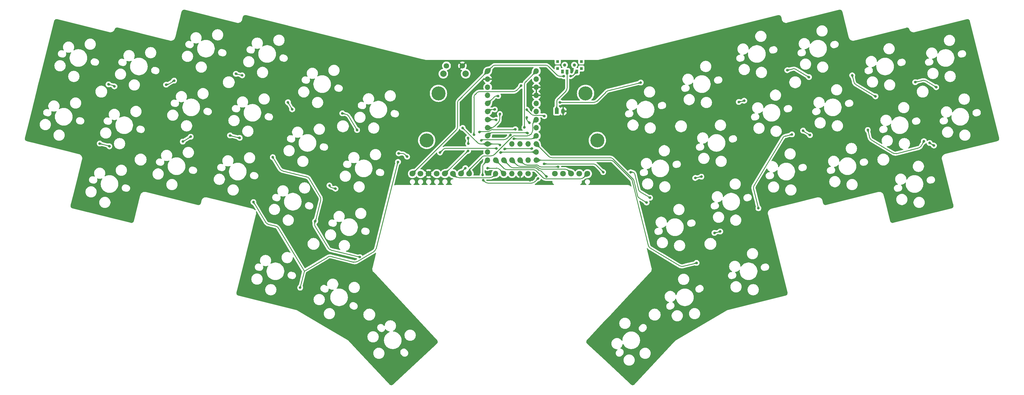
<source format=gtl>
G04 #@! TF.GenerationSoftware,KiCad,Pcbnew,8.0.4*
G04 #@! TF.CreationDate,2024-10-20T10:13:07+02:00*
G04 #@! TF.ProjectId,fairyboard,66616972-7962-46f6-9172-642e6b696361,1*
G04 #@! TF.SameCoordinates,Original*
G04 #@! TF.FileFunction,Copper,L1,Top*
G04 #@! TF.FilePolarity,Positive*
%FSLAX46Y46*%
G04 Gerber Fmt 4.6, Leading zero omitted, Abs format (unit mm)*
G04 Created by KiCad (PCBNEW 8.0.4) date 2024-10-20 10:13:07*
%MOMM*%
%LPD*%
G01*
G04 APERTURE LIST*
G04 #@! TA.AperFunction,SMDPad,CuDef*
%ADD10R,0.900000X1.250000*%
G04 #@! TD*
G04 #@! TA.AperFunction,SMDPad,CuDef*
%ADD11R,0.900000X0.900000*%
G04 #@! TD*
G04 #@! TA.AperFunction,WasherPad*
%ADD12C,1.000000*%
G04 #@! TD*
G04 #@! TA.AperFunction,ComponentPad*
%ADD13C,1.700000*%
G04 #@! TD*
G04 #@! TA.AperFunction,ComponentPad*
%ADD14C,2.000000*%
G04 #@! TD*
G04 #@! TA.AperFunction,ComponentPad*
%ADD15O,1.700000X1.700000*%
G04 #@! TD*
G04 #@! TA.AperFunction,ComponentPad*
%ADD16C,1.800000*%
G04 #@! TD*
G04 #@! TA.AperFunction,ComponentPad*
%ADD17C,0.700000*%
G04 #@! TD*
G04 #@! TA.AperFunction,ComponentPad*
%ADD18C,4.400000*%
G04 #@! TD*
G04 #@! TA.AperFunction,ComponentPad*
%ADD19O,1.752600X1.752600*%
G04 #@! TD*
G04 #@! TA.AperFunction,ComponentPad*
%ADD20O,1.200000X1.700000*%
G04 #@! TD*
G04 #@! TA.AperFunction,ComponentPad*
%ADD21R,1.200000X1.700000*%
G04 #@! TD*
G04 #@! TA.AperFunction,ViaPad*
%ADD22C,0.800000*%
G04 #@! TD*
G04 #@! TA.AperFunction,Conductor*
%ADD23C,0.250000*%
G04 #@! TD*
G04 APERTURE END LIST*
D10*
X227481985Y-119199838D03*
X228981985Y-119199838D03*
X231981985Y-119199838D03*
D11*
X233431986Y-116024839D03*
X233431981Y-118224843D03*
D12*
X231231985Y-117124838D03*
X228231985Y-117124838D03*
D11*
X226031989Y-116024833D03*
X226031984Y-118224837D03*
D13*
X191231963Y-117374830D03*
X196231963Y-117374830D03*
D14*
X197231963Y-119874830D03*
X190231963Y-119874830D03*
D13*
X216811994Y-151211382D03*
D15*
X214271990Y-151211386D03*
X211731989Y-151211387D03*
X209191988Y-151211386D03*
X206651989Y-151211386D03*
D16*
X198351981Y-151211382D03*
X195811986Y-151211377D03*
X193271982Y-151211381D03*
X190731981Y-151211382D03*
X188191980Y-151211381D03*
X185651981Y-151211381D03*
X183111981Y-151211382D03*
X180571981Y-151211382D03*
D17*
X236354285Y-125613068D03*
X236167623Y-126862052D03*
X235603110Y-124597913D03*
X235152468Y-127613227D03*
D18*
X234753297Y-126012239D03*
D17*
X234354126Y-124411251D03*
X233903484Y-127426565D03*
X233338971Y-125162426D03*
X233152309Y-126411410D03*
X186634454Y-141159902D03*
X185883279Y-142175057D03*
X186447792Y-139910918D03*
X184634295Y-142361719D03*
D18*
X185033466Y-140760731D03*
D17*
X185432637Y-139159743D03*
X183619140Y-141610544D03*
X184183653Y-139346405D03*
X183432478Y-140361560D03*
D19*
X206651980Y-146972382D03*
X209191980Y-146972382D03*
X211731980Y-146972382D03*
X214271980Y-146972382D03*
X216811980Y-146972382D03*
D15*
X211731980Y-141892382D03*
X214271980Y-141892382D03*
X216811981Y-141892383D03*
X219351980Y-119032382D03*
X219351980Y-121572382D03*
X219351980Y-124112382D03*
X219351976Y-126652385D03*
X219351980Y-129192382D03*
X219351980Y-131732382D03*
X219351980Y-134272382D03*
X219351973Y-136812382D03*
X219351980Y-139352382D03*
X219351980Y-141892382D03*
X219351980Y-144432382D03*
X219351978Y-146972381D03*
X204111982Y-146972382D03*
X204111980Y-144432382D03*
X204111980Y-141892382D03*
X204111980Y-139352382D03*
X204111984Y-136812379D03*
X204111980Y-134272382D03*
X204111980Y-131732382D03*
X204111980Y-129192382D03*
X204111987Y-126652382D03*
X204111980Y-124112382D03*
X204111980Y-121572382D03*
X204111980Y-119032382D03*
D17*
X190311658Y-126411416D03*
X189560483Y-127426571D03*
X190124996Y-125162432D03*
X188311499Y-127613233D03*
D18*
X188710670Y-126012245D03*
D17*
X189109841Y-124411257D03*
X187296344Y-126862058D03*
X187860857Y-124597919D03*
X187109682Y-125613074D03*
D20*
X227731986Y-131593382D03*
D21*
X225731986Y-131593382D03*
D17*
X240031499Y-140361559D03*
X239844837Y-141610543D03*
X239280324Y-139346404D03*
X238829682Y-142361718D03*
D18*
X238430511Y-140760730D03*
D17*
X238031340Y-139159742D03*
X237580698Y-142175056D03*
X237016185Y-139910917D03*
X236829523Y-141159901D03*
D16*
X235331990Y-151211389D03*
X232791990Y-151211389D03*
X230251990Y-151211389D03*
X227711990Y-151211389D03*
X225171989Y-151211388D03*
D22*
X207407725Y-126854044D03*
X206337705Y-131074036D03*
X216338086Y-131134049D03*
X221837733Y-133174043D03*
X206777717Y-134314036D03*
X226647736Y-128854037D03*
X207934353Y-132487398D03*
X252003172Y-122626229D03*
X216607737Y-138454038D03*
X207977714Y-142254040D03*
X196273253Y-136839287D03*
X217917726Y-143334037D03*
X209387725Y-143474048D03*
X126509890Y-139981375D03*
X111183839Y-139612731D03*
X82696962Y-141765052D03*
X202083262Y-140739280D03*
X150142117Y-166104505D03*
X211255679Y-139044255D03*
X136872423Y-146038224D03*
X212293258Y-140229281D03*
X108701232Y-141137416D03*
X164129003Y-177383275D03*
X85758304Y-142631388D03*
X123482564Y-139226597D03*
X87318050Y-123850869D03*
X142938463Y-131050519D03*
X127295439Y-120379147D03*
X141600665Y-128810344D03*
X105984860Y-122022474D03*
X103480281Y-123304651D03*
X125325736Y-119888052D03*
X85471946Y-123194769D03*
X156494962Y-155918830D03*
X178903250Y-145869290D03*
X154590419Y-154918364D03*
X176253267Y-144849280D03*
X130810652Y-160099437D03*
X206883256Y-143289277D03*
X176053258Y-147519290D03*
X145430704Y-186943721D03*
X189193247Y-144569283D03*
X208128257Y-144554290D03*
X163254930Y-137527933D03*
X158626444Y-132282379D03*
X216338091Y-133599278D03*
X212791497Y-137267536D03*
X217183242Y-135249285D03*
X201503265Y-138169300D03*
X342398248Y-141562016D03*
X340632916Y-141012770D03*
X288847943Y-162045435D03*
X253863862Y-160264109D03*
X304971690Y-139103287D03*
X343780156Y-142392381D03*
X275076734Y-169786964D03*
X323073116Y-137506727D03*
X299330439Y-138881429D03*
X302816419Y-137692783D03*
X276881478Y-169336982D03*
X284423608Y-128324128D03*
X221803247Y-148139287D03*
X202713246Y-153239287D03*
X202533257Y-151609288D03*
X318201720Y-120366065D03*
X248827731Y-150754027D03*
X271008425Y-152147194D03*
X219863250Y-152699284D03*
X282686788Y-128715947D03*
X269080016Y-152555863D03*
X240269099Y-150725120D03*
X304653350Y-120920178D03*
X325493040Y-126957933D03*
X254931965Y-158761057D03*
X344504799Y-124093508D03*
X337906380Y-122512846D03*
X297880676Y-118764608D03*
X269495452Y-179184495D03*
X197973263Y-144049273D03*
X198033248Y-141749287D03*
X197993257Y-140014287D03*
X214593256Y-123619283D03*
X199813263Y-138959291D03*
X215613096Y-136737474D03*
X204033081Y-149467480D03*
X197123089Y-149457472D03*
X230103257Y-120629274D03*
X227963245Y-120659288D03*
X246284955Y-146028769D03*
X340175596Y-130227149D03*
X276512273Y-194331804D03*
X111674652Y-125748205D03*
X221754085Y-153987119D03*
X94174120Y-109935821D03*
X139342744Y-145768655D03*
X192629582Y-130124238D03*
X347817177Y-158098770D03*
X88750331Y-127624222D03*
X284555685Y-186368337D03*
X235975608Y-117713522D03*
X177747980Y-150618828D03*
X348177935Y-140962121D03*
X114334367Y-120642526D03*
X286712248Y-118092811D03*
X307497553Y-122567643D03*
X131684318Y-125370062D03*
X152553116Y-112933382D03*
X239035421Y-123195265D03*
X169762049Y-125497852D03*
X266995435Y-176281571D03*
X296982204Y-133036115D03*
X279587435Y-171007768D03*
X127131982Y-145679892D03*
X256285845Y-127963796D03*
X86138647Y-151063725D03*
X325300944Y-150892726D03*
X337588294Y-117996698D03*
X149566364Y-183716516D03*
X136850642Y-117408240D03*
X274022951Y-120039191D03*
X81462105Y-160654877D03*
X292290524Y-158470436D03*
X178024266Y-211356762D03*
X170280787Y-186244736D03*
X134584051Y-170824329D03*
X75910727Y-125523682D03*
X65589879Y-120303783D03*
X284725200Y-160804118D03*
X302063189Y-105079389D03*
X157627779Y-158488915D03*
X296839603Y-122514812D03*
X189274093Y-139647114D03*
X266518703Y-130193199D03*
X167668149Y-191422241D03*
X242504087Y-149347114D03*
X197736993Y-135214183D03*
X355339762Y-109908128D03*
X137045204Y-140809797D03*
X246176306Y-125214959D03*
X319616484Y-145619769D03*
X315157689Y-143428888D03*
X307516835Y-145956528D03*
X157467787Y-170996903D03*
X81469207Y-147899851D03*
X243977734Y-201395539D03*
X251385817Y-191670894D03*
X261825851Y-173973643D03*
X145024873Y-135625230D03*
X106930372Y-135834766D03*
X279703233Y-137699258D03*
X289862040Y-168233972D03*
X89103532Y-158105282D03*
X289292308Y-145507240D03*
X253754670Y-201313936D03*
X75817902Y-109968114D03*
X172270289Y-142898275D03*
X266676919Y-112860073D03*
X256110633Y-161161953D03*
X192014088Y-146707098D03*
X147404543Y-115547902D03*
X261567058Y-125175343D03*
X60733398Y-137905225D03*
X139971235Y-153047368D03*
X177691185Y-196123037D03*
X114374181Y-158496531D03*
X217394072Y-153337099D03*
X219194080Y-151757118D03*
X106691312Y-143433438D03*
X200094079Y-146507106D03*
X175484158Y-130317630D03*
X342597648Y-135191044D03*
X134596020Y-109881121D03*
X162829025Y-117602672D03*
X162715451Y-160695209D03*
X111658107Y-148216799D03*
X274543621Y-133050986D03*
X340186757Y-107221191D03*
X279148436Y-110258368D03*
X267654078Y-186287104D03*
X136757632Y-176276159D03*
X139747153Y-191801649D03*
X103903478Y-115514600D03*
X214424076Y-126837103D03*
X164894986Y-181497941D03*
X68217754Y-125076009D03*
X284543308Y-122603499D03*
X223420257Y-135201164D03*
X266696024Y-168317581D03*
X134302727Y-158639057D03*
X292045056Y-135295070D03*
X204244074Y-151467106D03*
X241281136Y-127597462D03*
X324785232Y-110514515D03*
X126715583Y-185972399D03*
X258892386Y-203889673D03*
X311994211Y-112367998D03*
X127171325Y-122937997D03*
X68387586Y-107473611D03*
X286674392Y-107474204D03*
X345263787Y-110403264D03*
X276999561Y-183987346D03*
X233366233Y-130637540D03*
X297393234Y-112711315D03*
X99061847Y-153180583D03*
X238803236Y-135713420D03*
X327804598Y-128257540D03*
X337412033Y-137757790D03*
X201984086Y-147657106D03*
X108919957Y-118052218D03*
X294601557Y-188957754D03*
X231314165Y-135301427D03*
X117125950Y-140853064D03*
X180086585Y-132772630D03*
X91116414Y-153025514D03*
X289424610Y-178734167D03*
X86285151Y-163552214D03*
X261372294Y-138306145D03*
X162686745Y-140628014D03*
X144939701Y-163695160D03*
X198044497Y-117600913D03*
X225739393Y-140877798D03*
X195304075Y-139407122D03*
X183014695Y-198878563D03*
X291676499Y-110225339D03*
X119230269Y-122689353D03*
X274176768Y-153667462D03*
X131972811Y-135863392D03*
X116488099Y-103669003D03*
X350173538Y-104822725D03*
X130581058Y-106255221D03*
X287155846Y-140527265D03*
X306928664Y-138227049D03*
X172746099Y-214262313D03*
X334923939Y-110066598D03*
X73592701Y-105271355D03*
X119072918Y-156225026D03*
X264430584Y-118050305D03*
X150076173Y-133337250D03*
X208114083Y-139407107D03*
X253676721Y-120586906D03*
X160064678Y-201790743D03*
X186794066Y-149587116D03*
X124720031Y-112946832D03*
X236294015Y-203924737D03*
X284370441Y-148408877D03*
X157263864Y-194080727D03*
X200310800Y-150761724D03*
X261595164Y-163421668D03*
X247244082Y-148887115D03*
X178086278Y-140565384D03*
X284022565Y-176354219D03*
X147457203Y-178759569D03*
X147202425Y-158558738D03*
X355218483Y-130119277D03*
X177424157Y-120208045D03*
X337432160Y-125283087D03*
X289328595Y-125280482D03*
X139725708Y-112698618D03*
X144839790Y-109930851D03*
X264327601Y-201384420D03*
X142196566Y-168569975D03*
X243745437Y-140233555D03*
X165100369Y-170762148D03*
X144641911Y-128163485D03*
X231441270Y-125069159D03*
X152476771Y-140610804D03*
X114842839Y-106134209D03*
X302173880Y-125681844D03*
X134566905Y-130698079D03*
X147068071Y-150926040D03*
X94152602Y-135650595D03*
X142045925Y-181146805D03*
X266822586Y-156003936D03*
X268850836Y-135678565D03*
X119344047Y-110186839D03*
X99176025Y-130631217D03*
X114501148Y-133354859D03*
X185361188Y-203974391D03*
X360437730Y-140730930D03*
X350609343Y-112801479D03*
X188142988Y-135315726D03*
X122121278Y-143074905D03*
X167702928Y-153206722D03*
X131822148Y-188784132D03*
X180304709Y-125091608D03*
X139580526Y-132697999D03*
X88522816Y-145703161D03*
X160101649Y-183489230D03*
X174940068Y-191476303D03*
X194974087Y-142007115D03*
X335009123Y-148399172D03*
X78743913Y-117937421D03*
X259072761Y-178547556D03*
X212104085Y-132047109D03*
X248963326Y-214065937D03*
X314854238Y-155550789D03*
X99185615Y-137876808D03*
X279592646Y-163183968D03*
X319663358Y-112386516D03*
X314635743Y-120485926D03*
X223285873Y-125049854D03*
X149600635Y-145419973D03*
X261876302Y-151078413D03*
X78998518Y-142812321D03*
X271873366Y-178748380D03*
X157777837Y-115561185D03*
X256195950Y-183671216D03*
X322676647Y-132645902D03*
X246464767Y-121717503D03*
X231524076Y-149137116D03*
X167695878Y-120408174D03*
X274564877Y-112446155D03*
X173461047Y-118542300D03*
X284178226Y-135432755D03*
X347612059Y-125720357D03*
X81131084Y-127842517D03*
X345071117Y-145895386D03*
X86094598Y-110399127D03*
X185023689Y-130663568D03*
X144572267Y-173853265D03*
X165304197Y-145777671D03*
X254240580Y-211925226D03*
X132275113Y-165937914D03*
X259043232Y-115417616D03*
X170352866Y-148383977D03*
X302037944Y-140591642D03*
X208168168Y-120057237D03*
X121969277Y-130767748D03*
X154922881Y-181075133D03*
X274290030Y-145902401D03*
X242534082Y-153507110D03*
X358293258Y-119969923D03*
X152595892Y-175928831D03*
X249724772Y-114767494D03*
X76118246Y-158671049D03*
X256320275Y-143396602D03*
X233428870Y-140486957D03*
X226203095Y-149052464D03*
X222543098Y-152092484D03*
D23*
X206929018Y-126854033D02*
X207407725Y-126854044D01*
X206111824Y-127192527D02*
X204111973Y-129192368D01*
X206929018Y-126854033D02*
G75*
G03*
X206111819Y-127192522I-18J-1155667D01*
G01*
X205235837Y-131074043D02*
X206337705Y-131074036D01*
X204441155Y-131403212D02*
X204111984Y-131732377D01*
X205235837Y-131074043D02*
G75*
G03*
X204441135Y-131403192I-37J-1123857D01*
G01*
X217712986Y-132508939D02*
X216338086Y-131134049D01*
X218674909Y-132907389D02*
X221382509Y-132907373D01*
X206706595Y-134272379D02*
X204111969Y-134272376D01*
X221837733Y-133174043D02*
X221704384Y-133040693D01*
X206756891Y-134293212D02*
X206777717Y-134314036D01*
X221382509Y-132907373D02*
G75*
G02*
X221704403Y-133040674I-9J-455327D01*
G01*
X206756891Y-134293212D02*
G75*
G03*
X206706595Y-134272380I-50291J-50288D01*
G01*
X218674909Y-132907389D02*
G75*
G02*
X217713002Y-132508923I91J1360489D01*
G01*
X242014102Y-125116783D02*
X252003172Y-122626229D01*
X238256392Y-128455587D02*
X241049371Y-125662607D01*
X205185328Y-136812377D02*
X204111985Y-136812371D01*
X207934353Y-132487398D02*
X207904229Y-132517535D01*
X206147269Y-136413921D02*
X207475640Y-135085568D01*
X207874081Y-132590305D02*
X207874093Y-134123619D01*
X226647736Y-128854037D02*
X237294451Y-128854036D01*
X207874081Y-132590305D02*
G75*
G02*
X207904214Y-132517520I102719J105D01*
G01*
X207874093Y-134123619D02*
G75*
G02*
X207475650Y-135085578I-1360493J19D01*
G01*
X242014102Y-125116783D02*
G75*
G03*
X241049367Y-125662603I501798J-2012417D01*
G01*
X237294451Y-128854036D02*
G75*
G03*
X238256376Y-128455571I-51J1360436D01*
G01*
X205185328Y-136812377D02*
G75*
G03*
X206147256Y-136413908I-28J1360377D01*
G01*
X205708582Y-138319269D02*
X216377657Y-138319272D01*
X204746634Y-138717708D02*
X204111979Y-139352379D01*
X216540334Y-138386634D02*
X216607737Y-138454038D01*
X216540334Y-138386634D02*
G75*
G03*
X216377657Y-138319278I-162634J-162666D01*
G01*
X204746634Y-138717708D02*
G75*
G02*
X205708582Y-138319286I961966J-962092D01*
G01*
X207360334Y-141892376D02*
X204111979Y-141892374D01*
X201889836Y-141892372D02*
X204111984Y-141892379D01*
X207796883Y-142073214D02*
X207977714Y-142254040D01*
X196273253Y-136839287D02*
X200927906Y-141493923D01*
X209626720Y-143334037D02*
X217917726Y-143334037D01*
X209457727Y-143404030D02*
X209387725Y-143474048D01*
X200927906Y-141493923D02*
G75*
G03*
X201889836Y-141892344I961894J961923D01*
G01*
X207796883Y-142073214D02*
G75*
G03*
X207360334Y-141892418I-436483J-436486D01*
G01*
X209457727Y-143404030D02*
G75*
G02*
X209626720Y-143334038I168973J-168970D01*
G01*
X210171015Y-140128920D02*
X211255679Y-139044255D01*
X139902924Y-150308216D02*
X147474167Y-152195923D01*
X82696962Y-141765052D02*
X85616845Y-142493072D01*
X149988140Y-166722103D02*
X150142117Y-166104505D01*
X150225119Y-166019626D02*
X151854226Y-159485589D01*
X154194045Y-174495558D02*
X150142031Y-167751860D01*
X150178478Y-166082642D02*
X150142117Y-166104505D01*
X109132608Y-140878235D02*
X108701232Y-141137416D01*
X202445009Y-140527376D02*
X209209076Y-140527383D01*
X151700338Y-158455832D02*
X148311133Y-152815245D01*
X111183839Y-139612731D02*
X109176572Y-140818797D01*
X202189218Y-140633336D02*
X202083262Y-140739280D01*
X136872423Y-146038224D02*
X139065969Y-149688879D01*
X85721882Y-142570779D02*
X85758304Y-142631388D01*
X126509890Y-139981375D02*
X123482564Y-139226597D01*
X212293258Y-140229281D02*
X217911578Y-140229288D01*
X218873520Y-139830845D02*
X219351980Y-139352381D01*
X164129003Y-177383275D02*
X155031015Y-175114879D01*
X217911578Y-140229288D02*
G75*
G03*
X218873527Y-139830852I22J1360388D01*
G01*
X85721882Y-142570779D02*
G75*
G03*
X85616841Y-142493087I-146282J-87921D01*
G01*
X151700338Y-158455832D02*
G75*
G02*
X151854191Y-159485580I-1165938J-700568D01*
G01*
X139902924Y-150308216D02*
G75*
G02*
X139065960Y-149688885I329076J1319916D01*
G01*
X109132608Y-140878235D02*
G75*
G03*
X109154562Y-140848498I-25008J41435D01*
G01*
X202189218Y-140633336D02*
G75*
G02*
X202445009Y-140527382I255782J-255764D01*
G01*
X109176572Y-140818797D02*
G75*
G03*
X109154607Y-140848509I24928J-41403D01*
G01*
X210171015Y-140128920D02*
G75*
G02*
X209209076Y-140527398I-962015J962020D01*
G01*
X148311133Y-152815245D02*
G75*
G03*
X147474164Y-152195934I-1166133J-700755D01*
G01*
X149988140Y-166722103D02*
G75*
G03*
X150142044Y-167751852I1319960J-329097D01*
G01*
X150178478Y-166082642D02*
G75*
G03*
X150225109Y-166019624I-52678J87742D01*
G01*
X154194045Y-174495558D02*
G75*
G03*
X155031018Y-175114866I1166055J700658D01*
G01*
X156452512Y-155877329D02*
X155269346Y-155582340D01*
X142938463Y-131050519D02*
X142939670Y-131045682D01*
X105984860Y-122022474D02*
X103857977Y-123300430D01*
X103611270Y-123337302D02*
X103480281Y-123304651D01*
X141600665Y-128810344D02*
X142938315Y-131036535D01*
X87049299Y-123588042D02*
X85471946Y-123194769D01*
X154765227Y-155209289D02*
X154590419Y-154918364D01*
X156484021Y-155900651D02*
X156494962Y-155918830D01*
X178903250Y-145869290D02*
X178281699Y-145247742D01*
X177319763Y-144849286D02*
X176253267Y-144849280D01*
X87248857Y-123735717D02*
X87318050Y-123850869D01*
X125325736Y-119888052D02*
X127295439Y-120379147D01*
X103857977Y-123300430D02*
G75*
G02*
X103611264Y-123337328I-167877J279230D01*
G01*
X156452512Y-155877329D02*
G75*
G02*
X156484043Y-155900638I-12412J-49771D01*
G01*
X142939670Y-131045682D02*
G75*
G03*
X142938293Y-131036548I-11870J2882D01*
G01*
X154765227Y-155209289D02*
G75*
G03*
X155269356Y-155582301I702373J422089D01*
G01*
X87248857Y-123735717D02*
G75*
G03*
X87049294Y-123588061I-277957J-166983D01*
G01*
X177319763Y-144849286D02*
G75*
G02*
X178281678Y-145247763I-63J-1360414D01*
G01*
X206582299Y-143318349D02*
X206590220Y-143326263D01*
X146716830Y-181785369D02*
X146718642Y-181778141D01*
X163218305Y-178776272D02*
X168564586Y-175563897D01*
X169183917Y-174726934D02*
X175944677Y-147611013D01*
X146721338Y-181767277D02*
X146721056Y-181768408D01*
X208336367Y-144432378D02*
X219351983Y-144432361D01*
X146722953Y-181760807D02*
X146722101Y-181764220D01*
X189193247Y-144569283D02*
X190106708Y-143655818D01*
X146720830Y-181769317D02*
X146720662Y-181769994D01*
X146719144Y-181776098D02*
X146719033Y-181776553D01*
X146722015Y-181764567D02*
X146722101Y-181764220D01*
X206838253Y-143334286D02*
X206883256Y-143289277D01*
X146716830Y-181785369D02*
X145430704Y-186943721D01*
X146724373Y-181755113D02*
X146724066Y-181756348D01*
X146718642Y-181778141D02*
X146718699Y-181777911D01*
X146718922Y-181777004D02*
X146718812Y-181777455D01*
X175983740Y-147588792D02*
X176053258Y-147519290D01*
X191068645Y-143257378D02*
X206435130Y-143257379D01*
X154079722Y-177319064D02*
X146746341Y-181725401D01*
X146721056Y-181768408D02*
X146720944Y-181768864D01*
X130810652Y-160099437D02*
X134628456Y-166453310D01*
X146722015Y-181764567D02*
X146721338Y-181767277D01*
X138595221Y-168263642D02*
X146715813Y-181778548D01*
X146720216Y-181771800D02*
X146719768Y-181773604D01*
X146724066Y-181756348D02*
X146723448Y-181758813D01*
X135465444Y-167072654D02*
X137758251Y-167644303D01*
X146723448Y-181758813D02*
X146722953Y-181760807D01*
X208128257Y-144554290D02*
X208189218Y-144493331D01*
X162188542Y-178930181D02*
X155109488Y-177165157D01*
X146719315Y-181775421D02*
X146719144Y-181776098D01*
X206718255Y-143379289D02*
X206729624Y-143379288D01*
X146720662Y-181769994D02*
G75*
G02*
X146720216Y-181771800I-876062J215394D01*
G01*
X162188542Y-178930181D02*
G75*
G03*
X163218289Y-178776246I329058J1319981D01*
G01*
X206838253Y-143334286D02*
G75*
G02*
X206729624Y-143379253I-108653J108786D01*
G01*
X169183917Y-174726934D02*
G75*
G02*
X168564592Y-175563907I-1320017J329134D01*
G01*
X206582299Y-143318349D02*
G75*
G03*
X206435130Y-143257405I-147099J-147051D01*
G01*
X146720944Y-181768864D02*
G75*
G02*
X146720829Y-181769317I-31244J7664D01*
G01*
X206718255Y-143379289D02*
G75*
G02*
X206590222Y-143326261I45J181189D01*
G01*
X191068645Y-143257378D02*
G75*
G03*
X190106711Y-143655821I55J-1360522D01*
G01*
X146718812Y-181777455D02*
G75*
G02*
X146718698Y-181777911I-36912J8955D01*
G01*
X146719768Y-181773604D02*
G75*
G03*
X146719315Y-181775421I701532J-175896D01*
G01*
X146715813Y-181778548D02*
G75*
G03*
X146718553Y-181778121I1287J748D01*
G01*
X134628456Y-166453310D02*
G75*
G03*
X135465444Y-167072654I1166144J700710D01*
G01*
X146719033Y-181776553D02*
G75*
G03*
X146718922Y-181777004I43267J-10847D01*
G01*
X146724373Y-181755113D02*
G75*
G02*
X146746354Y-181725423I46827J-11687D01*
G01*
X175983740Y-147588792D02*
G75*
G02*
X175961115Y-147598155I-22640J22692D01*
G01*
X138595221Y-168263642D02*
G75*
G03*
X137758257Y-167644278I-1166221J-700758D01*
G01*
X208336367Y-144432378D02*
G75*
G03*
X208189200Y-144493313I-67J-208022D01*
G01*
X146716830Y-181785369D02*
G75*
G03*
X146715812Y-181778548I-8830J2169D01*
G01*
X155109488Y-177165157D02*
G75*
G03*
X154079730Y-177319077I-329088J-1319943D01*
G01*
X175944677Y-147611013D02*
G75*
G02*
X175961115Y-147598176I16423J-4087D01*
G01*
X159816529Y-132579098D02*
X158626444Y-132282379D01*
X201503265Y-138169300D02*
X201594210Y-138078344D01*
X201813782Y-137987388D02*
X204150837Y-137987384D01*
X216338074Y-134001701D02*
X216338091Y-133599278D01*
X212791497Y-137267536D02*
X212748269Y-137310781D01*
X205679859Y-137354047D02*
X212643836Y-137354035D01*
X216622623Y-134688662D02*
X217183242Y-135249285D01*
X163254930Y-137527933D02*
X160653502Y-133198420D01*
X204915355Y-137670701D02*
G75*
G02*
X205679859Y-137354044I764445J-764399D01*
G01*
X201813782Y-137987388D02*
G75*
G03*
X201594209Y-138078343I-82J-310312D01*
G01*
X216338074Y-134001701D02*
G75*
G03*
X216622599Y-134688686I971626J1D01*
G01*
X204915355Y-137670701D02*
G75*
G02*
X204150837Y-137987347I-764555J764701D01*
G01*
X212643836Y-137354035D02*
G75*
G03*
X212748258Y-137310770I-36J147735D01*
G01*
X160653502Y-133198420D02*
G75*
G03*
X159816534Y-132579077I-1166202J-700780D01*
G01*
X332028700Y-144889480D02*
X338862486Y-143185621D01*
X343780156Y-142392381D02*
X342398248Y-141562016D01*
X339699471Y-142566279D02*
X340632916Y-141012770D01*
X243341107Y-146582484D02*
X249695336Y-152936715D01*
X304971690Y-139103287D02*
X302910314Y-137864687D01*
X224207111Y-146184038D02*
X242379177Y-146184041D01*
X250975803Y-158063943D02*
X249757573Y-153177819D01*
X223245179Y-145785600D02*
X219351971Y-141892375D01*
X323073116Y-137506727D02*
X323660169Y-139861154D01*
X253863862Y-160264109D02*
X251595136Y-158900912D01*
X288847943Y-162045435D02*
X287332570Y-155967575D01*
X275076734Y-169786964D02*
X276881478Y-169336982D01*
X299330439Y-138881429D02*
X297293826Y-139389217D01*
X302816419Y-137692783D02*
X302833376Y-137760704D01*
X324279475Y-140698122D02*
X330998929Y-144735573D01*
X287486463Y-154937808D02*
X296456868Y-140008540D01*
X302833376Y-137760704D02*
G75*
G03*
X302910328Y-137864664I163824J40804D01*
G01*
X250975803Y-158063943D02*
G75*
G03*
X251595132Y-158900919I1319897J329043D01*
G01*
X332028700Y-144889480D02*
G75*
G02*
X330998931Y-144735569I-329100J1319980D01*
G01*
X339699471Y-142566279D02*
G75*
G02*
X338862494Y-143185652I-1166171J700679D01*
G01*
X249741699Y-153048638D02*
G75*
G03*
X249695360Y-152936691I-158299J38D01*
G01*
X243341107Y-146582484D02*
G75*
G03*
X242379177Y-146184022I-961907J-961816D01*
G01*
X223245179Y-145785600D02*
G75*
G03*
X224207111Y-146184000I962021J962300D01*
G01*
X324279475Y-140698122D02*
G75*
G02*
X323660173Y-139861153I700625J1166022D01*
G01*
X297293826Y-139389217D02*
G75*
G03*
X296456879Y-140008546I329074J-1319883D01*
G01*
X287486463Y-154937808D02*
G75*
G03*
X287332543Y-155967582I1166137J-700692D01*
G01*
X249741699Y-153048638D02*
G75*
G03*
X249757574Y-153177819I532201J-162D01*
G01*
X221803247Y-148139287D02*
X237119775Y-148139289D01*
X218813872Y-153748663D02*
X219863250Y-152699284D01*
X297880676Y-118764608D02*
X299585011Y-118339668D01*
X319333092Y-123256688D02*
X325493040Y-126957933D01*
X251304462Y-156116586D02*
X250086914Y-151233275D01*
X202713246Y-153239287D02*
X203222627Y-153748667D01*
X251923783Y-156953547D02*
X254931965Y-158761057D01*
X300614769Y-118493578D02*
X304653350Y-120920178D01*
X238081713Y-148537739D02*
X240269099Y-150725120D01*
X248877064Y-150725124D02*
X249436531Y-150725121D01*
X269080016Y-152555863D02*
X270875557Y-152108179D01*
X282686788Y-128715947D02*
X284347681Y-128301835D01*
X337906380Y-122512846D02*
X340163784Y-121950029D01*
X318713754Y-122419707D02*
X318201720Y-120366065D01*
X248842184Y-150739582D02*
X248827731Y-150754027D01*
X202533253Y-149114590D02*
X202533257Y-151609288D01*
X217851936Y-154147103D02*
X204184571Y-154147132D01*
X270966008Y-152121702D02*
X271008425Y-152147194D01*
X341193547Y-122103923D02*
X344504799Y-124093508D01*
X202931709Y-148152651D02*
X204111977Y-146972378D01*
X284399354Y-128309568D02*
X284423608Y-128324128D01*
X248842184Y-150739582D02*
G75*
G02*
X248877064Y-150725091I34916J-34818D01*
G01*
X251304462Y-156116586D02*
G75*
G03*
X251923782Y-156953548I1319938J329086D01*
G01*
X218813872Y-153748663D02*
G75*
G02*
X217851936Y-154147086I-961872J961863D01*
G01*
X284399354Y-128309568D02*
G75*
G03*
X284347682Y-128301839I-35154J-58432D01*
G01*
X318713754Y-122419707D02*
G75*
G03*
X319333085Y-123256699I1320146J329207D01*
G01*
X340163784Y-121950029D02*
G75*
G02*
X341193541Y-122103933I329116J-1319871D01*
G01*
X250086914Y-151233275D02*
G75*
G03*
X249436531Y-150725084I-650414J-162125D01*
G01*
X238081713Y-148537739D02*
G75*
G03*
X237119775Y-148139316I-961913J-961961D01*
G01*
X270875557Y-152108179D02*
G75*
G02*
X270966028Y-152121668I28943J-116021D01*
G01*
X300614769Y-118493578D02*
G75*
G03*
X299585009Y-118339659I-700669J-1166022D01*
G01*
X202931709Y-148152651D02*
G75*
G03*
X202533240Y-149114590I961891J-961949D01*
G01*
X204184571Y-154147132D02*
G75*
G02*
X203222635Y-153748659I129J1360632D01*
G01*
X254397784Y-173731494D02*
X249280556Y-153207420D01*
X249281691Y-153159474D02*
X243493056Y-147370810D01*
X264209478Y-180091783D02*
X255017097Y-174568458D01*
X242531111Y-146972381D02*
X219351971Y-146972378D01*
X269495452Y-179184495D02*
X265239234Y-180245700D01*
X254397784Y-173731494D02*
G75*
G03*
X255017084Y-174568480I1320016J329094D01*
G01*
X249284425Y-153181595D02*
G75*
G03*
X249280555Y-153207420I29375J-17605D01*
G01*
X264209478Y-180091783D02*
G75*
G03*
X265239240Y-180245724I700722J1166183D01*
G01*
X242531111Y-146972381D02*
G75*
G02*
X243493065Y-147370801I-11J-1360519D01*
G01*
X249281691Y-153159474D02*
G75*
G02*
X249284441Y-153181605I-12791J-12826D01*
G01*
X201648764Y-125477374D02*
X212171667Y-125477375D01*
X199813255Y-127312893D02*
X199813263Y-138959291D01*
X198013259Y-140034291D02*
X197993257Y-140014287D01*
X197866069Y-144077274D02*
X190731983Y-151211377D01*
X213133609Y-125078930D02*
X214593256Y-123619283D01*
X198033248Y-141749287D02*
X198033263Y-140082579D01*
X197973263Y-144049273D02*
X197933669Y-144049291D01*
X200211714Y-126350935D02*
X200686837Y-125875833D01*
X198013259Y-140034291D02*
G75*
G02*
X198033296Y-140082579I-48459J-48409D01*
G01*
X213133609Y-125078930D02*
G75*
G02*
X212171667Y-125477330I-961909J962030D01*
G01*
X199813255Y-127312893D02*
G75*
G02*
X200211730Y-126350951I1360345J-7D01*
G01*
X201648764Y-125477374D02*
G75*
G03*
X200686836Y-125875832I36J-1360426D01*
G01*
X197866069Y-144077274D02*
G75*
G02*
X197933669Y-144049330I67531J-67626D01*
G01*
X216011536Y-122372824D02*
X219351999Y-119032381D01*
X215613092Y-123334768D02*
X215613096Y-136737474D01*
X215613092Y-123334768D02*
G75*
G02*
X216011532Y-122372820I1360508J-32D01*
G01*
X195060483Y-152436381D02*
X204863486Y-152436380D01*
X205825411Y-152037922D02*
X206651986Y-151211377D01*
X194098535Y-152037925D02*
X193271988Y-151211387D01*
X204863486Y-152436380D02*
G75*
G03*
X205825437Y-152037948I114J1360180D01*
G01*
X194098535Y-152037925D02*
G75*
G03*
X195060483Y-152436396I961965J961925D01*
G01*
X195968531Y-150612023D02*
X197123089Y-149457472D01*
X195811973Y-150989978D02*
X195811976Y-151211388D01*
X207846523Y-149865922D02*
X209191998Y-151211376D01*
X204033081Y-149467480D02*
X206884575Y-149467475D01*
X195968531Y-150612023D02*
G75*
G03*
X195811965Y-150989978I377969J-377977D01*
G01*
X207846523Y-149865922D02*
G75*
G03*
X206884575Y-149467497I-961923J-961978D01*
G01*
X205230326Y-145607370D02*
X203246673Y-145607380D01*
X212647572Y-139317124D02*
X216531148Y-139317107D01*
X198351978Y-150502079D02*
X198351983Y-151211385D01*
X211685632Y-139715563D02*
X206192260Y-145208924D01*
X218176983Y-137671290D02*
X218176970Y-136010890D01*
X202284731Y-146005830D02*
X198750433Y-149540141D01*
X218575423Y-135048929D02*
X219351983Y-134272387D01*
X217778532Y-138633227D02*
X217493082Y-138918656D01*
X217493082Y-138918656D02*
G75*
G02*
X216531148Y-139317130I-961982J961956D01*
G01*
X212647572Y-139317124D02*
G75*
G03*
X211685624Y-139715555I-72J-1360276D01*
G01*
X198750433Y-149540141D02*
G75*
G03*
X198351979Y-150502079I961967J-961959D01*
G01*
X205230326Y-145607370D02*
G75*
G03*
X206192253Y-145208917I74J1360170D01*
G01*
X218176970Y-136010890D02*
G75*
G02*
X218575428Y-135048934I1360430J-10D01*
G01*
X217778532Y-138633227D02*
G75*
G03*
X218176944Y-137671290I-962032J961927D01*
G01*
X202284731Y-146005830D02*
G75*
G02*
X203246673Y-145607340I961969J-961870D01*
G01*
X226806753Y-120659284D02*
X227963245Y-120659288D01*
X230711367Y-120470455D02*
X231981985Y-119199836D01*
X194683075Y-136536780D02*
X194683083Y-129024769D01*
X222179766Y-117159292D02*
X206548551Y-117159285D01*
X194284634Y-137498716D02*
X180571976Y-151211379D01*
X230327878Y-120629289D02*
X230103257Y-120629274D01*
X195081540Y-128062834D02*
X204111983Y-119032387D01*
X205586631Y-117557742D02*
X204111981Y-119032378D01*
X225844803Y-120260828D02*
X223141702Y-117557739D01*
X206548551Y-117159285D02*
G75*
G03*
X205586636Y-117557747I49J-1360415D01*
G01*
X230711367Y-120470455D02*
G75*
G02*
X230327878Y-120629296I-383467J383455D01*
G01*
X222179766Y-117159292D02*
G75*
G02*
X223141704Y-117557737I34J-1360308D01*
G01*
X194683083Y-129024769D02*
G75*
G02*
X195081543Y-128062837I1360417J-31D01*
G01*
X194683075Y-136536780D02*
G75*
G02*
X194284648Y-137498730I-1360175J-120D01*
G01*
X225844803Y-120260828D02*
G75*
G03*
X226806753Y-120659291I961997J962028D01*
G01*
X219311610Y-148457459D02*
X216320559Y-148457474D01*
X215358643Y-148059027D02*
X214271987Y-146972378D01*
X226194537Y-149057473D02*
X220760161Y-149057472D01*
X226200592Y-149054966D02*
X226203095Y-149052464D01*
X226200592Y-149054966D02*
G75*
G02*
X226194537Y-149057455I-5992J5966D01*
G01*
X216320559Y-148457474D02*
G75*
G02*
X215358655Y-148059015I41J1360374D01*
G01*
X220035886Y-148757472D02*
G75*
G03*
X220760161Y-149057464I724214J724172D01*
G01*
X220035886Y-148757472D02*
G75*
G03*
X219311610Y-148457475I-724286J-724328D01*
G01*
X218985994Y-148907461D02*
X214230561Y-148907470D01*
X229216523Y-150175926D02*
X230252002Y-151211386D01*
X228254594Y-149777467D02*
X220982984Y-149777467D01*
X219947926Y-149305915D02*
X220021041Y-149379017D01*
X213268616Y-148509021D02*
X211731985Y-146972391D01*
X229216523Y-150175926D02*
G75*
G03*
X228254594Y-149777470I-961923J-961874D01*
G01*
X218985994Y-148907461D02*
G75*
G02*
X219947896Y-149305945I-94J-1360439D01*
G01*
X220021041Y-149379017D02*
G75*
G03*
X220982984Y-149777456I961959J962017D01*
G01*
X214230561Y-148907470D02*
G75*
G02*
X213268621Y-148509016I39J1360470D01*
G01*
X222531277Y-152092480D02*
X222543098Y-152092484D01*
X218799601Y-149357483D02*
X212140577Y-149357470D01*
X220803394Y-150376442D02*
X222511086Y-152084116D01*
X219761528Y-149755915D02*
X220084127Y-150078504D01*
X211178632Y-148959023D02*
X209191977Y-146972391D01*
X220443771Y-150227474D02*
G75*
G02*
X220084158Y-150078473I129J508774D01*
G01*
X218799601Y-149357483D02*
G75*
G02*
X219761540Y-149755903I99J-1360217D01*
G01*
X211178632Y-148959023D02*
G75*
G03*
X212140577Y-149357455I961868J961823D01*
G01*
X220803394Y-150376442D02*
G75*
G03*
X220443771Y-150227512I-359594J-359658D01*
G01*
X222511086Y-152084116D02*
G75*
G03*
X222531277Y-152092459I20214J20316D01*
G01*
X219302893Y-150335925D02*
X221390902Y-152423928D01*
X210180559Y-149937474D02*
X218340951Y-149937465D01*
X209218626Y-149539026D02*
X206651967Y-146972381D01*
X234119416Y-152423933D02*
X235331980Y-151211384D01*
X222352847Y-152822375D02*
X233157489Y-152822370D01*
X219302893Y-150335925D02*
G75*
G03*
X218340951Y-149937449I-961993J-961975D01*
G01*
X210180559Y-149937474D02*
G75*
G02*
X209218596Y-149539056I-59J1360374D01*
G01*
X234119416Y-152423933D02*
G75*
G02*
X233157489Y-152822355I-961816J961733D01*
G01*
X221390902Y-152423928D02*
G75*
G03*
X222352847Y-152822380I961898J961828D01*
G01*
X228583526Y-125277034D02*
X226130418Y-127730141D01*
X228981996Y-124315097D02*
X228981980Y-119199836D01*
X225731978Y-128692080D02*
X225731989Y-131593382D01*
X228583526Y-125277034D02*
G75*
G03*
X228981974Y-124315097I-961926J961934D01*
G01*
X225731978Y-128692080D02*
G75*
G02*
X226130425Y-127730148I1360422J-20D01*
G01*
G04 #@! TA.AperFunction,Conductor*
G36*
X131764790Y-162973957D02*
G01*
X131821832Y-163014306D01*
X131830890Y-163027396D01*
X132530885Y-164192380D01*
X134042158Y-166707554D01*
X134045825Y-166713656D01*
X134045827Y-166713660D01*
X134075903Y-166763713D01*
X134117577Y-166833070D01*
X134117579Y-166833073D01*
X134143117Y-166875573D01*
X134143119Y-166875576D01*
X134143120Y-166875577D01*
X134279225Y-167053409D01*
X134279233Y-167053418D01*
X134427553Y-167207775D01*
X134434394Y-167214894D01*
X134606664Y-167357989D01*
X134606669Y-167357992D01*
X134606671Y-167357994D01*
X134793861Y-167480889D01*
X134793872Y-167480896D01*
X134993663Y-167582071D01*
X135203526Y-167660241D01*
X135245966Y-167670823D01*
X135246009Y-167670836D01*
X135251645Y-167672241D01*
X135251649Y-167672243D01*
X135316818Y-167688491D01*
X135386809Y-167705944D01*
X135386811Y-167705944D01*
X135394146Y-167707773D01*
X135394180Y-167707779D01*
X137599032Y-168257498D01*
X137610672Y-168261016D01*
X137705335Y-168294778D01*
X137727665Y-168302742D01*
X137749647Y-168313110D01*
X137851000Y-168373715D01*
X137870533Y-168388171D01*
X137958118Y-168467383D01*
X137974453Y-168485367D01*
X138009591Y-168532637D01*
X138048714Y-168585269D01*
X138055485Y-168595378D01*
X140397908Y-172493816D01*
X142380206Y-175792907D01*
X142397861Y-175860508D01*
X142376164Y-175926924D01*
X142322005Y-175971067D01*
X142252579Y-175978921D01*
X142211919Y-175964159D01*
X142163402Y-175936148D01*
X142163390Y-175936143D01*
X141950921Y-175848135D01*
X141950914Y-175848133D01*
X141950912Y-175848132D01*
X141728756Y-175788606D01*
X141728750Y-175788605D01*
X141728745Y-175788604D01*
X141500741Y-175758587D01*
X141500738Y-175758586D01*
X141500732Y-175758586D01*
X141270740Y-175758586D01*
X141270734Y-175758586D01*
X141270730Y-175758587D01*
X141042726Y-175788604D01*
X141042719Y-175788605D01*
X141042716Y-175788606D01*
X140820560Y-175848132D01*
X140820550Y-175848135D01*
X140608081Y-175936143D01*
X140608071Y-175936147D01*
X140408896Y-176051141D01*
X140226432Y-176191150D01*
X140226425Y-176191156D01*
X140063806Y-176353775D01*
X140063800Y-176353782D01*
X139923791Y-176536246D01*
X139808797Y-176735421D01*
X139808793Y-176735431D01*
X139720785Y-176947900D01*
X139720782Y-176947910D01*
X139661257Y-177170063D01*
X139661254Y-177170076D01*
X139631237Y-177398080D01*
X139631236Y-177398096D01*
X139631236Y-177628075D01*
X139631237Y-177628091D01*
X139661254Y-177856095D01*
X139661255Y-177856100D01*
X139661256Y-177856106D01*
X139710166Y-178038642D01*
X139720782Y-178078261D01*
X139720785Y-178078271D01*
X139808793Y-178290740D01*
X139808797Y-178290750D01*
X139923791Y-178489925D01*
X140063800Y-178672389D01*
X140063806Y-178672396D01*
X140226425Y-178835015D01*
X140226432Y-178835021D01*
X140408896Y-178975030D01*
X140608071Y-179090024D01*
X140608072Y-179090024D01*
X140608075Y-179090026D01*
X140772418Y-179158099D01*
X140817346Y-179176709D01*
X140820560Y-179178040D01*
X141042716Y-179237566D01*
X141270740Y-179267586D01*
X141270747Y-179267586D01*
X141500725Y-179267586D01*
X141500732Y-179267586D01*
X141728756Y-179237566D01*
X141950912Y-179178040D01*
X142163397Y-179090026D01*
X142362576Y-178975030D01*
X142545041Y-178835020D01*
X142707670Y-178672391D01*
X142847680Y-178489926D01*
X142962676Y-178290747D01*
X143050690Y-178078262D01*
X143110216Y-177856106D01*
X143140236Y-177628082D01*
X143140236Y-177504936D01*
X143159921Y-177437897D01*
X143212725Y-177392142D01*
X143281883Y-177382198D01*
X143345439Y-177411223D01*
X143370523Y-177441068D01*
X145994282Y-181807727D01*
X146013115Y-181839070D01*
X146030770Y-181906672D01*
X146027143Y-181932933D01*
X145019972Y-185972461D01*
X145012196Y-185994525D01*
X145006026Y-186007862D01*
X145006024Y-186007866D01*
X144982826Y-186085453D01*
X144949939Y-186139342D01*
X144906729Y-186180863D01*
X144801352Y-186281728D01*
X144799120Y-186283890D01*
X144796799Y-186286139D01*
X144796729Y-186286208D01*
X144796728Y-186286209D01*
X144757186Y-186329711D01*
X144755817Y-186332007D01*
X144741476Y-186351453D01*
X144691665Y-186406775D01*
X144691661Y-186406780D01*
X144596177Y-186572164D01*
X144596174Y-186572171D01*
X144551086Y-186710939D01*
X144537162Y-186753793D01*
X144517200Y-186943721D01*
X144537162Y-187133649D01*
X144537163Y-187133652D01*
X144596174Y-187315270D01*
X144596177Y-187315277D01*
X144691664Y-187480665D01*
X144767883Y-187565315D01*
X144810070Y-187612169D01*
X144819451Y-187622587D01*
X144973952Y-187734839D01*
X145148416Y-187812515D01*
X145335217Y-187852221D01*
X145526191Y-187852221D01*
X145712992Y-187812515D01*
X145887456Y-187734839D01*
X146041957Y-187622587D01*
X146169744Y-187480665D01*
X146265231Y-187315277D01*
X146324246Y-187133649D01*
X146327628Y-187101470D01*
X151774508Y-187101470D01*
X151774508Y-187275464D01*
X151780712Y-187314636D01*
X151801727Y-187447316D01*
X151801727Y-187447319D01*
X151855492Y-187612790D01*
X151855493Y-187612793D01*
X151884470Y-187669663D01*
X151934485Y-187767823D01*
X152036756Y-187908587D01*
X152159788Y-188031619D01*
X152300552Y-188133890D01*
X152455558Y-188212869D01*
X152455584Y-188212882D01*
X152469315Y-188217343D01*
X152478500Y-188220327D01*
X152517536Y-188242188D01*
X152517731Y-188241921D01*
X152519990Y-188243562D01*
X152520716Y-188243969D01*
X152521662Y-188244777D01*
X152521669Y-188244782D01*
X152521672Y-188244785D01*
X152662436Y-188347056D01*
X152764467Y-188399043D01*
X152817465Y-188426047D01*
X152817468Y-188426048D01*
X152949468Y-188468937D01*
X152982944Y-188479814D01*
X153154795Y-188507033D01*
X153154796Y-188507033D01*
X153328788Y-188507033D01*
X153328789Y-188507033D01*
X153500640Y-188479814D01*
X153500643Y-188479813D01*
X153500644Y-188479813D01*
X153666115Y-188426048D01*
X153666118Y-188426047D01*
X153666142Y-188426035D01*
X153821148Y-188347056D01*
X153961912Y-188244785D01*
X154084944Y-188121753D01*
X154187215Y-187980989D01*
X154266206Y-187825959D01*
X154285099Y-187767812D01*
X154319972Y-187660485D01*
X154319972Y-187660484D01*
X154319973Y-187660481D01*
X154347192Y-187488630D01*
X154347192Y-187339960D01*
X154366877Y-187272921D01*
X154419681Y-187227166D01*
X154488839Y-187217222D01*
X154546678Y-187241584D01*
X154648368Y-187319613D01*
X154847543Y-187434607D01*
X154847544Y-187434607D01*
X154847547Y-187434609D01*
X155060032Y-187522623D01*
X155282188Y-187582149D01*
X155510212Y-187612169D01*
X155510219Y-187612169D01*
X155740197Y-187612169D01*
X155740204Y-187612169D01*
X155812832Y-187602607D01*
X155881866Y-187613372D01*
X155934122Y-187659752D01*
X155953008Y-187727021D01*
X155932528Y-187793821D01*
X155906330Y-187822493D01*
X155780524Y-187922820D01*
X155561760Y-188141584D01*
X155368865Y-188383467D01*
X155204265Y-188645427D01*
X155070033Y-188924162D01*
X154967854Y-189216171D01*
X154967850Y-189216183D01*
X154899008Y-189517801D01*
X154899006Y-189517817D01*
X154864368Y-189825234D01*
X154864368Y-190134621D01*
X154899006Y-190442038D01*
X154899008Y-190442054D01*
X154967850Y-190743672D01*
X154967854Y-190743684D01*
X155070033Y-191035693D01*
X155204265Y-191314428D01*
X155204267Y-191314431D01*
X155368866Y-191576390D01*
X155481522Y-191717656D01*
X155561750Y-191818259D01*
X155561761Y-191818272D01*
X155780524Y-192037035D01*
X156022406Y-192229930D01*
X156284365Y-192394529D01*
X156563106Y-192528764D01*
X156782420Y-192605505D01*
X156855111Y-192630941D01*
X156855123Y-192630945D01*
X157156745Y-192699788D01*
X157464174Y-192734427D01*
X157464175Y-192734428D01*
X157464179Y-192734428D01*
X157773561Y-192734428D01*
X157773561Y-192734427D01*
X158080991Y-192699788D01*
X158382613Y-192630945D01*
X158674630Y-192528764D01*
X158794109Y-192471226D01*
X160890544Y-192471226D01*
X160890544Y-192645220D01*
X160896748Y-192684392D01*
X160917763Y-192817072D01*
X160917763Y-192817075D01*
X160971528Y-192982546D01*
X160971529Y-192982549D01*
X160995830Y-193030241D01*
X161050521Y-193137579D01*
X161152792Y-193278343D01*
X161275824Y-193401375D01*
X161416588Y-193503646D01*
X161571594Y-193582625D01*
X161571620Y-193582638D01*
X161585351Y-193587099D01*
X161594536Y-193590083D01*
X161633572Y-193611944D01*
X161633767Y-193611677D01*
X161636026Y-193613318D01*
X161636752Y-193613725D01*
X161637698Y-193614533D01*
X161637705Y-193614538D01*
X161637708Y-193614541D01*
X161778472Y-193716812D01*
X161880503Y-193768799D01*
X161933501Y-193795803D01*
X161933504Y-193795804D01*
X162087850Y-193845953D01*
X162098980Y-193849570D01*
X162270831Y-193876789D01*
X162270832Y-193876789D01*
X162444824Y-193876789D01*
X162444825Y-193876789D01*
X162616676Y-193849570D01*
X162616679Y-193849569D01*
X162616680Y-193849569D01*
X162782151Y-193795804D01*
X162782154Y-193795803D01*
X162782178Y-193795791D01*
X162937184Y-193716812D01*
X163077948Y-193614541D01*
X163200980Y-193491509D01*
X163303251Y-193350745D01*
X163382242Y-193195715D01*
X163401135Y-193137568D01*
X163436008Y-193030241D01*
X163436008Y-193030240D01*
X163436009Y-193030237D01*
X163463228Y-192858386D01*
X163463228Y-192684392D01*
X163436009Y-192512541D01*
X163436008Y-192512537D01*
X163436008Y-192512536D01*
X163382243Y-192347065D01*
X163382242Y-192347062D01*
X163322554Y-192229918D01*
X163303251Y-192192033D01*
X163200980Y-192051269D01*
X163077948Y-191928237D01*
X162937184Y-191825966D01*
X162886168Y-191799972D01*
X162782154Y-191746974D01*
X162759230Y-191739526D01*
X162720198Y-191717668D01*
X162720005Y-191717935D01*
X162717751Y-191716297D01*
X162717020Y-191715888D01*
X162716065Y-191715072D01*
X162610320Y-191638244D01*
X162575300Y-191612800D01*
X162503837Y-191576388D01*
X162420270Y-191533808D01*
X162420267Y-191533807D01*
X162254794Y-191480042D01*
X162140224Y-191461896D01*
X162082941Y-191452823D01*
X161908947Y-191452823D01*
X161851663Y-191461896D01*
X161737094Y-191480042D01*
X161737091Y-191480042D01*
X161571620Y-191533807D01*
X161571617Y-191533808D01*
X161416586Y-191612801D01*
X161416583Y-191612803D01*
X161381567Y-191638244D01*
X161275824Y-191715071D01*
X161275822Y-191715073D01*
X161275821Y-191715073D01*
X161152794Y-191838100D01*
X161152794Y-191838101D01*
X161152792Y-191838103D01*
X161105378Y-191903362D01*
X161050524Y-191978862D01*
X161050522Y-191978865D01*
X160971529Y-192133896D01*
X160971528Y-192133899D01*
X160917763Y-192299370D01*
X160917763Y-192299373D01*
X160902170Y-192397821D01*
X160890544Y-192471226D01*
X158794109Y-192471226D01*
X158953371Y-192394529D01*
X159215330Y-192229930D01*
X159457212Y-192037035D01*
X159675975Y-191818272D01*
X159868870Y-191576390D01*
X160033469Y-191314431D01*
X160167704Y-191035690D01*
X160269885Y-190743673D01*
X160338728Y-190442051D01*
X160373368Y-190134617D01*
X160373368Y-189825239D01*
X160338728Y-189517805D01*
X160269885Y-189216183D01*
X160167704Y-188924166D01*
X160033469Y-188645425D01*
X159868870Y-188383466D01*
X159675975Y-188141584D01*
X159457212Y-187922821D01*
X159439364Y-187908588D01*
X159368683Y-187852221D01*
X159215330Y-187729926D01*
X158953371Y-187565327D01*
X158953368Y-187565325D01*
X158674633Y-187431093D01*
X158382624Y-187328914D01*
X158382612Y-187328910D01*
X158080994Y-187260068D01*
X158080978Y-187260066D01*
X157773561Y-187225428D01*
X157773557Y-187225428D01*
X157464179Y-187225428D01*
X157464175Y-187225428D01*
X157156757Y-187260066D01*
X157156740Y-187260068D01*
X156989787Y-187298174D01*
X156920048Y-187293900D01*
X156863691Y-187252601D01*
X156838608Y-187187389D01*
X156852763Y-187118969D01*
X156874511Y-187089604D01*
X156947142Y-187016974D01*
X157087152Y-186834509D01*
X157120350Y-186777009D01*
X160631201Y-186777009D01*
X160631201Y-187006988D01*
X160631202Y-187007004D01*
X160661219Y-187235008D01*
X160661220Y-187235013D01*
X160661221Y-187235019D01*
X160719790Y-187453604D01*
X160720747Y-187457174D01*
X160720750Y-187457184D01*
X160808758Y-187669653D01*
X160808762Y-187669663D01*
X160923756Y-187868838D01*
X161063765Y-188051302D01*
X161063771Y-188051309D01*
X161226390Y-188213928D01*
X161226397Y-188213934D01*
X161408861Y-188353943D01*
X161608036Y-188468937D01*
X161608037Y-188468937D01*
X161608040Y-188468939D01*
X161820525Y-188556953D01*
X162042681Y-188616479D01*
X162270705Y-188646499D01*
X162270712Y-188646499D01*
X162500690Y-188646499D01*
X162500697Y-188646499D01*
X162728721Y-188616479D01*
X162950877Y-188556953D01*
X163163362Y-188468939D01*
X163362541Y-188353943D01*
X163545006Y-188213933D01*
X163707635Y-188051304D01*
X163847645Y-187868839D01*
X163962641Y-187669660D01*
X164050655Y-187457175D01*
X164110181Y-187235019D01*
X164140201Y-187006995D01*
X164140201Y-186777003D01*
X164110181Y-186548979D01*
X164050655Y-186326823D01*
X163962641Y-186114338D01*
X163960579Y-186110767D01*
X163847645Y-185915159D01*
X163707636Y-185732695D01*
X163707630Y-185732688D01*
X163545011Y-185570069D01*
X163545004Y-185570063D01*
X163362540Y-185430054D01*
X163163365Y-185315060D01*
X163163355Y-185315056D01*
X162950886Y-185227048D01*
X162950879Y-185227046D01*
X162950877Y-185227045D01*
X162728721Y-185167519D01*
X162728715Y-185167518D01*
X162728710Y-185167517D01*
X162500706Y-185137500D01*
X162500703Y-185137499D01*
X162500697Y-185137499D01*
X162270705Y-185137499D01*
X162270699Y-185137499D01*
X162270695Y-185137500D01*
X162042691Y-185167517D01*
X162042684Y-185167518D01*
X162042681Y-185167519D01*
X161869214Y-185213999D01*
X161820525Y-185227045D01*
X161820515Y-185227048D01*
X161608046Y-185315056D01*
X161608036Y-185315060D01*
X161408861Y-185430054D01*
X161226397Y-185570063D01*
X161226390Y-185570069D01*
X161063771Y-185732688D01*
X161063765Y-185732695D01*
X160923756Y-185915159D01*
X160808762Y-186114334D01*
X160808758Y-186114344D01*
X160720750Y-186326813D01*
X160720747Y-186326823D01*
X160689976Y-186441665D01*
X160661222Y-186548976D01*
X160661219Y-186548989D01*
X160631202Y-186776993D01*
X160631201Y-186777009D01*
X157120350Y-186777009D01*
X157202148Y-186635330D01*
X157290162Y-186422845D01*
X157349688Y-186200689D01*
X157379708Y-185972665D01*
X157379708Y-185742673D01*
X157349688Y-185514649D01*
X157290162Y-185292493D01*
X157202148Y-185080008D01*
X157175798Y-185034369D01*
X157087152Y-184880829D01*
X156947143Y-184698365D01*
X156947137Y-184698358D01*
X156784518Y-184535739D01*
X156784511Y-184535733D01*
X156602047Y-184395724D01*
X156402872Y-184280730D01*
X156402862Y-184280726D01*
X156190393Y-184192718D01*
X156190386Y-184192716D01*
X156190384Y-184192715D01*
X155968228Y-184133189D01*
X155968222Y-184133188D01*
X155968217Y-184133187D01*
X155740213Y-184103170D01*
X155740210Y-184103169D01*
X155740204Y-184103169D01*
X155510212Y-184103169D01*
X155510206Y-184103169D01*
X155510202Y-184103170D01*
X155282198Y-184133187D01*
X155282191Y-184133188D01*
X155282188Y-184133189D01*
X155097368Y-184182711D01*
X155060032Y-184192715D01*
X155060022Y-184192718D01*
X154847553Y-184280726D01*
X154847543Y-184280730D01*
X154648368Y-184395724D01*
X154465904Y-184535733D01*
X154465897Y-184535739D01*
X154303278Y-184698358D01*
X154303272Y-184698365D01*
X154163263Y-184880829D01*
X154048269Y-185080004D01*
X154048265Y-185080014D01*
X153960257Y-185292483D01*
X153960254Y-185292493D01*
X153900729Y-185514646D01*
X153900726Y-185514659D01*
X153870709Y-185742663D01*
X153870708Y-185742679D01*
X153870708Y-185972658D01*
X153870709Y-185972674D01*
X153900726Y-186200678D01*
X153900727Y-186200683D01*
X153900728Y-186200689D01*
X153920520Y-186274553D01*
X153918857Y-186344403D01*
X153879694Y-186402265D01*
X153815466Y-186429769D01*
X153746563Y-186418182D01*
X153744450Y-186417131D01*
X153666118Y-186377218D01*
X153643194Y-186369770D01*
X153604162Y-186347912D01*
X153603969Y-186348179D01*
X153601715Y-186346541D01*
X153600984Y-186346132D01*
X153600029Y-186345316D01*
X153598772Y-186344403D01*
X153459264Y-186243044D01*
X153376137Y-186200689D01*
X153304234Y-186164052D01*
X153304231Y-186164051D01*
X153138758Y-186110286D01*
X152981969Y-186085453D01*
X152966905Y-186083067D01*
X152792911Y-186083067D01*
X152777847Y-186085453D01*
X152621058Y-186110286D01*
X152621055Y-186110286D01*
X152455584Y-186164051D01*
X152455581Y-186164052D01*
X152300550Y-186243045D01*
X152300547Y-186243047D01*
X152225047Y-186297901D01*
X152159788Y-186345315D01*
X152159786Y-186345317D01*
X152159785Y-186345317D01*
X152036758Y-186468344D01*
X152036758Y-186468345D01*
X152036756Y-186468347D01*
X151989342Y-186533606D01*
X151934488Y-186609106D01*
X151934486Y-186609109D01*
X151855493Y-186764140D01*
X151855492Y-186764143D01*
X151801727Y-186929614D01*
X151801727Y-186929617D01*
X151787891Y-187016974D01*
X151774508Y-187101470D01*
X146327628Y-187101470D01*
X146344208Y-186943721D01*
X146340730Y-186910638D01*
X146340192Y-186891799D01*
X146340654Y-186882101D01*
X146324301Y-186710939D01*
X146324300Y-186710928D01*
X146317301Y-186662342D01*
X146316883Y-186660179D01*
X146316880Y-186660169D01*
X146316877Y-186660150D01*
X146308111Y-186624129D01*
X146305271Y-186612459D01*
X146266820Y-186481956D01*
X146263610Y-186471474D01*
X146263458Y-186470996D01*
X146263449Y-186470970D01*
X146263432Y-186470915D01*
X146260022Y-186460579D01*
X146258528Y-186456210D01*
X146245669Y-186418594D01*
X146240235Y-186361054D01*
X146240278Y-186360753D01*
X146250697Y-186287375D01*
X146252676Y-186269978D01*
X146255561Y-186254016D01*
X147267991Y-182193393D01*
X147303310Y-182133108D01*
X147324439Y-182117105D01*
X154332760Y-177906084D01*
X154332790Y-177906070D01*
X154340081Y-177901688D01*
X154340084Y-177901688D01*
X154400806Y-177865200D01*
X154411518Y-177859459D01*
X154523732Y-177806232D01*
X154546597Y-177798022D01*
X154661105Y-177769203D01*
X154685140Y-177765610D01*
X154803072Y-177759686D01*
X154827338Y-177760851D01*
X154950072Y-177778918D01*
X154961990Y-177781275D01*
X155012562Y-177793884D01*
X161952977Y-179524341D01*
X161953024Y-179524357D01*
X161985701Y-179532503D01*
X161985793Y-179532557D01*
X162035299Y-179544897D01*
X162035299Y-179544898D01*
X162143950Y-179571983D01*
X162143964Y-179571984D01*
X162143965Y-179571985D01*
X162365931Y-179601482D01*
X162365937Y-179601482D01*
X162365949Y-179601484D01*
X162452067Y-179603198D01*
X162589840Y-179605942D01*
X162589845Y-179605941D01*
X162589856Y-179605942D01*
X162812854Y-179585303D01*
X162989124Y-179548747D01*
X163032131Y-179539828D01*
X163032132Y-179539827D01*
X163032140Y-179539826D01*
X163244954Y-179470083D01*
X163448622Y-179376950D01*
X163508002Y-179341266D01*
X163508018Y-179341262D01*
X163544601Y-179319275D01*
X163544602Y-179319276D01*
X163549588Y-179316279D01*
X163549598Y-179316276D01*
X163549597Y-179316274D01*
X164064962Y-179006611D01*
X168817942Y-176150727D01*
X168817958Y-176150719D01*
X168824934Y-176146527D01*
X168824938Y-176146526D01*
X168845775Y-176134004D01*
X168845810Y-176133995D01*
X168890875Y-176106916D01*
X168890876Y-176106917D01*
X168986855Y-176049245D01*
X169001432Y-176038088D01*
X169066630Y-176012974D01*
X169135058Y-176027095D01*
X169184989Y-176075969D01*
X169200570Y-176144079D01*
X169197115Y-176166554D01*
X168058274Y-180734208D01*
X168058262Y-180734256D01*
X168030115Y-180846954D01*
X168009759Y-181045290D01*
X168009759Y-181045293D01*
X168009759Y-181045296D01*
X168011004Y-181076512D01*
X168017705Y-181244528D01*
X168053793Y-181440614D01*
X168053795Y-181440624D01*
X168108333Y-181602939D01*
X168117299Y-181629623D01*
X168206939Y-181807725D01*
X168320904Y-181971331D01*
X168356416Y-182009382D01*
X168386039Y-182041123D01*
X168386073Y-182041160D01*
X168386874Y-182042019D01*
X168386875Y-182042019D01*
X168388924Y-182044215D01*
X168388924Y-182044216D01*
X168390470Y-182045874D01*
X168390474Y-182045881D01*
X168390476Y-182045880D01*
X188268482Y-203362424D01*
X188268484Y-203362426D01*
X188275650Y-203370111D01*
X188283493Y-203379395D01*
X188352159Y-203469291D01*
X188367527Y-203489410D01*
X188380318Y-203510081D01*
X188438574Y-203628870D01*
X188447086Y-203651639D01*
X188481045Y-203779502D01*
X188484952Y-203803495D01*
X188493314Y-203935531D01*
X188492465Y-203959824D01*
X188474908Y-204090951D01*
X188469336Y-204114613D01*
X188426533Y-204239798D01*
X188416452Y-204261917D01*
X188350048Y-204376348D01*
X188335845Y-204396076D01*
X188244110Y-204500214D01*
X188235629Y-204508939D01*
X188200266Y-204541914D01*
X188200262Y-204541918D01*
X174531883Y-217287888D01*
X174531771Y-217287978D01*
X174495321Y-217321979D01*
X174486025Y-217329834D01*
X174376022Y-217413884D01*
X174355350Y-217426679D01*
X174236568Y-217484948D01*
X174213801Y-217493463D01*
X174085934Y-217527434D01*
X174061943Y-217531343D01*
X173929903Y-217539712D01*
X173905605Y-217538864D01*
X173774475Y-217521309D01*
X173750810Y-217515736D01*
X173625623Y-217472931D01*
X173603500Y-217462847D01*
X173603467Y-217462828D01*
X173579291Y-217448797D01*
X173489075Y-217396439D01*
X173469346Y-217382234D01*
X173469319Y-217382210D01*
X173365628Y-217290856D01*
X173356908Y-217282378D01*
X173356765Y-217282225D01*
X173328472Y-217251877D01*
X173321988Y-217244922D01*
X173321923Y-217244862D01*
X164140337Y-207398794D01*
X168303513Y-207398794D01*
X168303513Y-207628773D01*
X168303514Y-207628789D01*
X168333531Y-207856793D01*
X168333532Y-207856797D01*
X168333533Y-207856804D01*
X168393057Y-208078951D01*
X168393059Y-208078959D01*
X168393062Y-208078969D01*
X168481070Y-208291438D01*
X168481074Y-208291448D01*
X168596068Y-208490623D01*
X168736077Y-208673087D01*
X168736083Y-208673094D01*
X168898702Y-208835713D01*
X168898709Y-208835719D01*
X169081173Y-208975728D01*
X169280348Y-209090722D01*
X169280349Y-209090722D01*
X169280352Y-209090724D01*
X169314743Y-209104969D01*
X169492805Y-209178725D01*
X169492837Y-209178738D01*
X169714993Y-209238264D01*
X169943017Y-209268284D01*
X169943024Y-209268284D01*
X170173002Y-209268284D01*
X170173009Y-209268284D01*
X170401033Y-209238264D01*
X170623189Y-209178738D01*
X170835674Y-209090724D01*
X171034853Y-208975728D01*
X171217318Y-208835718D01*
X171379947Y-208673089D01*
X171519957Y-208490624D01*
X171634953Y-208291445D01*
X171722967Y-208078960D01*
X171782493Y-207856804D01*
X171812513Y-207628780D01*
X171812513Y-207398788D01*
X171782493Y-207170764D01*
X171759289Y-207084166D01*
X176768721Y-207084166D01*
X176768721Y-207258159D01*
X176795940Y-207430012D01*
X176795940Y-207430015D01*
X176849705Y-207595486D01*
X176849706Y-207595489D01*
X176902704Y-207699503D01*
X176928698Y-207750519D01*
X177030969Y-207891283D01*
X177030971Y-207891285D01*
X177154002Y-208014316D01*
X177154004Y-208014317D01*
X177200847Y-208048350D01*
X177228281Y-208075784D01*
X177230588Y-208078960D01*
X177317408Y-208198457D01*
X177440440Y-208321489D01*
X177581204Y-208423760D01*
X177683235Y-208475747D01*
X177736233Y-208502751D01*
X177736236Y-208502752D01*
X177761129Y-208510840D01*
X177901712Y-208556518D01*
X178073563Y-208583737D01*
X178073564Y-208583737D01*
X178247556Y-208583737D01*
X178247557Y-208583737D01*
X178419408Y-208556518D01*
X178419411Y-208556517D01*
X178419412Y-208556517D01*
X178584883Y-208502752D01*
X178584886Y-208502751D01*
X178584908Y-208502740D01*
X178739916Y-208423760D01*
X178880680Y-208321489D01*
X179003712Y-208198457D01*
X179105983Y-208057693D01*
X179184974Y-207902663D01*
X179199874Y-207856806D01*
X179238740Y-207737189D01*
X179238740Y-207737188D01*
X179238741Y-207737185D01*
X179265960Y-207565334D01*
X179265960Y-207391340D01*
X179238741Y-207219489D01*
X179238740Y-207219485D01*
X179238740Y-207219484D01*
X179184975Y-207054013D01*
X179184974Y-207054010D01*
X179157970Y-207001012D01*
X179105983Y-206898981D01*
X179003712Y-206758217D01*
X178880680Y-206635185D01*
X178833832Y-206601148D01*
X178806401Y-206573718D01*
X178717273Y-206451043D01*
X178594241Y-206328011D01*
X178453477Y-206225740D01*
X178402461Y-206199746D01*
X178298447Y-206146748D01*
X178298444Y-206146747D01*
X178132971Y-206092982D01*
X178018401Y-206074836D01*
X177961118Y-206065763D01*
X177787124Y-206065763D01*
X177729840Y-206074836D01*
X177615271Y-206092982D01*
X177615268Y-206092982D01*
X177449797Y-206146747D01*
X177449794Y-206146748D01*
X177294763Y-206225741D01*
X177294760Y-206225743D01*
X177241327Y-206264565D01*
X177154001Y-206328011D01*
X177153999Y-206328013D01*
X177153998Y-206328013D01*
X177030971Y-206451040D01*
X177030971Y-206451041D01*
X177030969Y-206451043D01*
X176983555Y-206516302D01*
X176928701Y-206591802D01*
X176928699Y-206591805D01*
X176849706Y-206746836D01*
X176849705Y-206746839D01*
X176795940Y-206912310D01*
X176795940Y-206912313D01*
X176768721Y-207084166D01*
X171759289Y-207084166D01*
X171722967Y-206948608D01*
X171634953Y-206736123D01*
X171634945Y-206736110D01*
X171519957Y-206536944D01*
X171379948Y-206354480D01*
X171379942Y-206354473D01*
X171217323Y-206191854D01*
X171217316Y-206191848D01*
X171034852Y-206051839D01*
X170835677Y-205936845D01*
X170835667Y-205936841D01*
X170623198Y-205848833D01*
X170623191Y-205848831D01*
X170623189Y-205848830D01*
X170401033Y-205789304D01*
X170401027Y-205789303D01*
X170401022Y-205789302D01*
X170173018Y-205759285D01*
X170173015Y-205759284D01*
X170173009Y-205759284D01*
X169943017Y-205759284D01*
X169943011Y-205759284D01*
X169943007Y-205759285D01*
X169715003Y-205789302D01*
X169714996Y-205789303D01*
X169714993Y-205789304D01*
X169555652Y-205831999D01*
X169492837Y-205848830D01*
X169492827Y-205848833D01*
X169280358Y-205936841D01*
X169280348Y-205936845D01*
X169081173Y-206051839D01*
X168898709Y-206191848D01*
X168898702Y-206191854D01*
X168736083Y-206354473D01*
X168736077Y-206354480D01*
X168596068Y-206536944D01*
X168481074Y-206736119D01*
X168481070Y-206736129D01*
X168393062Y-206948598D01*
X168393059Y-206948608D01*
X168333536Y-207170755D01*
X168333534Y-207170761D01*
X168333531Y-207170774D01*
X168303514Y-207398778D01*
X168303514Y-207398785D01*
X168303513Y-207398794D01*
X164140337Y-207398794D01*
X160668364Y-203675550D01*
X160668328Y-203675511D01*
X160632964Y-203637555D01*
X160632958Y-203637549D01*
X160632956Y-203637547D01*
X160632954Y-203637545D01*
X160532180Y-203548381D01*
X160487502Y-203515922D01*
X160423326Y-203469296D01*
X160423317Y-203469291D01*
X160365600Y-203435323D01*
X160365423Y-203435218D01*
X160360026Y-203432039D01*
X160357191Y-203430370D01*
X160357181Y-203430359D01*
X160357179Y-203430363D01*
X158339105Y-202241627D01*
X166502501Y-202241627D01*
X166502501Y-202471606D01*
X166502502Y-202471622D01*
X166532519Y-202699626D01*
X166532520Y-202699631D01*
X166532521Y-202699637D01*
X166571501Y-202845114D01*
X166592047Y-202921792D01*
X166592050Y-202921802D01*
X166680058Y-203134271D01*
X166680062Y-203134281D01*
X166795056Y-203333456D01*
X166935065Y-203515920D01*
X166935071Y-203515927D01*
X167097690Y-203678546D01*
X167097697Y-203678552D01*
X167280161Y-203818561D01*
X167479336Y-203933555D01*
X167479337Y-203933555D01*
X167479340Y-203933557D01*
X167691825Y-204021571D01*
X167913981Y-204081097D01*
X168142005Y-204111117D01*
X168142012Y-204111117D01*
X168371990Y-204111117D01*
X168371997Y-204111117D01*
X168600021Y-204081097D01*
X168822177Y-204021571D01*
X169034662Y-203933557D01*
X169233841Y-203818561D01*
X169416306Y-203678551D01*
X169578935Y-203515922D01*
X169718945Y-203333457D01*
X169833941Y-203134278D01*
X169921955Y-202921793D01*
X169981481Y-202699637D01*
X170011501Y-202471613D01*
X170011501Y-202241621D01*
X169981481Y-202013597D01*
X169921955Y-201791441D01*
X169833941Y-201578956D01*
X169791798Y-201505963D01*
X169718945Y-201379777D01*
X169578936Y-201197313D01*
X169578930Y-201197306D01*
X169416311Y-201034687D01*
X169416304Y-201034681D01*
X169233840Y-200894672D01*
X169034665Y-200779678D01*
X169034655Y-200779674D01*
X168822186Y-200691666D01*
X168822179Y-200691664D01*
X168822177Y-200691663D01*
X168600021Y-200632137D01*
X168600015Y-200632136D01*
X168600010Y-200632135D01*
X168372006Y-200602118D01*
X168372003Y-200602117D01*
X168371997Y-200602117D01*
X168142005Y-200602117D01*
X168141999Y-200602117D01*
X168141995Y-200602118D01*
X167913991Y-200632135D01*
X167913984Y-200632136D01*
X167913981Y-200632137D01*
X167712848Y-200686030D01*
X167691825Y-200691663D01*
X167691815Y-200691666D01*
X167479346Y-200779674D01*
X167479336Y-200779678D01*
X167280161Y-200894672D01*
X167097697Y-201034681D01*
X167097690Y-201034687D01*
X166935071Y-201197306D01*
X166935065Y-201197313D01*
X166795056Y-201379777D01*
X166680062Y-201578952D01*
X166680058Y-201578962D01*
X166592050Y-201791431D01*
X166592047Y-201791441D01*
X166532522Y-202013594D01*
X166532519Y-202013607D01*
X166502502Y-202241611D01*
X166502501Y-202241627D01*
X158339105Y-202241627D01*
X153424068Y-199346450D01*
X169553178Y-199346450D01*
X169553178Y-199520443D01*
X169580397Y-199692296D01*
X169580397Y-199692299D01*
X169634162Y-199857770D01*
X169634163Y-199857773D01*
X169667130Y-199922473D01*
X169713155Y-200012803D01*
X169815426Y-200153567D01*
X169815428Y-200153569D01*
X169938459Y-200276600D01*
X169938461Y-200276601D01*
X169985304Y-200310634D01*
X170012738Y-200338068D01*
X170101865Y-200460741D01*
X170224897Y-200583773D01*
X170365661Y-200686044D01*
X170463747Y-200736021D01*
X170520690Y-200765035D01*
X170520693Y-200765036D01*
X170643303Y-200804874D01*
X170686169Y-200818802D01*
X170858020Y-200846021D01*
X170858021Y-200846021D01*
X171032013Y-200846021D01*
X171032014Y-200846021D01*
X171203865Y-200818802D01*
X171203868Y-200818801D01*
X171203869Y-200818801D01*
X171369340Y-200765036D01*
X171369343Y-200765035D01*
X171398794Y-200750029D01*
X171524373Y-200686044D01*
X171665137Y-200583773D01*
X171788169Y-200460741D01*
X171890440Y-200319977D01*
X171969431Y-200164947D01*
X171992329Y-200094474D01*
X172024510Y-199995432D01*
X172063947Y-199937756D01*
X172128306Y-199910558D01*
X172197152Y-199922473D01*
X172240817Y-199958264D01*
X172346860Y-200096463D01*
X172346866Y-200096470D01*
X172509485Y-200259089D01*
X172509492Y-200259095D01*
X172691956Y-200399104D01*
X172891131Y-200514098D01*
X172891132Y-200514098D01*
X172891135Y-200514100D01*
X173103620Y-200602114D01*
X173325776Y-200661640D01*
X173339434Y-200663438D01*
X173403331Y-200691704D01*
X173441802Y-200750029D01*
X173442633Y-200819893D01*
X173405561Y-200879117D01*
X173364206Y-200903416D01*
X173359230Y-200905158D01*
X173353800Y-200907058D01*
X173075068Y-201041289D01*
X172813108Y-201205889D01*
X172571225Y-201398784D01*
X172352461Y-201617548D01*
X172159566Y-201859431D01*
X171994966Y-202121391D01*
X171860734Y-202400126D01*
X171758555Y-202692135D01*
X171758551Y-202692147D01*
X171689709Y-202993765D01*
X171689707Y-202993781D01*
X171655069Y-203301198D01*
X171655069Y-203610585D01*
X171689707Y-203918002D01*
X171689709Y-203918018D01*
X171758551Y-204219636D01*
X171758555Y-204219648D01*
X171860734Y-204511657D01*
X171994966Y-204790392D01*
X171994968Y-204790395D01*
X172159567Y-205052354D01*
X172352462Y-205294236D01*
X172571225Y-205512999D01*
X172813107Y-205705894D01*
X173075066Y-205870493D01*
X173353807Y-206004728D01*
X173573121Y-206081469D01*
X173645812Y-206106905D01*
X173645824Y-206106909D01*
X173947446Y-206175752D01*
X174254875Y-206210391D01*
X174254876Y-206210392D01*
X174254880Y-206210392D01*
X174564262Y-206210392D01*
X174564262Y-206210391D01*
X174871692Y-206175752D01*
X175173314Y-206106909D01*
X175465331Y-206004728D01*
X175744072Y-205870493D01*
X176006031Y-205705894D01*
X176247913Y-205512999D01*
X176466676Y-205294236D01*
X176659571Y-205052354D01*
X176824170Y-204790395D01*
X176958405Y-204511654D01*
X177060586Y-204219637D01*
X177129429Y-203918015D01*
X177164069Y-203610581D01*
X177164069Y-203301203D01*
X177129429Y-202993769D01*
X177060586Y-202692147D01*
X176958405Y-202400130D01*
X176824170Y-202121389D01*
X176659571Y-201859430D01*
X176559530Y-201733983D01*
X178102623Y-201733983D01*
X178102623Y-201963962D01*
X178102624Y-201963978D01*
X178132641Y-202191982D01*
X178132642Y-202191987D01*
X178132643Y-202191993D01*
X178188412Y-202400126D01*
X178192169Y-202414148D01*
X178192172Y-202414158D01*
X178280180Y-202626627D01*
X178280184Y-202626637D01*
X178395178Y-202825812D01*
X178535187Y-203008276D01*
X178535193Y-203008283D01*
X178697812Y-203170902D01*
X178697819Y-203170908D01*
X178880283Y-203310917D01*
X179079458Y-203425911D01*
X179079459Y-203425911D01*
X179079462Y-203425913D01*
X179291947Y-203513927D01*
X179514103Y-203573453D01*
X179742127Y-203603473D01*
X179742134Y-203603473D01*
X179972112Y-203603473D01*
X179972119Y-203603473D01*
X180200143Y-203573453D01*
X180422299Y-203513927D01*
X180634784Y-203425913D01*
X180833963Y-203310917D01*
X181016428Y-203170907D01*
X181179057Y-203008278D01*
X181319067Y-202825813D01*
X181434063Y-202626634D01*
X181522077Y-202414149D01*
X181581603Y-202191993D01*
X181611623Y-201963969D01*
X181611623Y-201733977D01*
X181581603Y-201505953D01*
X181522077Y-201283797D01*
X181434063Y-201071312D01*
X181416730Y-201041291D01*
X181319067Y-200872133D01*
X181179058Y-200689669D01*
X181179052Y-200689662D01*
X181016433Y-200527043D01*
X181016426Y-200527037D01*
X180833962Y-200387028D01*
X180634787Y-200272034D01*
X180634777Y-200272030D01*
X180422308Y-200184022D01*
X180422301Y-200184020D01*
X180422299Y-200184019D01*
X180200143Y-200124493D01*
X180200137Y-200124492D01*
X180200132Y-200124491D01*
X179972128Y-200094474D01*
X179972125Y-200094473D01*
X179972119Y-200094473D01*
X179742127Y-200094473D01*
X179742121Y-200094473D01*
X179742117Y-200094474D01*
X179514113Y-200124491D01*
X179514106Y-200124492D01*
X179514103Y-200124493D01*
X179291947Y-200184019D01*
X179291937Y-200184022D01*
X179079468Y-200272030D01*
X179079458Y-200272034D01*
X178880283Y-200387028D01*
X178697819Y-200527037D01*
X178697812Y-200527043D01*
X178535193Y-200689662D01*
X178535187Y-200689669D01*
X178395178Y-200872133D01*
X178280184Y-201071308D01*
X178280180Y-201071318D01*
X178192172Y-201283787D01*
X178192169Y-201283797D01*
X178166452Y-201379777D01*
X178132644Y-201505950D01*
X178132641Y-201505963D01*
X178102624Y-201733967D01*
X178102623Y-201733983D01*
X176559530Y-201733983D01*
X176466676Y-201617548D01*
X176247913Y-201398785D01*
X176247900Y-201398775D01*
X176103710Y-201283787D01*
X176006031Y-201205890D01*
X175744072Y-201041291D01*
X175744069Y-201041289D01*
X175465334Y-200907057D01*
X175173325Y-200804878D01*
X175173313Y-200804874D01*
X174871695Y-200736032D01*
X174871679Y-200736030D01*
X174568725Y-200701894D01*
X174504311Y-200674827D01*
X174464756Y-200617232D01*
X174462619Y-200547395D01*
X174498578Y-200487489D01*
X174520598Y-200471294D01*
X174645636Y-200399104D01*
X174828101Y-200259094D01*
X174990730Y-200096465D01*
X175130740Y-199914000D01*
X175245736Y-199714821D01*
X175333750Y-199502336D01*
X175393276Y-199280180D01*
X175423296Y-199052156D01*
X175423296Y-198822164D01*
X175393276Y-198594140D01*
X175333750Y-198371984D01*
X175245736Y-198159499D01*
X175130740Y-197960320D01*
X174990731Y-197777856D01*
X174990725Y-197777849D01*
X174828106Y-197615230D01*
X174828099Y-197615224D01*
X174645635Y-197475215D01*
X174446460Y-197360221D01*
X174446450Y-197360217D01*
X174233981Y-197272209D01*
X174233974Y-197272207D01*
X174233972Y-197272206D01*
X174011816Y-197212680D01*
X174011810Y-197212679D01*
X174011805Y-197212678D01*
X173783801Y-197182661D01*
X173783798Y-197182660D01*
X173783792Y-197182660D01*
X173553800Y-197182660D01*
X173553794Y-197182660D01*
X173553790Y-197182661D01*
X173325786Y-197212678D01*
X173325779Y-197212679D01*
X173325776Y-197212680D01*
X173103620Y-197272206D01*
X173103610Y-197272209D01*
X172891141Y-197360217D01*
X172891131Y-197360221D01*
X172691956Y-197475215D01*
X172509492Y-197615224D01*
X172509485Y-197615230D01*
X172346866Y-197777849D01*
X172346860Y-197777856D01*
X172206851Y-197960320D01*
X172091857Y-198159495D01*
X172091853Y-198159505D01*
X172003845Y-198371974D01*
X172003842Y-198371984D01*
X171972750Y-198488024D01*
X171944317Y-198594137D01*
X171944314Y-198594150D01*
X171914297Y-198822154D01*
X171914296Y-198822170D01*
X171914296Y-198847266D01*
X171894611Y-198914305D01*
X171841807Y-198960060D01*
X171772649Y-198970004D01*
X171709093Y-198940979D01*
X171702615Y-198934947D01*
X171665139Y-198897471D01*
X171665133Y-198897466D01*
X171618289Y-198863432D01*
X171590858Y-198836002D01*
X171501730Y-198713327D01*
X171378698Y-198590295D01*
X171237934Y-198488024D01*
X171186918Y-198462030D01*
X171082904Y-198409032D01*
X171082901Y-198409031D01*
X170917428Y-198355266D01*
X170802858Y-198337120D01*
X170745575Y-198328047D01*
X170571581Y-198328047D01*
X170514297Y-198337120D01*
X170399728Y-198355266D01*
X170399725Y-198355266D01*
X170234254Y-198409031D01*
X170234251Y-198409032D01*
X170079220Y-198488025D01*
X170079217Y-198488027D01*
X170003717Y-198542881D01*
X169938458Y-198590295D01*
X169938456Y-198590297D01*
X169938455Y-198590297D01*
X169815428Y-198713324D01*
X169815428Y-198713325D01*
X169815426Y-198713327D01*
X169768012Y-198778586D01*
X169713158Y-198854086D01*
X169713156Y-198854089D01*
X169634163Y-199009120D01*
X169634162Y-199009123D01*
X169580397Y-199174594D01*
X169580397Y-199174597D01*
X169553178Y-199346450D01*
X153424068Y-199346450D01*
X146031052Y-194991632D01*
X152844515Y-194991632D01*
X152844515Y-195221611D01*
X152844516Y-195221627D01*
X152874533Y-195449631D01*
X152874534Y-195449636D01*
X152874535Y-195449642D01*
X152923860Y-195633727D01*
X152934061Y-195671797D01*
X152934064Y-195671807D01*
X153022072Y-195884276D01*
X153022076Y-195884286D01*
X153137070Y-196083461D01*
X153277079Y-196265925D01*
X153277085Y-196265932D01*
X153439704Y-196428551D01*
X153439711Y-196428557D01*
X153622175Y-196568566D01*
X153821350Y-196683560D01*
X153821351Y-196683560D01*
X153821354Y-196683562D01*
X153985697Y-196751635D01*
X154033807Y-196771563D01*
X154033839Y-196771576D01*
X154255995Y-196831102D01*
X154484019Y-196861122D01*
X154484026Y-196861122D01*
X154714004Y-196861122D01*
X154714011Y-196861122D01*
X154942035Y-196831102D01*
X155164191Y-196771576D01*
X155376676Y-196683562D01*
X155575855Y-196568566D01*
X155758320Y-196428556D01*
X155920949Y-196265927D01*
X156060959Y-196083462D01*
X156175955Y-195884283D01*
X156263969Y-195671798D01*
X156323495Y-195449642D01*
X156347071Y-195270566D01*
X165223776Y-195270566D01*
X165223776Y-195513653D01*
X165223777Y-195513669D01*
X165255506Y-195754679D01*
X165318425Y-195989496D01*
X165411451Y-196214082D01*
X165411458Y-196214097D01*
X165533006Y-196424626D01*
X165680998Y-196617490D01*
X165681006Y-196617499D01*
X165852887Y-196789380D01*
X165852895Y-196789387D01*
X165852896Y-196789388D01*
X165882046Y-196811756D01*
X166045759Y-196937379D01*
X166256288Y-197058927D01*
X166256303Y-197058934D01*
X166372447Y-197107042D01*
X166480888Y-197151960D01*
X166715705Y-197214879D01*
X166956726Y-197246610D01*
X166956733Y-197246610D01*
X167199819Y-197246610D01*
X167199826Y-197246610D01*
X167440847Y-197214879D01*
X167675664Y-197151960D01*
X167900221Y-197058945D01*
X167900248Y-197058934D01*
X167900248Y-197058933D01*
X167900260Y-197058929D01*
X168110792Y-196937379D01*
X168303656Y-196789388D01*
X168303660Y-196789383D01*
X168303665Y-196789380D01*
X168475546Y-196617499D01*
X168475549Y-196617494D01*
X168475554Y-196617490D01*
X168623545Y-196424626D01*
X168745095Y-196214094D01*
X168838126Y-195989498D01*
X168901045Y-195754681D01*
X168932776Y-195513660D01*
X168932776Y-195270560D01*
X168901045Y-195029539D01*
X168838126Y-194794722D01*
X168775293Y-194643031D01*
X168745100Y-194570137D01*
X168745093Y-194570122D01*
X168623545Y-194359593D01*
X168475562Y-194166741D01*
X168475554Y-194166730D01*
X168475553Y-194166729D01*
X168475546Y-194166721D01*
X168303665Y-193994840D01*
X168303656Y-193994832D01*
X168110792Y-193846840D01*
X167900263Y-193725292D01*
X167900248Y-193725285D01*
X167675662Y-193632259D01*
X167440845Y-193569340D01*
X167199835Y-193537611D01*
X167199832Y-193537610D01*
X167199826Y-193537610D01*
X166956726Y-193537610D01*
X166956720Y-193537610D01*
X166956716Y-193537611D01*
X166715706Y-193569340D01*
X166480889Y-193632259D01*
X166256303Y-193725285D01*
X166256288Y-193725292D01*
X166045759Y-193846840D01*
X165852895Y-193994832D01*
X165680998Y-194166729D01*
X165533006Y-194359593D01*
X165411458Y-194570122D01*
X165411451Y-194570137D01*
X165318425Y-194794723D01*
X165255506Y-195029540D01*
X165223777Y-195270550D01*
X165223776Y-195270566D01*
X156347071Y-195270566D01*
X156353515Y-195221618D01*
X156353515Y-194991626D01*
X156323495Y-194763602D01*
X156263969Y-194541446D01*
X156175955Y-194328961D01*
X156060959Y-194129782D01*
X156025650Y-194083766D01*
X155920950Y-193947318D01*
X155920944Y-193947311D01*
X155758325Y-193784692D01*
X155758318Y-193784686D01*
X155575854Y-193644677D01*
X155376679Y-193529683D01*
X155376669Y-193529679D01*
X155164200Y-193441671D01*
X155164193Y-193441669D01*
X155164191Y-193441668D01*
X154942035Y-193382142D01*
X154942029Y-193382141D01*
X154942024Y-193382140D01*
X154714020Y-193352123D01*
X154714017Y-193352122D01*
X154714011Y-193352122D01*
X154484019Y-193352122D01*
X154484013Y-193352122D01*
X154484009Y-193352123D01*
X154256005Y-193382140D01*
X154255998Y-193382141D01*
X154255995Y-193382142D01*
X154184216Y-193401375D01*
X154033839Y-193441668D01*
X154033829Y-193441671D01*
X153821360Y-193529679D01*
X153821350Y-193529683D01*
X153622175Y-193644677D01*
X153439711Y-193784686D01*
X153439704Y-193784692D01*
X153277085Y-193947311D01*
X153277079Y-193947318D01*
X153137070Y-194129782D01*
X153022076Y-194328957D01*
X153022072Y-194328967D01*
X152934064Y-194541436D01*
X152934061Y-194541446D01*
X152874536Y-194763599D01*
X152874533Y-194763612D01*
X152844516Y-194991616D01*
X152844515Y-194991632D01*
X146031052Y-194991632D01*
X144569852Y-194130920D01*
X144569828Y-194130903D01*
X144519095Y-194101022D01*
X144510301Y-194095842D01*
X144471992Y-194073260D01*
X144461147Y-194066867D01*
X144461145Y-194066866D01*
X144423082Y-194049117D01*
X144339223Y-194010015D01*
X144339214Y-194010011D01*
X144245631Y-193976870D01*
X144212399Y-193965102D01*
X144212395Y-193965101D01*
X144212392Y-193965100D01*
X144195893Y-193960992D01*
X144147707Y-193948995D01*
X144147154Y-193948857D01*
X144140930Y-193947304D01*
X144140930Y-193947305D01*
X144093600Y-193935502D01*
X144093577Y-193935498D01*
X130548561Y-190558350D01*
X149652953Y-190558350D01*
X149652953Y-190788329D01*
X149652954Y-190788345D01*
X149682971Y-191016349D01*
X149682972Y-191016354D01*
X149682973Y-191016360D01*
X149691192Y-191047033D01*
X149742499Y-191238515D01*
X149742502Y-191238525D01*
X149830510Y-191450994D01*
X149830514Y-191451004D01*
X149945508Y-191650179D01*
X150085517Y-191832643D01*
X150085523Y-191832650D01*
X150248142Y-191995269D01*
X150248149Y-191995275D01*
X150430613Y-192135284D01*
X150629788Y-192250278D01*
X150629789Y-192250278D01*
X150629792Y-192250280D01*
X150842277Y-192338294D01*
X151064433Y-192397820D01*
X151292457Y-192427840D01*
X151292464Y-192427840D01*
X151522442Y-192427840D01*
X151522449Y-192427840D01*
X151750473Y-192397820D01*
X151972629Y-192338294D01*
X152185114Y-192250280D01*
X152384293Y-192135284D01*
X152566758Y-191995274D01*
X152729387Y-191832645D01*
X152869397Y-191650180D01*
X152984393Y-191451001D01*
X153072407Y-191238516D01*
X153131933Y-191016360D01*
X153161953Y-190788336D01*
X153161953Y-190558344D01*
X153131933Y-190330320D01*
X153072407Y-190108164D01*
X152984393Y-189895679D01*
X152943724Y-189825239D01*
X152869397Y-189696500D01*
X152729388Y-189514036D01*
X152729382Y-189514029D01*
X152566763Y-189351410D01*
X152566756Y-189351404D01*
X152384292Y-189211395D01*
X152185117Y-189096401D01*
X152185107Y-189096397D01*
X151972638Y-189008389D01*
X151972631Y-189008387D01*
X151972629Y-189008386D01*
X151750473Y-188948860D01*
X151750467Y-188948859D01*
X151750462Y-188948858D01*
X151522458Y-188918841D01*
X151522455Y-188918840D01*
X151522449Y-188918840D01*
X151292457Y-188918840D01*
X151292451Y-188918840D01*
X151292447Y-188918841D01*
X151064443Y-188948858D01*
X151064436Y-188948859D01*
X151064433Y-188948860D01*
X150842277Y-189008386D01*
X150842267Y-189008389D01*
X150629798Y-189096397D01*
X150629788Y-189096401D01*
X150430613Y-189211395D01*
X150248149Y-189351404D01*
X150248142Y-189351410D01*
X150085523Y-189514029D01*
X150085517Y-189514036D01*
X149945508Y-189696500D01*
X149830514Y-189895675D01*
X149830510Y-189895685D01*
X149742502Y-190108154D01*
X149742499Y-190108164D01*
X149682974Y-190330317D01*
X149682971Y-190330330D01*
X149652954Y-190558334D01*
X149652953Y-190558350D01*
X130548561Y-190558350D01*
X126150153Y-189461705D01*
X126109880Y-189451664D01*
X126098231Y-189448144D01*
X125967843Y-189401651D01*
X125945863Y-189391285D01*
X125832298Y-189323385D01*
X125812759Y-189308927D01*
X125811819Y-189308077D01*
X125714626Y-189220180D01*
X125698285Y-189202190D01*
X125619349Y-189096001D01*
X125606833Y-189075172D01*
X125550127Y-188955620D01*
X125541914Y-188932745D01*
X125539441Y-188922920D01*
X125509624Y-188804441D01*
X125506031Y-188780404D01*
X125505021Y-188760296D01*
X125499391Y-188648248D01*
X125500556Y-188623983D01*
X125520666Y-188487353D01*
X125523020Y-188475453D01*
X125769724Y-187485979D01*
X134498288Y-187485979D01*
X134498288Y-187715958D01*
X134498289Y-187715974D01*
X134528306Y-187943978D01*
X134528307Y-187943983D01*
X134528308Y-187943989D01*
X134581250Y-188141572D01*
X134587834Y-188166144D01*
X134587837Y-188166154D01*
X134675845Y-188378623D01*
X134675849Y-188378633D01*
X134790843Y-188577808D01*
X134930852Y-188760272D01*
X134930858Y-188760279D01*
X135093477Y-188922898D01*
X135093484Y-188922904D01*
X135275948Y-189062913D01*
X135475123Y-189177907D01*
X135475124Y-189177907D01*
X135475127Y-189177909D01*
X135577215Y-189220195D01*
X135673131Y-189259925D01*
X135687612Y-189265923D01*
X135909768Y-189325449D01*
X136137792Y-189355469D01*
X136137799Y-189355469D01*
X136367777Y-189355469D01*
X136367784Y-189355469D01*
X136595808Y-189325449D01*
X136817964Y-189265923D01*
X137030449Y-189177909D01*
X137229628Y-189062913D01*
X137412093Y-188922903D01*
X137574722Y-188760274D01*
X137714732Y-188577809D01*
X137829728Y-188378630D01*
X137917742Y-188166145D01*
X137977268Y-187943989D01*
X138007288Y-187715965D01*
X138007288Y-187485973D01*
X137977268Y-187257949D01*
X137917742Y-187035793D01*
X137829728Y-186823308D01*
X137802997Y-186777009D01*
X137714732Y-186624129D01*
X137574723Y-186441665D01*
X137574717Y-186441658D01*
X137412098Y-186279039D01*
X137412091Y-186279033D01*
X137229627Y-186139024D01*
X137030452Y-186024030D01*
X137030442Y-186024026D01*
X136817973Y-185936018D01*
X136817966Y-185936016D01*
X136817964Y-185936015D01*
X136595808Y-185876489D01*
X136595802Y-185876488D01*
X136595797Y-185876487D01*
X136367793Y-185846470D01*
X136367790Y-185846469D01*
X136367784Y-185846469D01*
X136137792Y-185846469D01*
X136137786Y-185846469D01*
X136137782Y-185846470D01*
X135909778Y-185876487D01*
X135909771Y-185876488D01*
X135909768Y-185876489D01*
X135741179Y-185921662D01*
X135687612Y-185936015D01*
X135687602Y-185936018D01*
X135475133Y-186024026D01*
X135475123Y-186024030D01*
X135275948Y-186139024D01*
X135093484Y-186279033D01*
X135093477Y-186279039D01*
X134930858Y-186441658D01*
X134930852Y-186441665D01*
X134790843Y-186624129D01*
X134675849Y-186823304D01*
X134675845Y-186823314D01*
X134587837Y-187035783D01*
X134587834Y-187035793D01*
X134534452Y-187235021D01*
X134528309Y-187257946D01*
X134528306Y-187257959D01*
X134498289Y-187485963D01*
X134498288Y-187485979D01*
X125769724Y-187485979D01*
X126603543Y-184141718D01*
X130179037Y-184141718D01*
X130179037Y-184371697D01*
X130179038Y-184371713D01*
X130209055Y-184599717D01*
X130209056Y-184599722D01*
X130209057Y-184599728D01*
X130268583Y-184821883D01*
X130268586Y-184821893D01*
X130356594Y-185034362D01*
X130356598Y-185034372D01*
X130471592Y-185233547D01*
X130611601Y-185416011D01*
X130611607Y-185416018D01*
X130774226Y-185578637D01*
X130774233Y-185578643D01*
X130956697Y-185718652D01*
X131155872Y-185833646D01*
X131155873Y-185833646D01*
X131155876Y-185833648D01*
X131368361Y-185921662D01*
X131590517Y-185981188D01*
X131818541Y-186011208D01*
X131818548Y-186011208D01*
X132048526Y-186011208D01*
X132048533Y-186011208D01*
X132276557Y-185981188D01*
X132498713Y-185921662D01*
X132711198Y-185833648D01*
X132910377Y-185718652D01*
X133092842Y-185578642D01*
X133255471Y-185416013D01*
X133395481Y-185233548D01*
X133510477Y-185034369D01*
X133598491Y-184821884D01*
X133658017Y-184599728D01*
X133688037Y-184371704D01*
X133688037Y-184141712D01*
X133658017Y-183913688D01*
X133598491Y-183691532D01*
X133510477Y-183479047D01*
X133478794Y-183424171D01*
X133395481Y-183279868D01*
X133255472Y-183097404D01*
X133255466Y-183097397D01*
X133092847Y-182934778D01*
X133092840Y-182934772D01*
X132910376Y-182794763D01*
X132711201Y-182679769D01*
X132711191Y-182679765D01*
X132498722Y-182591757D01*
X132498715Y-182591755D01*
X132498713Y-182591754D01*
X132276557Y-182532228D01*
X132276551Y-182532227D01*
X132276546Y-182532226D01*
X132048542Y-182502209D01*
X132048539Y-182502208D01*
X132048533Y-182502208D01*
X131818541Y-182502208D01*
X131818535Y-182502208D01*
X131818531Y-182502209D01*
X131590527Y-182532226D01*
X131590520Y-182532227D01*
X131590517Y-182532228D01*
X131416184Y-182578940D01*
X131368361Y-182591754D01*
X131368351Y-182591757D01*
X131155882Y-182679765D01*
X131155872Y-182679769D01*
X130956697Y-182794763D01*
X130774233Y-182934772D01*
X130774226Y-182934778D01*
X130611607Y-183097397D01*
X130611601Y-183097404D01*
X130471592Y-183279868D01*
X130356598Y-183479043D01*
X130356594Y-183479053D01*
X130268586Y-183691522D01*
X130268583Y-183691532D01*
X130218508Y-183878418D01*
X130209058Y-183913685D01*
X130209055Y-183913698D01*
X130179038Y-184141702D01*
X130179037Y-184141718D01*
X126603543Y-184141718D01*
X127533931Y-180410142D01*
X131250197Y-180410142D01*
X131250197Y-180584136D01*
X131257133Y-180627926D01*
X131277416Y-180755988D01*
X131277416Y-180755991D01*
X131331181Y-180921462D01*
X131331182Y-180921465D01*
X131382952Y-181023069D01*
X131410174Y-181076495D01*
X131512445Y-181217259D01*
X131635477Y-181340291D01*
X131776241Y-181442562D01*
X131867959Y-181489294D01*
X131931270Y-181521553D01*
X131931273Y-181521554D01*
X132000922Y-181544184D01*
X132096749Y-181575320D01*
X132268600Y-181602539D01*
X132268602Y-181602539D01*
X132273463Y-181602922D01*
X132273401Y-181603702D01*
X132324850Y-181616055D01*
X132338788Y-181623157D01*
X132338791Y-181623157D01*
X132338795Y-181623160D01*
X132453087Y-181660295D01*
X132504272Y-181676927D01*
X132590198Y-181690536D01*
X132676124Y-181704146D01*
X132676125Y-181704146D01*
X132850117Y-181704146D01*
X132850118Y-181704146D01*
X133021969Y-181676927D01*
X133021972Y-181676926D01*
X133021973Y-181676926D01*
X133187444Y-181623161D01*
X133187447Y-181623160D01*
X133201391Y-181616055D01*
X133342477Y-181544169D01*
X133483241Y-181441898D01*
X133606273Y-181318866D01*
X133708544Y-181178102D01*
X133787535Y-181023072D01*
X133822011Y-180916966D01*
X133841301Y-180857598D01*
X133841301Y-180857597D01*
X133841302Y-180857594D01*
X133868521Y-180685743D01*
X133868521Y-180511749D01*
X133852728Y-180412040D01*
X133841302Y-180339897D01*
X133808293Y-180238308D01*
X133805117Y-180228534D01*
X133803123Y-180158696D01*
X133839203Y-180098863D01*
X133901903Y-180068034D01*
X133970501Y-180075657D01*
X134044681Y-180106383D01*
X134044687Y-180106384D01*
X134044697Y-180106389D01*
X134266853Y-180165915D01*
X134494877Y-180195935D01*
X134494884Y-180195935D01*
X134724862Y-180195935D01*
X134724869Y-180195935D01*
X134952893Y-180165915D01*
X135175049Y-180106389D01*
X135282849Y-180061736D01*
X135352316Y-180054268D01*
X135414795Y-180085543D01*
X135450448Y-180145631D01*
X135447955Y-180215456D01*
X135435294Y-180242269D01*
X135277623Y-180493203D01*
X135277622Y-180493204D01*
X135143388Y-180771943D01*
X135041209Y-181063952D01*
X135041205Y-181063964D01*
X134972363Y-181365582D01*
X134972361Y-181365598D01*
X134937723Y-181673015D01*
X134937723Y-181982402D01*
X134972361Y-182289819D01*
X134972363Y-182289835D01*
X135041205Y-182591453D01*
X135041209Y-182591465D01*
X135143388Y-182883474D01*
X135277620Y-183162209D01*
X135277622Y-183162212D01*
X135442221Y-183424171D01*
X135568566Y-183582602D01*
X135611188Y-183636049D01*
X135635116Y-183666053D01*
X135853879Y-183884816D01*
X136095761Y-184077711D01*
X136357720Y-184242310D01*
X136636461Y-184376545D01*
X136855775Y-184453286D01*
X136928466Y-184478722D01*
X136928478Y-184478726D01*
X137230100Y-184547569D01*
X137537529Y-184582208D01*
X137537530Y-184582209D01*
X137537534Y-184582209D01*
X137846916Y-184582209D01*
X137846916Y-184582208D01*
X138154346Y-184547569D01*
X138455968Y-184478726D01*
X138747985Y-184376545D01*
X139026726Y-184242310D01*
X139288685Y-184077711D01*
X139530567Y-183884816D01*
X139749330Y-183666053D01*
X139942225Y-183424171D01*
X140106824Y-183162212D01*
X140199545Y-182969675D01*
X141515925Y-182969675D01*
X141515925Y-183143669D01*
X141518862Y-183162212D01*
X141543144Y-183315521D01*
X141543144Y-183315524D01*
X141596909Y-183480995D01*
X141596910Y-183480998D01*
X141648680Y-183582602D01*
X141675902Y-183636028D01*
X141778173Y-183776792D01*
X141901205Y-183899824D01*
X142041969Y-184002095D01*
X142144000Y-184054082D01*
X142196998Y-184081086D01*
X142197001Y-184081087D01*
X142266650Y-184103717D01*
X142362477Y-184134853D01*
X142534328Y-184162072D01*
X142534330Y-184162072D01*
X142539191Y-184162455D01*
X142539129Y-184163235D01*
X142590578Y-184175588D01*
X142604516Y-184182690D01*
X142604519Y-184182690D01*
X142604523Y-184182693D01*
X142718815Y-184219828D01*
X142770000Y-184236460D01*
X142806942Y-184242311D01*
X142941852Y-184263679D01*
X142941853Y-184263679D01*
X143115845Y-184263679D01*
X143115846Y-184263679D01*
X143287697Y-184236460D01*
X143287700Y-184236459D01*
X143287701Y-184236459D01*
X143453172Y-184182694D01*
X143453175Y-184182693D01*
X143491330Y-184163252D01*
X143608205Y-184103702D01*
X143748969Y-184001431D01*
X143872001Y-183878399D01*
X143974272Y-183737635D01*
X144053263Y-183582605D01*
X144104736Y-183424188D01*
X144107029Y-183417131D01*
X144107029Y-183417130D01*
X144107030Y-183417127D01*
X144134249Y-183245276D01*
X144134249Y-183071282D01*
X144107030Y-182899431D01*
X144107029Y-182899427D01*
X144107029Y-182899426D01*
X144053264Y-182733955D01*
X144053263Y-182733952D01*
X144025653Y-182679765D01*
X143974272Y-182578923D01*
X143872001Y-182438159D01*
X143748969Y-182315127D01*
X143608205Y-182212856D01*
X143539034Y-182177612D01*
X143453175Y-182133864D01*
X143453172Y-182133863D01*
X143287699Y-182080098D01*
X143115843Y-182052878D01*
X143110983Y-182052496D01*
X143111044Y-182051715D01*
X143059596Y-182039363D01*
X143045657Y-182032260D01*
X142880173Y-181978490D01*
X142731818Y-181954993D01*
X142708322Y-181951272D01*
X142534328Y-181951272D01*
X142477044Y-181960345D01*
X142362475Y-181978491D01*
X142362472Y-181978491D01*
X142197001Y-182032256D01*
X142196998Y-182032257D01*
X142041967Y-182111250D01*
X142041964Y-182111252D01*
X141966464Y-182166106D01*
X141901205Y-182213520D01*
X141901203Y-182213522D01*
X141901202Y-182213522D01*
X141778175Y-182336549D01*
X141778175Y-182336550D01*
X141778173Y-182336552D01*
X141778161Y-182336569D01*
X141675905Y-182477311D01*
X141675903Y-182477314D01*
X141596910Y-182632345D01*
X141596909Y-182632348D01*
X141543144Y-182797819D01*
X141543144Y-182797822D01*
X141527051Y-182899429D01*
X141515925Y-182969675D01*
X140199545Y-182969675D01*
X140241059Y-182883471D01*
X140343240Y-182591454D01*
X140412083Y-182289832D01*
X140446723Y-181982398D01*
X140446723Y-181673020D01*
X140412083Y-181365586D01*
X140343240Y-181063964D01*
X140342750Y-181062565D01*
X140293382Y-180921479D01*
X140241059Y-180771947D01*
X140106824Y-180493206D01*
X139942225Y-180231247D01*
X139749330Y-179989365D01*
X139530567Y-179770602D01*
X139511771Y-179755613D01*
X139466761Y-179719718D01*
X139288685Y-179577707D01*
X139026726Y-179413108D01*
X139026723Y-179413106D01*
X138747988Y-179278874D01*
X138455979Y-179176695D01*
X138455967Y-179176691D01*
X138154349Y-179107849D01*
X138154333Y-179107847D01*
X137846916Y-179073209D01*
X137846912Y-179073209D01*
X137537534Y-179073209D01*
X137537530Y-179073209D01*
X137230112Y-179107847D01*
X137230096Y-179107849D01*
X136928478Y-179176691D01*
X136928466Y-179176695D01*
X136636457Y-179278874D01*
X136357722Y-179413106D01*
X136337085Y-179426073D01*
X136269847Y-179445071D01*
X136203013Y-179424701D01*
X136157801Y-179371432D01*
X136148565Y-179302175D01*
X136163728Y-179259079D01*
X136186813Y-179219096D01*
X136274827Y-179006611D01*
X136334353Y-178784455D01*
X136364373Y-178556431D01*
X136364373Y-178326439D01*
X136334353Y-178098415D01*
X136274827Y-177876259D01*
X136268540Y-177861082D01*
X136226287Y-177759074D01*
X136186813Y-177663774D01*
X136166211Y-177628091D01*
X136071817Y-177464595D01*
X135931808Y-177282131D01*
X135931802Y-177282124D01*
X135769183Y-177119505D01*
X135769176Y-177119499D01*
X135586712Y-176979490D01*
X135387537Y-176864496D01*
X135387527Y-176864492D01*
X135175058Y-176776484D01*
X135175051Y-176776482D01*
X135175049Y-176776481D01*
X134952893Y-176716955D01*
X134952887Y-176716954D01*
X134952882Y-176716953D01*
X134724878Y-176686936D01*
X134724875Y-176686935D01*
X134724869Y-176686935D01*
X134494877Y-176686935D01*
X134494871Y-176686935D01*
X134494867Y-176686936D01*
X134266863Y-176716953D01*
X134266856Y-176716954D01*
X134266853Y-176716955D01*
X134093722Y-176763345D01*
X134044697Y-176776481D01*
X134044687Y-176776484D01*
X133832218Y-176864492D01*
X133832208Y-176864496D01*
X133633033Y-176979490D01*
X133450569Y-177119499D01*
X133450562Y-177119505D01*
X133287943Y-177282124D01*
X133287937Y-177282131D01*
X133147928Y-177464595D01*
X133032934Y-177663770D01*
X133032930Y-177663780D01*
X132944922Y-177876249D01*
X132944919Y-177876259D01*
X132909453Y-178008623D01*
X132885394Y-178098412D01*
X132885391Y-178098425D01*
X132855374Y-178326429D01*
X132855373Y-178326445D01*
X132855373Y-178556424D01*
X132855374Y-178556440D01*
X132885391Y-178784444D01*
X132885392Y-178784449D01*
X132885393Y-178784455D01*
X132898942Y-178835020D01*
X132944919Y-179006610D01*
X132944922Y-179006620D01*
X133032930Y-179219089D01*
X133032934Y-179219099D01*
X133095621Y-179327676D01*
X133112094Y-179395577D01*
X133089241Y-179461603D01*
X133034320Y-179504794D01*
X132968836Y-179512149D01*
X132850115Y-179493345D01*
X132845255Y-179492963D01*
X132845316Y-179492182D01*
X132793868Y-179479830D01*
X132779929Y-179472727D01*
X132614445Y-179418957D01*
X132466090Y-179395460D01*
X132442594Y-179391739D01*
X132268600Y-179391739D01*
X132211316Y-179400812D01*
X132096747Y-179418958D01*
X132096744Y-179418958D01*
X131931273Y-179472723D01*
X131931270Y-179472724D01*
X131776239Y-179551717D01*
X131776236Y-179551719D01*
X131730012Y-179585303D01*
X131635477Y-179653987D01*
X131635475Y-179653989D01*
X131635474Y-179653989D01*
X131512447Y-179777016D01*
X131512447Y-179777017D01*
X131512445Y-179777019D01*
X131512433Y-179777036D01*
X131410177Y-179917778D01*
X131410175Y-179917781D01*
X131331182Y-180072812D01*
X131331181Y-180072815D01*
X131277416Y-180238286D01*
X131277416Y-180238289D01*
X131277413Y-180238308D01*
X131250197Y-180410142D01*
X127533931Y-180410142D01*
X131631931Y-163973987D01*
X131631933Y-163973984D01*
X131642263Y-163932557D01*
X131642264Y-163932557D01*
X131668934Y-163825607D01*
X131688154Y-163605996D01*
X131688038Y-163604343D01*
X131679035Y-163475544D01*
X131672781Y-163386082D01*
X131623194Y-163171281D01*
X131609633Y-163137715D01*
X131602771Y-163068183D01*
X131634591Y-163005979D01*
X131694989Y-162970853D01*
X131764790Y-162973957D01*
G37*
G04 #@! TD.AperFunction*
G04 #@! TA.AperFunction,Conductor*
G36*
X314475544Y-99805027D02*
G01*
X314499575Y-99808616D01*
X314627890Y-99840903D01*
X314650762Y-99849115D01*
X314770302Y-99905812D01*
X314791138Y-99918332D01*
X314897318Y-99997260D01*
X314915309Y-100013601D01*
X315004053Y-100111732D01*
X315018510Y-100131270D01*
X315086399Y-100244825D01*
X315096768Y-100266812D01*
X315143307Y-100397346D01*
X315146821Y-100408974D01*
X315147763Y-100412753D01*
X315156827Y-100449112D01*
X315156828Y-100449114D01*
X315158454Y-100455636D01*
X315158474Y-100455716D01*
X317139926Y-108402841D01*
X317139937Y-108402900D01*
X317140804Y-108406377D01*
X317140797Y-108406537D01*
X317179907Y-108563358D01*
X317179910Y-108563366D01*
X317266046Y-108766264D01*
X317266047Y-108766266D01*
X317266050Y-108766272D01*
X317341958Y-108887741D01*
X317382860Y-108953193D01*
X317382873Y-108953213D01*
X317527500Y-109119578D01*
X317696370Y-109261273D01*
X317885326Y-109374808D01*
X318089716Y-109457389D01*
X318304506Y-109506981D01*
X318524411Y-109522365D01*
X318744014Y-109503161D01*
X318744017Y-109503160D01*
X318744019Y-109503160D01*
X318791079Y-109491428D01*
X318791103Y-109491426D01*
X318810526Y-109486582D01*
X318810545Y-109486577D01*
X318850962Y-109476501D01*
X318850962Y-109476502D01*
X318897144Y-109464990D01*
X318897145Y-109464988D01*
X318908000Y-109462283D01*
X318908054Y-109462263D01*
X319686041Y-109268288D01*
X346899214Y-109268288D01*
X346899214Y-109498267D01*
X346899215Y-109498283D01*
X346929232Y-109726287D01*
X346929233Y-109726292D01*
X346929234Y-109726298D01*
X346986632Y-109940511D01*
X346988760Y-109948453D01*
X346988763Y-109948463D01*
X347076771Y-110160932D01*
X347076775Y-110160942D01*
X347191769Y-110360117D01*
X347331778Y-110542581D01*
X347331784Y-110542588D01*
X347494403Y-110705207D01*
X347494410Y-110705213D01*
X347676874Y-110845222D01*
X347876049Y-110960216D01*
X347876050Y-110960216D01*
X347876053Y-110960218D01*
X348088538Y-111048232D01*
X348310694Y-111107758D01*
X348538718Y-111137778D01*
X348538725Y-111137778D01*
X348768703Y-111137778D01*
X348768710Y-111137778D01*
X348996734Y-111107758D01*
X349218890Y-111048232D01*
X349431375Y-110960218D01*
X349630554Y-110845222D01*
X349813019Y-110705212D01*
X349975648Y-110542583D01*
X350115658Y-110360118D01*
X350230654Y-110160939D01*
X350318668Y-109948454D01*
X350378194Y-109726298D01*
X350408214Y-109498274D01*
X350408214Y-109268282D01*
X350378194Y-109040258D01*
X350318668Y-108818102D01*
X350230654Y-108605617D01*
X350223446Y-108593133D01*
X350115658Y-108406438D01*
X349975649Y-108223974D01*
X349975643Y-108223967D01*
X349813024Y-108061348D01*
X349813017Y-108061342D01*
X349630553Y-107921333D01*
X349431378Y-107806339D01*
X349431368Y-107806335D01*
X349218899Y-107718327D01*
X349218892Y-107718325D01*
X349218890Y-107718324D01*
X348996734Y-107658798D01*
X348996728Y-107658797D01*
X348996723Y-107658796D01*
X348768719Y-107628779D01*
X348768716Y-107628778D01*
X348768710Y-107628778D01*
X348538718Y-107628778D01*
X348538712Y-107628778D01*
X348538708Y-107628779D01*
X348310704Y-107658796D01*
X348310697Y-107658797D01*
X348310694Y-107658798D01*
X348088538Y-107718324D01*
X348088528Y-107718327D01*
X347876059Y-107806335D01*
X347876049Y-107806339D01*
X347676874Y-107921333D01*
X347494410Y-108061342D01*
X347494403Y-108061348D01*
X347331784Y-108223967D01*
X347331778Y-108223974D01*
X347191769Y-108406438D01*
X347076775Y-108605613D01*
X347076771Y-108605623D01*
X346988763Y-108818092D01*
X346988760Y-108818102D01*
X346940420Y-108998513D01*
X346929235Y-109040255D01*
X346929232Y-109040268D01*
X346899215Y-109268272D01*
X346899214Y-109268288D01*
X319686041Y-109268288D01*
X335095407Y-105426282D01*
X335095442Y-105426277D01*
X335105785Y-105423697D01*
X335105789Y-105423698D01*
X335146065Y-105413653D01*
X335157991Y-105411294D01*
X335294941Y-105391125D01*
X335319215Y-105389959D01*
X335451350Y-105396591D01*
X335475386Y-105400183D01*
X335603686Y-105432469D01*
X335626564Y-105440684D01*
X335746100Y-105497384D01*
X335766932Y-105509901D01*
X335873106Y-105588832D01*
X335891096Y-105605174D01*
X335979827Y-105703302D01*
X335994285Y-105722845D01*
X336062166Y-105836400D01*
X336072535Y-105858392D01*
X336112227Y-105969751D01*
X336118695Y-105997946D01*
X336119101Y-106001678D01*
X336119102Y-106001682D01*
X336119103Y-106001683D01*
X336123051Y-106010463D01*
X336130281Y-106031334D01*
X336132610Y-106040681D01*
X336142486Y-106056490D01*
X336150410Y-106071328D01*
X336183633Y-106145202D01*
X336303881Y-106328862D01*
X336303887Y-106328870D01*
X336349143Y-106378757D01*
X336451383Y-106491459D01*
X336622500Y-106628979D01*
X336813021Y-106738041D01*
X336813024Y-106738042D01*
X336813023Y-106738042D01*
X336915638Y-106776999D01*
X337018256Y-106815958D01*
X337233153Y-106860813D01*
X337452421Y-106871502D01*
X337670662Y-106847761D01*
X337772233Y-106820148D01*
X337774659Y-106819516D01*
X354065525Y-102757746D01*
X354077426Y-102755392D01*
X354214382Y-102735234D01*
X354238647Y-102734069D01*
X354370790Y-102740708D01*
X354394829Y-102744302D01*
X354460033Y-102760711D01*
X354523122Y-102776589D01*
X354546000Y-102784804D01*
X354665536Y-102841504D01*
X354686370Y-102854023D01*
X354792542Y-102932947D01*
X354810537Y-102949293D01*
X354899275Y-103047421D01*
X354913733Y-103066960D01*
X354966263Y-103154823D01*
X354981618Y-103180505D01*
X354991987Y-103202492D01*
X355038671Y-103333426D01*
X355042190Y-103345074D01*
X355054666Y-103395120D01*
X355054674Y-103395145D01*
X364171888Y-139962238D01*
X364171887Y-139962238D01*
X364171888Y-139962241D01*
X364180163Y-139995429D01*
X364183762Y-140009863D01*
X364186123Y-140021797D01*
X364190489Y-140051452D01*
X364206287Y-140158757D01*
X364207453Y-140183038D01*
X364200817Y-140315173D01*
X364197224Y-140339213D01*
X364164938Y-140467514D01*
X364156724Y-140490394D01*
X364100024Y-140609937D01*
X364087504Y-140630773D01*
X364008575Y-140736953D01*
X363992229Y-140754947D01*
X363894100Y-140843688D01*
X363874560Y-140858147D01*
X363761003Y-140926040D01*
X363739016Y-140936409D01*
X363608578Y-140982916D01*
X363596930Y-140986435D01*
X363550148Y-140998097D01*
X363550107Y-140998109D01*
X347356835Y-145035547D01*
X347356728Y-145035566D01*
X347352557Y-145036606D01*
X347352415Y-145036600D01*
X347194941Y-145075883D01*
X347194938Y-145075884D01*
X347194935Y-145075885D01*
X347126725Y-145104847D01*
X346992032Y-145162037D01*
X346805109Y-145278861D01*
X346805108Y-145278862D01*
X346638750Y-145423494D01*
X346519836Y-145565223D01*
X346497066Y-145592361D01*
X346432743Y-145699417D01*
X346398286Y-145756766D01*
X346383538Y-145781311D01*
X346300961Y-145985693D01*
X346300960Y-145985696D01*
X346300960Y-145985697D01*
X346251368Y-146200471D01*
X346251367Y-146200479D01*
X346235979Y-146420364D01*
X346255174Y-146639960D01*
X346255176Y-146639973D01*
X346270428Y-146701169D01*
X346270441Y-146701237D01*
X346279627Y-146738084D01*
X346281829Y-146746913D01*
X346292651Y-146790340D01*
X346295784Y-146802909D01*
X346295806Y-146802975D01*
X349636210Y-160200603D01*
X349831306Y-160983093D01*
X349848933Y-161053789D01*
X349848940Y-161053828D01*
X349854532Y-161076248D01*
X349854533Y-161076257D01*
X349854534Y-161076257D01*
X349860816Y-161101451D01*
X349863176Y-161113381D01*
X349881771Y-161239627D01*
X349883345Y-161250309D01*
X349884513Y-161274592D01*
X349877884Y-161406729D01*
X349874292Y-161430773D01*
X349842009Y-161559078D01*
X349833795Y-161581957D01*
X349777102Y-161701495D01*
X349764583Y-161722332D01*
X349685657Y-161828514D01*
X349669310Y-161846510D01*
X349571182Y-161935252D01*
X349551642Y-161949711D01*
X349438086Y-162017604D01*
X349416098Y-162027974D01*
X349285870Y-162074406D01*
X349274241Y-162077921D01*
X349270671Y-162078811D01*
X349269025Y-162079222D01*
X349233792Y-162088005D01*
X349233787Y-162088006D01*
X349229695Y-162089027D01*
X349229691Y-162089028D01*
X331044318Y-166623155D01*
X331032378Y-166625516D01*
X330895429Y-166645675D01*
X330871149Y-166646841D01*
X330739003Y-166640202D01*
X330714963Y-166636609D01*
X330586652Y-166604319D01*
X330563777Y-166596106D01*
X330514924Y-166572936D01*
X330444228Y-166539405D01*
X330423401Y-166526891D01*
X330317203Y-166447954D01*
X330299218Y-166431618D01*
X330210464Y-166333483D01*
X330196009Y-166313952D01*
X330128099Y-166200378D01*
X330117736Y-166178408D01*
X330071337Y-166048305D01*
X330067818Y-166036658D01*
X330063074Y-166017630D01*
X328360083Y-159187248D01*
X331992919Y-159187248D01*
X331992919Y-159417227D01*
X331992920Y-159417243D01*
X332022937Y-159645247D01*
X332022938Y-159645252D01*
X332022939Y-159645258D01*
X332076534Y-159845278D01*
X332082465Y-159867413D01*
X332082468Y-159867423D01*
X332170476Y-160079892D01*
X332170480Y-160079902D01*
X332285474Y-160279077D01*
X332425483Y-160461541D01*
X332425489Y-160461548D01*
X332588108Y-160624167D01*
X332588115Y-160624173D01*
X332770579Y-160764182D01*
X332969754Y-160879176D01*
X332969755Y-160879176D01*
X332969758Y-160879178D01*
X333105254Y-160935302D01*
X333179787Y-160966175D01*
X333182243Y-160967192D01*
X333404399Y-161026718D01*
X333632423Y-161056738D01*
X333632430Y-161056738D01*
X333862408Y-161056738D01*
X333862415Y-161056738D01*
X334090439Y-161026718D01*
X334312595Y-160967192D01*
X334525080Y-160879178D01*
X334724259Y-160764182D01*
X334906724Y-160624172D01*
X335069353Y-160461543D01*
X335209363Y-160279078D01*
X335305657Y-160112291D01*
X337376626Y-160112291D01*
X337376626Y-160342270D01*
X337376627Y-160342286D01*
X337406644Y-160570290D01*
X337406645Y-160570295D01*
X337406646Y-160570301D01*
X337466172Y-160792456D01*
X337466175Y-160792466D01*
X337554183Y-161004935D01*
X337554187Y-161004945D01*
X337669181Y-161204120D01*
X337809190Y-161386584D01*
X337809196Y-161386591D01*
X337971815Y-161549210D01*
X337971822Y-161549216D01*
X338154286Y-161689225D01*
X338353461Y-161804219D01*
X338353462Y-161804219D01*
X338353465Y-161804221D01*
X338565950Y-161892235D01*
X338788106Y-161951761D01*
X339016130Y-161981781D01*
X339016137Y-161981781D01*
X339246115Y-161981781D01*
X339246122Y-161981781D01*
X339474146Y-161951761D01*
X339696302Y-161892235D01*
X339908787Y-161804221D01*
X340107966Y-161689225D01*
X340290431Y-161549215D01*
X340453060Y-161386586D01*
X340593070Y-161204121D01*
X340708066Y-161004942D01*
X340796080Y-160792457D01*
X340855606Y-160570301D01*
X340885626Y-160342277D01*
X340885626Y-160112285D01*
X340855606Y-159884261D01*
X340796080Y-159662105D01*
X340708066Y-159449620D01*
X340702467Y-159439923D01*
X340593070Y-159250441D01*
X340453061Y-159067977D01*
X340453055Y-159067970D01*
X340290436Y-158905351D01*
X340290429Y-158905345D01*
X340107965Y-158765336D01*
X339908790Y-158650342D01*
X339908780Y-158650338D01*
X339696311Y-158562330D01*
X339696304Y-158562328D01*
X339696302Y-158562327D01*
X339474146Y-158502801D01*
X339474140Y-158502800D01*
X339474135Y-158502799D01*
X339246131Y-158472782D01*
X339246128Y-158472781D01*
X339246122Y-158472781D01*
X339016130Y-158472781D01*
X339016124Y-158472781D01*
X339016120Y-158472782D01*
X338788116Y-158502799D01*
X338788109Y-158502800D01*
X338788106Y-158502801D01*
X338619479Y-158547984D01*
X338565950Y-158562327D01*
X338565940Y-158562330D01*
X338353471Y-158650338D01*
X338353461Y-158650342D01*
X338154286Y-158765336D01*
X337971822Y-158905345D01*
X337971815Y-158905351D01*
X337809196Y-159067970D01*
X337809190Y-159067977D01*
X337669181Y-159250441D01*
X337554187Y-159449616D01*
X337554183Y-159449626D01*
X337466175Y-159662095D01*
X337466172Y-159662105D01*
X337411161Y-159867413D01*
X337406647Y-159884258D01*
X337406644Y-159884271D01*
X337376627Y-160112275D01*
X337376626Y-160112291D01*
X335305657Y-160112291D01*
X335324359Y-160079899D01*
X335412373Y-159867414D01*
X335471899Y-159645258D01*
X335501919Y-159417234D01*
X335501919Y-159187242D01*
X335471899Y-158959218D01*
X335412373Y-158737062D01*
X335324359Y-158524577D01*
X335323696Y-158523429D01*
X335209363Y-158325398D01*
X335069354Y-158142934D01*
X335069348Y-158142927D01*
X334906729Y-157980308D01*
X334906722Y-157980302D01*
X334724258Y-157840293D01*
X334525083Y-157725299D01*
X334525073Y-157725295D01*
X334312604Y-157637287D01*
X334312597Y-157637285D01*
X334312595Y-157637284D01*
X334090439Y-157577758D01*
X334090433Y-157577757D01*
X334090428Y-157577756D01*
X333862424Y-157547739D01*
X333862421Y-157547738D01*
X333862415Y-157547738D01*
X333632423Y-157547738D01*
X333632417Y-157547738D01*
X333632413Y-157547739D01*
X333404409Y-157577756D01*
X333404402Y-157577757D01*
X333404399Y-157577758D01*
X333271298Y-157613422D01*
X333182243Y-157637284D01*
X333182233Y-157637287D01*
X332969764Y-157725295D01*
X332969754Y-157725299D01*
X332770579Y-157840293D01*
X332588115Y-157980302D01*
X332588108Y-157980308D01*
X332425489Y-158142927D01*
X332425483Y-158142934D01*
X332285474Y-158325398D01*
X332170480Y-158524573D01*
X332170476Y-158524583D01*
X332082468Y-158737052D01*
X332082465Y-158737062D01*
X332037373Y-158905351D01*
X332022940Y-158959215D01*
X332022937Y-158959228D01*
X331992920Y-159187232D01*
X331992919Y-159187248D01*
X328360083Y-159187248D01*
X328051720Y-157950459D01*
X328051717Y-157950455D01*
X328049727Y-157942470D01*
X328049645Y-157942214D01*
X328034614Y-157881914D01*
X327948486Y-157678987D01*
X327946355Y-157675577D01*
X327874196Y-157560090D01*
X327831672Y-157492032D01*
X327793585Y-157448216D01*
X327687048Y-157325652D01*
X327518184Y-157183953D01*
X327518169Y-157183943D01*
X327329220Y-157070410D01*
X327124823Y-156987828D01*
X326910025Y-156938240D01*
X326690112Y-156922865D01*
X326470501Y-156942084D01*
X326401954Y-156959177D01*
X326401951Y-156959178D01*
X326363567Y-156968748D01*
X326363566Y-156968748D01*
X326358440Y-156970025D01*
X326358435Y-156970027D01*
X315449632Y-159689904D01*
X310068517Y-161031570D01*
X310056576Y-161033931D01*
X309919628Y-161054088D01*
X309895349Y-161055254D01*
X309763202Y-161048615D01*
X309739163Y-161045022D01*
X309610849Y-161012732D01*
X309587973Y-161004519D01*
X309468423Y-160947818D01*
X309447594Y-160935302D01*
X309341402Y-160856368D01*
X309323410Y-160840027D01*
X309250848Y-160759798D01*
X309234658Y-160741898D01*
X309220200Y-160722360D01*
X309152295Y-160608798D01*
X309141926Y-160586815D01*
X309095564Y-160456821D01*
X309092041Y-160445165D01*
X309076095Y-160381208D01*
X308890316Y-159636085D01*
X308890313Y-159636081D01*
X308888386Y-159628349D01*
X308888197Y-159627759D01*
X308873191Y-159567553D01*
X308871044Y-159562494D01*
X308787068Y-159364627D01*
X308677304Y-159188947D01*
X308670259Y-159177671D01*
X308670257Y-159177669D01*
X308525646Y-159011298D01*
X308405935Y-158910842D01*
X308356776Y-158869590D01*
X308356773Y-158869588D01*
X308167829Y-158756052D01*
X308167816Y-158756046D01*
X308031558Y-158700992D01*
X307963428Y-158673465D01*
X307963422Y-158673463D01*
X307963420Y-158673463D01*
X307748633Y-158623876D01*
X307528724Y-158608499D01*
X307309119Y-158627716D01*
X307309110Y-158627717D01*
X307247937Y-158642971D01*
X307247922Y-158642974D01*
X307240566Y-158644808D01*
X307240563Y-158644808D01*
X299923939Y-160469052D01*
X292895333Y-162221484D01*
X292895289Y-162221492D01*
X292847475Y-162233417D01*
X292847472Y-162233418D01*
X292841910Y-162234805D01*
X292803413Y-162244404D01*
X292803411Y-162244404D01*
X292795988Y-162246256D01*
X292795647Y-162246364D01*
X292734853Y-162261526D01*
X292734839Y-162261531D01*
X292531948Y-162347664D01*
X292531944Y-162347666D01*
X292345008Y-162464484D01*
X292344996Y-162464494D01*
X292178654Y-162609099D01*
X292178652Y-162609100D01*
X292036953Y-162777971D01*
X291923422Y-162966912D01*
X291840841Y-163171294D01*
X291791245Y-163386076D01*
X291775856Y-163605963D01*
X291794975Y-163824682D01*
X291795053Y-163825566D01*
X291795063Y-163825607D01*
X291810307Y-163886766D01*
X291810318Y-163886825D01*
X291812144Y-163894148D01*
X291812144Y-163894149D01*
X291815343Y-163906982D01*
X291821708Y-163932509D01*
X291821710Y-163932519D01*
X291835515Y-163987909D01*
X291835537Y-163987975D01*
X297928987Y-188427481D01*
X297928997Y-188427536D01*
X297940868Y-188475132D01*
X297943229Y-188487069D01*
X297954826Y-188565795D01*
X297962291Y-188616480D01*
X297963401Y-188624012D01*
X297964569Y-188648295D01*
X297957940Y-188780426D01*
X297954348Y-188804471D01*
X297922064Y-188932775D01*
X297913849Y-188955655D01*
X297857155Y-189075190D01*
X297844634Y-189096028D01*
X297765710Y-189202200D01*
X297749364Y-189220195D01*
X297651232Y-189308936D01*
X297631689Y-189323396D01*
X297518136Y-189391280D01*
X297496147Y-189401649D01*
X297365805Y-189448114D01*
X297354158Y-189451633D01*
X297306191Y-189463589D01*
X297306139Y-189463605D01*
X279323029Y-193947305D01*
X279323028Y-193947304D01*
X279317889Y-193948586D01*
X279316879Y-193948838D01*
X279315700Y-193949131D01*
X279315002Y-193949305D01*
X279315001Y-193949304D01*
X279251601Y-193965088D01*
X279251597Y-193965089D01*
X279124743Y-194010009D01*
X279002804Y-194066870D01*
X279002796Y-194066875D01*
X278953693Y-194095822D01*
X278945883Y-194100426D01*
X278945847Y-194100447D01*
X263094064Y-203437875D01*
X263094022Y-203437900D01*
X263040666Y-203469300D01*
X262931804Y-203548382D01*
X262931799Y-203548385D01*
X262831027Y-203637537D01*
X262831009Y-203637553D01*
X262785895Y-203685963D01*
X262785875Y-203685985D01*
X262773833Y-203698900D01*
X262773824Y-203698910D01*
X262754190Y-203719962D01*
X262754172Y-203719983D01*
X250140872Y-217246096D01*
X250140822Y-217246143D01*
X250107181Y-217282225D01*
X250098459Y-217290704D01*
X250053655Y-217330176D01*
X249994591Y-217382210D01*
X249974863Y-217396414D01*
X249860425Y-217462828D01*
X249838307Y-217472908D01*
X249713120Y-217515715D01*
X249689457Y-217521287D01*
X249558321Y-217538845D01*
X249534026Y-217539694D01*
X249401982Y-217531330D01*
X249377989Y-217527422D01*
X249250123Y-217493459D01*
X249227352Y-217484946D01*
X249108560Y-217426684D01*
X249087887Y-217413890D01*
X248978305Y-217330176D01*
X248969009Y-217322323D01*
X248968640Y-217321979D01*
X248938275Y-217293660D01*
X248938274Y-217293659D01*
X248930745Y-217286638D01*
X248930710Y-217286610D01*
X248893446Y-217251861D01*
X240639738Y-209555155D01*
X246632475Y-209555155D01*
X246632475Y-209785134D01*
X246632476Y-209785150D01*
X246662493Y-210013154D01*
X246662494Y-210013159D01*
X246662495Y-210013165D01*
X246662496Y-210013167D01*
X246722021Y-210235320D01*
X246722024Y-210235330D01*
X246810032Y-210447799D01*
X246810036Y-210447809D01*
X246925030Y-210646984D01*
X247065039Y-210829448D01*
X247065045Y-210829455D01*
X247227664Y-210992074D01*
X247227671Y-210992080D01*
X247410135Y-211132089D01*
X247609310Y-211247083D01*
X247609311Y-211247083D01*
X247609314Y-211247085D01*
X247821799Y-211335099D01*
X248043955Y-211394625D01*
X248271979Y-211424645D01*
X248271986Y-211424645D01*
X248501964Y-211424645D01*
X248501971Y-211424645D01*
X248729995Y-211394625D01*
X248952151Y-211335099D01*
X249164636Y-211247085D01*
X249363815Y-211132089D01*
X249546280Y-210992079D01*
X249708909Y-210829450D01*
X249848919Y-210646985D01*
X249963915Y-210447806D01*
X250051929Y-210235321D01*
X250111455Y-210013165D01*
X250141475Y-209785141D01*
X250141475Y-209555149D01*
X250111455Y-209327125D01*
X250051929Y-209104969D01*
X249963915Y-208892484D01*
X249848919Y-208693305D01*
X249743958Y-208556517D01*
X249708910Y-208510841D01*
X249708904Y-208510834D01*
X249546285Y-208348215D01*
X249546278Y-208348209D01*
X249363814Y-208208200D01*
X249164639Y-208093206D01*
X249164629Y-208093202D01*
X248952160Y-208005194D01*
X248952153Y-208005192D01*
X248952151Y-208005191D01*
X248729995Y-207945665D01*
X248729989Y-207945664D01*
X248729984Y-207945663D01*
X248501980Y-207915646D01*
X248501977Y-207915645D01*
X248501971Y-207915645D01*
X248271979Y-207915645D01*
X248271973Y-207915645D01*
X248271969Y-207915646D01*
X248043965Y-207945663D01*
X248043958Y-207945664D01*
X248043955Y-207945665D01*
X247821799Y-208005191D01*
X247821789Y-208005194D01*
X247609320Y-208093202D01*
X247609310Y-208093206D01*
X247410135Y-208208200D01*
X247227671Y-208348209D01*
X247227664Y-208348215D01*
X247065045Y-208510834D01*
X247065039Y-208510841D01*
X246925030Y-208693305D01*
X246810036Y-208892480D01*
X246810032Y-208892490D01*
X246722024Y-209104959D01*
X246722021Y-209104969D01*
X246686308Y-209238255D01*
X246662496Y-209327122D01*
X246662493Y-209327135D01*
X246632476Y-209555139D01*
X246632475Y-209555155D01*
X240639738Y-209555155D01*
X235228043Y-204508669D01*
X235219577Y-204499959D01*
X235128089Y-204396098D01*
X235127353Y-204395075D01*
X242843838Y-204395075D01*
X242843838Y-204625054D01*
X242843839Y-204625070D01*
X242873856Y-204853074D01*
X242873857Y-204853079D01*
X242873858Y-204853085D01*
X242906945Y-204976567D01*
X242933384Y-205075240D01*
X242933387Y-205075250D01*
X243021395Y-205287719D01*
X243021399Y-205287729D01*
X243136393Y-205486904D01*
X243276402Y-205669368D01*
X243276408Y-205669375D01*
X243439027Y-205831994D01*
X243439034Y-205832000D01*
X243621498Y-205972009D01*
X243820673Y-206087003D01*
X243820674Y-206087003D01*
X243820677Y-206087005D01*
X244033162Y-206175019D01*
X244255318Y-206234545D01*
X244483342Y-206264565D01*
X244483349Y-206264565D01*
X244638800Y-206264565D01*
X244705839Y-206284250D01*
X244751594Y-206337054D01*
X244761538Y-206406212D01*
X244739117Y-206461452D01*
X244657565Y-206573696D01*
X244630135Y-206601126D01*
X244583275Y-206635172D01*
X244460241Y-206758207D01*
X244357974Y-206898965D01*
X244357972Y-206898968D01*
X244278979Y-207053999D01*
X244278978Y-207054002D01*
X244225213Y-207219473D01*
X244225213Y-207219476D01*
X244219086Y-207258159D01*
X244197994Y-207391329D01*
X244197994Y-207565323D01*
X244202772Y-207595489D01*
X244225213Y-207737175D01*
X244225213Y-207737178D01*
X244278978Y-207902649D01*
X244278979Y-207902652D01*
X244331226Y-208005191D01*
X244357971Y-208057682D01*
X244460242Y-208198446D01*
X244583274Y-208321478D01*
X244724038Y-208423749D01*
X244826069Y-208475736D01*
X244879067Y-208502740D01*
X244879070Y-208502741D01*
X245033416Y-208552890D01*
X245044546Y-208556507D01*
X245216397Y-208583726D01*
X245216398Y-208583726D01*
X245390390Y-208583726D01*
X245390391Y-208583726D01*
X245562242Y-208556507D01*
X245562245Y-208556506D01*
X245562246Y-208556506D01*
X245727717Y-208502741D01*
X245727720Y-208502740D01*
X245751501Y-208490623D01*
X245882750Y-208423749D01*
X246023514Y-208321478D01*
X246146546Y-208198446D01*
X246235665Y-208075782D01*
X246263091Y-208048356D01*
X246309957Y-208014307D01*
X246432989Y-207891275D01*
X246535260Y-207750511D01*
X246614251Y-207595481D01*
X246668015Y-207430012D01*
X246668017Y-207430007D01*
X246668017Y-207430006D01*
X246668018Y-207430003D01*
X246672963Y-207398779D01*
X251651446Y-207398779D01*
X251651446Y-207628771D01*
X251651446Y-207628777D01*
X251651447Y-207628780D01*
X251681464Y-207856784D01*
X251681465Y-207856789D01*
X251681466Y-207856795D01*
X251740992Y-208078950D01*
X251740995Y-208078960D01*
X251829003Y-208291429D01*
X251829007Y-208291439D01*
X251944001Y-208490614D01*
X252084010Y-208673078D01*
X252084016Y-208673085D01*
X252246635Y-208835704D01*
X252246642Y-208835710D01*
X252429106Y-208975719D01*
X252628281Y-209090713D01*
X252628282Y-209090713D01*
X252628285Y-209090715D01*
X252840770Y-209178729D01*
X253062926Y-209238255D01*
X253290950Y-209268275D01*
X253290957Y-209268275D01*
X253520935Y-209268275D01*
X253520942Y-209268275D01*
X253748966Y-209238255D01*
X253971122Y-209178729D01*
X254183607Y-209090715D01*
X254382786Y-208975719D01*
X254565251Y-208835709D01*
X254727880Y-208673080D01*
X254867890Y-208490615D01*
X254982886Y-208291436D01*
X255070900Y-208078951D01*
X255130426Y-207856795D01*
X255160446Y-207628771D01*
X255160446Y-207398779D01*
X255130426Y-207170755D01*
X255070900Y-206948599D01*
X254982886Y-206736114D01*
X254899567Y-206591802D01*
X254867890Y-206536935D01*
X254727881Y-206354471D01*
X254727875Y-206354464D01*
X254565256Y-206191845D01*
X254565249Y-206191839D01*
X254382785Y-206051830D01*
X254183610Y-205936836D01*
X254183600Y-205936832D01*
X253971131Y-205848824D01*
X253971124Y-205848822D01*
X253971122Y-205848821D01*
X253748966Y-205789295D01*
X253748960Y-205789294D01*
X253748955Y-205789293D01*
X253520951Y-205759276D01*
X253520948Y-205759275D01*
X253520942Y-205759275D01*
X253290950Y-205759275D01*
X253290944Y-205759275D01*
X253290940Y-205759276D01*
X253062936Y-205789293D01*
X253062929Y-205789294D01*
X253062926Y-205789295D01*
X252840770Y-205848821D01*
X252840760Y-205848824D01*
X252628291Y-205936832D01*
X252628281Y-205936836D01*
X252429106Y-206051830D01*
X252246642Y-206191839D01*
X252246635Y-206191845D01*
X252084016Y-206354464D01*
X252084010Y-206354471D01*
X251944001Y-206536935D01*
X251829007Y-206736110D01*
X251829003Y-206736120D01*
X251740995Y-206948589D01*
X251740992Y-206948598D01*
X251740992Y-206948599D01*
X251704670Y-207084158D01*
X251681467Y-207170752D01*
X251681464Y-207170765D01*
X251652425Y-207391340D01*
X251651446Y-207398779D01*
X246672963Y-207398779D01*
X246695237Y-207258152D01*
X246695237Y-207084158D01*
X246668018Y-206912307D01*
X246668017Y-206912303D01*
X246668017Y-206912302D01*
X246614252Y-206746831D01*
X246614251Y-206746828D01*
X246557366Y-206635185D01*
X246535260Y-206591799D01*
X246432989Y-206451035D01*
X246309957Y-206328003D01*
X246169193Y-206225732D01*
X246102703Y-206191854D01*
X246014163Y-206146740D01*
X246014160Y-206146739D01*
X245848688Y-206092974D01*
X245776365Y-206081519D01*
X245713231Y-206051589D01*
X245676300Y-205992277D01*
X245677298Y-205922415D01*
X245715909Y-205864182D01*
X245720279Y-205860669D01*
X245735708Y-205848830D01*
X245757643Y-205831999D01*
X245920272Y-205669370D01*
X246060282Y-205486905D01*
X246175278Y-205287726D01*
X246263292Y-205075241D01*
X246322818Y-204853085D01*
X246343082Y-204699159D01*
X246371348Y-204635264D01*
X246429673Y-204596793D01*
X246499537Y-204595962D01*
X246558761Y-204633034D01*
X246577741Y-204661544D01*
X246639787Y-204790383D01*
X246639789Y-204790386D01*
X246804388Y-205052345D01*
X246948295Y-205232798D01*
X246992098Y-205287726D01*
X246997283Y-205294227D01*
X247216046Y-205512990D01*
X247457928Y-205705885D01*
X247719887Y-205870484D01*
X247998628Y-206004719D01*
X248173082Y-206065763D01*
X248290633Y-206106896D01*
X248290645Y-206106900D01*
X248592267Y-206175743D01*
X248899696Y-206210382D01*
X248899697Y-206210383D01*
X248899701Y-206210383D01*
X249209083Y-206210383D01*
X249209083Y-206210382D01*
X249516513Y-206175743D01*
X249818135Y-206106900D01*
X250110152Y-206004719D01*
X250388893Y-205870484D01*
X250650852Y-205705885D01*
X250892734Y-205512990D01*
X251111497Y-205294227D01*
X251304392Y-205052345D01*
X251468991Y-204790386D01*
X251603226Y-204511645D01*
X251705407Y-204219628D01*
X251774250Y-203918006D01*
X251808890Y-203610572D01*
X251808890Y-203301194D01*
X251774250Y-202993760D01*
X251705407Y-202692138D01*
X251603226Y-202400121D01*
X251513736Y-202214293D01*
X251468992Y-202121382D01*
X251401273Y-202013607D01*
X251304392Y-201859421D01*
X251111497Y-201617539D01*
X250892734Y-201398776D01*
X250650852Y-201205881D01*
X250436679Y-201071308D01*
X250388890Y-201041280D01*
X250110155Y-200907048D01*
X249818146Y-200804869D01*
X249818134Y-200804865D01*
X249516516Y-200736023D01*
X249516500Y-200736021D01*
X249209083Y-200701383D01*
X249209079Y-200701383D01*
X248899701Y-200701383D01*
X248899697Y-200701383D01*
X248592279Y-200736021D01*
X248592263Y-200736023D01*
X248290645Y-200804865D01*
X248290633Y-200804869D01*
X247998624Y-200907048D01*
X247719889Y-201041280D01*
X247457929Y-201205880D01*
X247216046Y-201398775D01*
X246997282Y-201617539D01*
X246804387Y-201859422D01*
X246639787Y-202121382D01*
X246505555Y-202400117D01*
X246403376Y-202692126D01*
X246403372Y-202692138D01*
X246334530Y-202993756D01*
X246334528Y-202993772D01*
X246299890Y-203301189D01*
X246299890Y-203485463D01*
X246280205Y-203552502D01*
X246227401Y-203598257D01*
X246158243Y-203608201D01*
X246094687Y-203579176D01*
X246068504Y-203547464D01*
X246060285Y-203533229D01*
X246060284Y-203533227D01*
X245920273Y-203350761D01*
X245920267Y-203350754D01*
X245757648Y-203188135D01*
X245757641Y-203188129D01*
X245575177Y-203048120D01*
X245376002Y-202933126D01*
X245375992Y-202933122D01*
X245163523Y-202845114D01*
X245163516Y-202845112D01*
X245163514Y-202845111D01*
X244941358Y-202785585D01*
X244941352Y-202785584D01*
X244941347Y-202785583D01*
X244713343Y-202755566D01*
X244713340Y-202755565D01*
X244713334Y-202755565D01*
X244483342Y-202755565D01*
X244483336Y-202755565D01*
X244483332Y-202755566D01*
X244255328Y-202785583D01*
X244255321Y-202785584D01*
X244255318Y-202785585D01*
X244105184Y-202825813D01*
X244033162Y-202845111D01*
X244033152Y-202845114D01*
X243820683Y-202933122D01*
X243820673Y-202933126D01*
X243621498Y-203048120D01*
X243439034Y-203188129D01*
X243439027Y-203188135D01*
X243276408Y-203350754D01*
X243276402Y-203350761D01*
X243136393Y-203533225D01*
X243021399Y-203732400D01*
X243021395Y-203732410D01*
X242933387Y-203944879D01*
X242933384Y-203944889D01*
X242883404Y-204131421D01*
X242873859Y-204167042D01*
X242873856Y-204167055D01*
X242843839Y-204395059D01*
X242843838Y-204395075D01*
X235127353Y-204395075D01*
X235113898Y-204376386D01*
X235047480Y-204261928D01*
X235037403Y-204239815D01*
X235037397Y-204239798D01*
X234994599Y-204114623D01*
X234989027Y-204090962D01*
X234989026Y-204090951D01*
X234971468Y-203959817D01*
X234970620Y-203935539D01*
X234978983Y-203803480D01*
X234982890Y-203779491D01*
X234995395Y-203732410D01*
X235016853Y-203651613D01*
X235025365Y-203628848D01*
X235052530Y-203573454D01*
X235083625Y-203510046D01*
X235096406Y-203489389D01*
X235180188Y-203379703D01*
X235188015Y-203370436D01*
X240178591Y-198018702D01*
X245316883Y-198018702D01*
X245316883Y-198248681D01*
X245316884Y-198248697D01*
X245346901Y-198476701D01*
X245346902Y-198476706D01*
X245346903Y-198476712D01*
X245406429Y-198698867D01*
X245406432Y-198698877D01*
X245494440Y-198911346D01*
X245494444Y-198911356D01*
X245609438Y-199110531D01*
X245749447Y-199292995D01*
X245749453Y-199293002D01*
X245912072Y-199455621D01*
X245912079Y-199455627D01*
X246094543Y-199595636D01*
X246293718Y-199710630D01*
X246293719Y-199710630D01*
X246293722Y-199710632D01*
X246506207Y-199798646D01*
X246728363Y-199858172D01*
X246956387Y-199888192D01*
X246956394Y-199888192D01*
X247186372Y-199888192D01*
X247186379Y-199888192D01*
X247414403Y-199858172D01*
X247636559Y-199798646D01*
X247849044Y-199710632D01*
X247947802Y-199653614D01*
X251413543Y-199653614D01*
X251413543Y-199827607D01*
X251440762Y-199999460D01*
X251440762Y-199999463D01*
X251494527Y-200164934D01*
X251494528Y-200164937D01*
X251542501Y-200259089D01*
X251573520Y-200319967D01*
X251675791Y-200460731D01*
X251798823Y-200583763D01*
X251939587Y-200686034D01*
X252037693Y-200736021D01*
X252094616Y-200765025D01*
X252094619Y-200765026D01*
X252139711Y-200779677D01*
X252260095Y-200818792D01*
X252431946Y-200846011D01*
X252431947Y-200846011D01*
X252605939Y-200846011D01*
X252605940Y-200846011D01*
X252777791Y-200818792D01*
X252777794Y-200818791D01*
X252777795Y-200818791D01*
X252943266Y-200765026D01*
X252943269Y-200765025D01*
X253098299Y-200686034D01*
X253239063Y-200583763D01*
X253362095Y-200460731D01*
X253451214Y-200338067D01*
X253478640Y-200310641D01*
X253525506Y-200276592D01*
X253648538Y-200153560D01*
X253750809Y-200012796D01*
X253829800Y-199857766D01*
X253877607Y-199710632D01*
X253883566Y-199692292D01*
X253883566Y-199692291D01*
X253883567Y-199692288D01*
X253910786Y-199520437D01*
X253910786Y-199346443D01*
X253883567Y-199174592D01*
X253883566Y-199174588D01*
X253883566Y-199174587D01*
X253829801Y-199009116D01*
X253829800Y-199009113D01*
X253792010Y-198934947D01*
X253750809Y-198854084D01*
X253648538Y-198713320D01*
X253525506Y-198590288D01*
X253384742Y-198488017D01*
X253333726Y-198462023D01*
X253229712Y-198409025D01*
X253229709Y-198409024D01*
X253064236Y-198355259D01*
X252949666Y-198337113D01*
X252892383Y-198328040D01*
X252718389Y-198328040D01*
X252661105Y-198337113D01*
X252546536Y-198355259D01*
X252546533Y-198355259D01*
X252381062Y-198409024D01*
X252381059Y-198409025D01*
X252226028Y-198488018D01*
X252226025Y-198488020D01*
X252150525Y-198542874D01*
X252085266Y-198590288D01*
X252085264Y-198590290D01*
X252085263Y-198590290D01*
X251962236Y-198713317D01*
X251962229Y-198713326D01*
X251873114Y-198835980D01*
X251845684Y-198863411D01*
X251798824Y-198897457D01*
X251675790Y-199020492D01*
X251573523Y-199161250D01*
X251573521Y-199161253D01*
X251494528Y-199316284D01*
X251494527Y-199316287D01*
X251440762Y-199481758D01*
X251440762Y-199481761D01*
X251413543Y-199653614D01*
X247947802Y-199653614D01*
X248048223Y-199595636D01*
X248230688Y-199455626D01*
X248393317Y-199292997D01*
X248533327Y-199110532D01*
X248648323Y-198911353D01*
X248736337Y-198698868D01*
X248795863Y-198476712D01*
X248825883Y-198248688D01*
X248825883Y-198018696D01*
X248795863Y-197790672D01*
X248736337Y-197568516D01*
X248648323Y-197356031D01*
X248630785Y-197325655D01*
X248533327Y-197156852D01*
X248393318Y-196974388D01*
X248393312Y-196974381D01*
X248230693Y-196811762D01*
X248230686Y-196811756D01*
X248048222Y-196671747D01*
X247849047Y-196556753D01*
X247849037Y-196556749D01*
X247636568Y-196468741D01*
X247636561Y-196468739D01*
X247636559Y-196468738D01*
X247414403Y-196409212D01*
X247414397Y-196409211D01*
X247414392Y-196409210D01*
X247186388Y-196379193D01*
X247186385Y-196379192D01*
X247186379Y-196379192D01*
X246956387Y-196379192D01*
X246956381Y-196379192D01*
X246956377Y-196379193D01*
X246728373Y-196409210D01*
X246728366Y-196409211D01*
X246728363Y-196409212D01*
X246656170Y-196428556D01*
X246506207Y-196468738D01*
X246506197Y-196468741D01*
X246293728Y-196556749D01*
X246293718Y-196556753D01*
X246094543Y-196671747D01*
X245912079Y-196811756D01*
X245912072Y-196811762D01*
X245749453Y-196974381D01*
X245749447Y-196974388D01*
X245609438Y-197156852D01*
X245494444Y-197356027D01*
X245494440Y-197356037D01*
X245406432Y-197568506D01*
X245406429Y-197568516D01*
X245346904Y-197790669D01*
X245346901Y-197790682D01*
X245316884Y-198018686D01*
X245316883Y-198018702D01*
X240178591Y-198018702D01*
X242741260Y-195270577D01*
X254531188Y-195270577D01*
X254531188Y-195513664D01*
X254531189Y-195513680D01*
X254562918Y-195754690D01*
X254625837Y-195989507D01*
X254718863Y-196214093D01*
X254718870Y-196214108D01*
X254840418Y-196424637D01*
X254988410Y-196617501D01*
X254988418Y-196617510D01*
X255160299Y-196789391D01*
X255160307Y-196789398D01*
X255353171Y-196937390D01*
X255563700Y-197058938D01*
X255563715Y-197058945D01*
X255679859Y-197107053D01*
X255788300Y-197151971D01*
X256023117Y-197214890D01*
X256264138Y-197246621D01*
X256264145Y-197246621D01*
X256507231Y-197246621D01*
X256507238Y-197246621D01*
X256748259Y-197214890D01*
X256983076Y-197151971D01*
X257207672Y-197058940D01*
X257418204Y-196937390D01*
X257611068Y-196789399D01*
X257611072Y-196789394D01*
X257611077Y-196789391D01*
X257782958Y-196617510D01*
X257782961Y-196617505D01*
X257782966Y-196617501D01*
X257930957Y-196424637D01*
X258052507Y-196214105D01*
X258145538Y-195989509D01*
X258208457Y-195754692D01*
X258224382Y-195633727D01*
X261685706Y-195633727D01*
X261685706Y-195863706D01*
X261685707Y-195863722D01*
X261715724Y-196091726D01*
X261715725Y-196091731D01*
X261715726Y-196091737D01*
X261762398Y-196265920D01*
X261775252Y-196313892D01*
X261775255Y-196313902D01*
X261863263Y-196526371D01*
X261863267Y-196526381D01*
X261978261Y-196725556D01*
X262118270Y-196908020D01*
X262118276Y-196908027D01*
X262280895Y-197070646D01*
X262280902Y-197070652D01*
X262463366Y-197210661D01*
X262662541Y-197325655D01*
X262662542Y-197325655D01*
X262662545Y-197325657D01*
X262875030Y-197413671D01*
X263097186Y-197473197D01*
X263325210Y-197503217D01*
X263325217Y-197503217D01*
X263555195Y-197503217D01*
X263555202Y-197503217D01*
X263783226Y-197473197D01*
X264005382Y-197413671D01*
X264217867Y-197325657D01*
X264417046Y-197210661D01*
X264599511Y-197070651D01*
X264762140Y-196908022D01*
X264902150Y-196725557D01*
X265017146Y-196526378D01*
X265105160Y-196313893D01*
X265164686Y-196091737D01*
X265194706Y-195863713D01*
X265194706Y-195633721D01*
X265164686Y-195405697D01*
X265105160Y-195183541D01*
X265025664Y-194991620D01*
X267110446Y-194991620D01*
X267110446Y-195221599D01*
X267110447Y-195221615D01*
X267140464Y-195449619D01*
X267140465Y-195449624D01*
X267140466Y-195449630D01*
X267199992Y-195671785D01*
X267199995Y-195671795D01*
X267288003Y-195884264D01*
X267288007Y-195884274D01*
X267403001Y-196083449D01*
X267543010Y-196265913D01*
X267543016Y-196265920D01*
X267705635Y-196428539D01*
X267705642Y-196428545D01*
X267888106Y-196568554D01*
X268087281Y-196683548D01*
X268087282Y-196683548D01*
X268087285Y-196683550D01*
X268299770Y-196771564D01*
X268521926Y-196831090D01*
X268749950Y-196861110D01*
X268749957Y-196861110D01*
X268979935Y-196861110D01*
X268979942Y-196861110D01*
X269207966Y-196831090D01*
X269430122Y-196771564D01*
X269642607Y-196683550D01*
X269841786Y-196568554D01*
X270024251Y-196428544D01*
X270186880Y-196265915D01*
X270326890Y-196083450D01*
X270441886Y-195884271D01*
X270529900Y-195671786D01*
X270589426Y-195449630D01*
X270619446Y-195221606D01*
X270619446Y-194991614D01*
X270589426Y-194763590D01*
X270529900Y-194541434D01*
X270441886Y-194328949D01*
X270326890Y-194129770D01*
X270234996Y-194010011D01*
X270186881Y-193947306D01*
X270186875Y-193947299D01*
X270024256Y-193784680D01*
X270024249Y-193784674D01*
X269841785Y-193644665D01*
X269642610Y-193529671D01*
X269642600Y-193529667D01*
X269430131Y-193441659D01*
X269430124Y-193441657D01*
X269430122Y-193441656D01*
X269207966Y-193382130D01*
X269207960Y-193382129D01*
X269207955Y-193382128D01*
X268979951Y-193352111D01*
X268979948Y-193352110D01*
X268979942Y-193352110D01*
X268749950Y-193352110D01*
X268749944Y-193352110D01*
X268749940Y-193352111D01*
X268521936Y-193382128D01*
X268521929Y-193382129D01*
X268521926Y-193382130D01*
X268299770Y-193441656D01*
X268299760Y-193441659D01*
X268087291Y-193529667D01*
X268087281Y-193529671D01*
X267888106Y-193644665D01*
X267705642Y-193784674D01*
X267705635Y-193784680D01*
X267543016Y-193947299D01*
X267543010Y-193947306D01*
X267403001Y-194129770D01*
X267288007Y-194328945D01*
X267288003Y-194328955D01*
X267199995Y-194541424D01*
X267199992Y-194541434D01*
X267179243Y-194618873D01*
X267140467Y-194763587D01*
X267140464Y-194763600D01*
X267110447Y-194991604D01*
X267110446Y-194991620D01*
X265025664Y-194991620D01*
X265017146Y-194971056D01*
X264915346Y-194794734D01*
X264902150Y-194771877D01*
X264762141Y-194589413D01*
X264762135Y-194589406D01*
X264599516Y-194426787D01*
X264599509Y-194426781D01*
X264417045Y-194286772D01*
X264217870Y-194171778D01*
X264217860Y-194171774D01*
X264005391Y-194083766D01*
X264005384Y-194083764D01*
X264005382Y-194083763D01*
X263783226Y-194024237D01*
X263783220Y-194024236D01*
X263783215Y-194024235D01*
X263555211Y-193994218D01*
X263555208Y-193994217D01*
X263555202Y-193994217D01*
X263325210Y-193994217D01*
X263325204Y-193994217D01*
X263325200Y-193994218D01*
X263097196Y-194024235D01*
X263097189Y-194024236D01*
X263097186Y-194024237D01*
X262875030Y-194083763D01*
X262875020Y-194083766D01*
X262662551Y-194171774D01*
X262662541Y-194171778D01*
X262463366Y-194286772D01*
X262280902Y-194426781D01*
X262280895Y-194426787D01*
X262118276Y-194589406D01*
X262118270Y-194589413D01*
X261978261Y-194771877D01*
X261863267Y-194971052D01*
X261863263Y-194971062D01*
X261775255Y-195183531D01*
X261775252Y-195183541D01*
X261765055Y-195221599D01*
X261715727Y-195405694D01*
X261715724Y-195405707D01*
X261685707Y-195633711D01*
X261685706Y-195633727D01*
X258224382Y-195633727D01*
X258240188Y-195513671D01*
X258240188Y-195270571D01*
X258208457Y-195029550D01*
X258145538Y-194794733D01*
X258072694Y-194618873D01*
X258052512Y-194570148D01*
X258052505Y-194570133D01*
X257930957Y-194359604D01*
X257782965Y-194166740D01*
X257782958Y-194166732D01*
X257611077Y-193994851D01*
X257611068Y-193994843D01*
X257418204Y-193846851D01*
X257207675Y-193725303D01*
X257207660Y-193725296D01*
X256983074Y-193632270D01*
X256748257Y-193569351D01*
X256507247Y-193537622D01*
X256507244Y-193537621D01*
X256507238Y-193537621D01*
X256264138Y-193537621D01*
X256264132Y-193537621D01*
X256264128Y-193537622D01*
X256023118Y-193569351D01*
X255788301Y-193632270D01*
X255563715Y-193725296D01*
X255563700Y-193725303D01*
X255353171Y-193846851D01*
X255160307Y-193994843D01*
X254988410Y-194166740D01*
X254840418Y-194359604D01*
X254718870Y-194570133D01*
X254718863Y-194570148D01*
X254625837Y-194794734D01*
X254562918Y-195029551D01*
X254531189Y-195270561D01*
X254531188Y-195270577D01*
X242741260Y-195270577D01*
X248019735Y-189610109D01*
X259518638Y-189610109D01*
X259518638Y-189840088D01*
X259518639Y-189840104D01*
X259548656Y-190068108D01*
X259548657Y-190068113D01*
X259548658Y-190068119D01*
X259559388Y-190108164D01*
X259608184Y-190290274D01*
X259608187Y-190290284D01*
X259696195Y-190502753D01*
X259696199Y-190502763D01*
X259811193Y-190701938D01*
X259951202Y-190884402D01*
X259951208Y-190884409D01*
X260113827Y-191047028D01*
X260113834Y-191047034D01*
X260296298Y-191187043D01*
X260495473Y-191302037D01*
X260495474Y-191302037D01*
X260495477Y-191302039D01*
X260707962Y-191390053D01*
X260812833Y-191418152D01*
X260872490Y-191454515D01*
X260903020Y-191517362D01*
X260894726Y-191586738D01*
X260853623Y-191638244D01*
X260747887Y-191715066D01*
X260746931Y-191715883D01*
X260746199Y-191716292D01*
X260743957Y-191717922D01*
X260743764Y-191717656D01*
X260704735Y-191739512D01*
X260681806Y-191746963D01*
X260526775Y-191825955D01*
X260526772Y-191825957D01*
X260510055Y-191838103D01*
X260386013Y-191928225D01*
X260386011Y-191928227D01*
X260386010Y-191928227D01*
X260262983Y-192051254D01*
X260262983Y-192051255D01*
X260262981Y-192051257D01*
X260215567Y-192116516D01*
X260160713Y-192192016D01*
X260160711Y-192192019D01*
X260081718Y-192347050D01*
X260081717Y-192347053D01*
X260027952Y-192512524D01*
X260027952Y-192512527D01*
X260000733Y-192684380D01*
X260000733Y-192858373D01*
X260027952Y-193030226D01*
X260027952Y-193030229D01*
X260081717Y-193195700D01*
X260081718Y-193195703D01*
X260123826Y-193278343D01*
X260160710Y-193350733D01*
X260262981Y-193491497D01*
X260386013Y-193614529D01*
X260526777Y-193716800D01*
X260628808Y-193768787D01*
X260681806Y-193795791D01*
X260681809Y-193795792D01*
X260836155Y-193845941D01*
X260847285Y-193849558D01*
X261019136Y-193876777D01*
X261019137Y-193876777D01*
X261193129Y-193876777D01*
X261193130Y-193876777D01*
X261364981Y-193849558D01*
X261364984Y-193849557D01*
X261364985Y-193849557D01*
X261530456Y-193795792D01*
X261530459Y-193795791D01*
X261552254Y-193784686D01*
X261685489Y-193716800D01*
X261826253Y-193614529D01*
X261826259Y-193614522D01*
X261827188Y-193613730D01*
X261827911Y-193613324D01*
X261830196Y-193611665D01*
X261830392Y-193611935D01*
X261869422Y-193590071D01*
X261892343Y-193582625D01*
X262047373Y-193503634D01*
X262188137Y-193401363D01*
X262311169Y-193278331D01*
X262413440Y-193137567D01*
X262492431Y-192982537D01*
X262532770Y-192858386D01*
X262546197Y-192817063D01*
X262546197Y-192817062D01*
X262546198Y-192817059D01*
X262573417Y-192645208D01*
X262573417Y-192471214D01*
X262546198Y-192299363D01*
X262546197Y-192299359D01*
X262546197Y-192299358D01*
X262492432Y-192133887D01*
X262492431Y-192133884D01*
X262450329Y-192051254D01*
X262413440Y-191978855D01*
X262311169Y-191838091D01*
X262188137Y-191715059D01*
X262047373Y-191612788D01*
X261952163Y-191564277D01*
X261901369Y-191516304D01*
X261884574Y-191448483D01*
X261907111Y-191382348D01*
X261961008Y-191339232D01*
X262050787Y-191302044D01*
X262050787Y-191302043D01*
X262050799Y-191302039D01*
X262249978Y-191187043D01*
X262432443Y-191047033D01*
X262595072Y-190884404D01*
X262735082Y-190701939D01*
X262850078Y-190502760D01*
X262875223Y-190442054D01*
X262887811Y-190411665D01*
X262931652Y-190357261D01*
X262997946Y-190335196D01*
X263065645Y-190352475D01*
X263113256Y-190403612D01*
X263123700Y-190438763D01*
X263124649Y-190438602D01*
X263125233Y-190442042D01*
X263194075Y-190743660D01*
X263194079Y-190743672D01*
X263296258Y-191035681D01*
X263430490Y-191314416D01*
X263446083Y-191339232D01*
X263595091Y-191576378D01*
X263787986Y-191818260D01*
X264006749Y-192037023D01*
X264248631Y-192229918D01*
X264510590Y-192394517D01*
X264789331Y-192528752D01*
X265008645Y-192605493D01*
X265081336Y-192630929D01*
X265081348Y-192630933D01*
X265382970Y-192699776D01*
X265690399Y-192734415D01*
X265690400Y-192734416D01*
X265690404Y-192734416D01*
X265999786Y-192734416D01*
X265999786Y-192734415D01*
X266307216Y-192699776D01*
X266608838Y-192630933D01*
X266900855Y-192528752D01*
X267179596Y-192394517D01*
X267441555Y-192229918D01*
X267683437Y-192037023D01*
X267902200Y-191818260D01*
X268095095Y-191576378D01*
X268259694Y-191314419D01*
X268393929Y-191035678D01*
X268496110Y-190743661D01*
X268564953Y-190442039D01*
X268599593Y-190134605D01*
X268599593Y-189825227D01*
X268564953Y-189517793D01*
X268496110Y-189216171D01*
X268494647Y-189211991D01*
X268450640Y-189086225D01*
X268393929Y-188924154D01*
X268259694Y-188645413D01*
X268095095Y-188383454D01*
X267902200Y-188141572D01*
X267683437Y-187922809D01*
X267665604Y-187908588D01*
X267594923Y-187852221D01*
X267441555Y-187729914D01*
X267179596Y-187565315D01*
X267179593Y-187565313D01*
X266900858Y-187431081D01*
X266608849Y-187328902D01*
X266608837Y-187328898D01*
X266546298Y-187314624D01*
X269116769Y-187314624D01*
X269116769Y-187488617D01*
X269143988Y-187660470D01*
X269143988Y-187660473D01*
X269197753Y-187825944D01*
X269197754Y-187825947D01*
X269239862Y-187908587D01*
X269276746Y-187980977D01*
X269379017Y-188121741D01*
X269502049Y-188244773D01*
X269642813Y-188347044D01*
X269714296Y-188383466D01*
X269797842Y-188426035D01*
X269797845Y-188426036D01*
X269848729Y-188442569D01*
X269963321Y-188479802D01*
X270135172Y-188507021D01*
X270135173Y-188507021D01*
X270309165Y-188507021D01*
X270309166Y-188507021D01*
X270481017Y-188479802D01*
X270481020Y-188479801D01*
X270481021Y-188479801D01*
X270646492Y-188426036D01*
X270646495Y-188426035D01*
X270691372Y-188403169D01*
X270801525Y-188347044D01*
X270942289Y-188244773D01*
X270942295Y-188244766D01*
X270943224Y-188243974D01*
X270943947Y-188243568D01*
X270946232Y-188241909D01*
X270946428Y-188242179D01*
X270985458Y-188220315D01*
X271008379Y-188212869D01*
X271163409Y-188133878D01*
X271304173Y-188031607D01*
X271427205Y-187908575D01*
X271529476Y-187767811D01*
X271608467Y-187612781D01*
X271637761Y-187522623D01*
X271662233Y-187447307D01*
X271662233Y-187447306D01*
X271662234Y-187447303D01*
X271689453Y-187275452D01*
X271689453Y-187101458D01*
X271662234Y-186929607D01*
X271662233Y-186929603D01*
X271662233Y-186929602D01*
X271608468Y-186764131D01*
X271608467Y-186764128D01*
X271555502Y-186660179D01*
X271529476Y-186609099D01*
X271494496Y-186560953D01*
X280072965Y-186560953D01*
X280072965Y-186790932D01*
X280072966Y-186790948D01*
X280102983Y-187018952D01*
X280102984Y-187018957D01*
X280102985Y-187018963D01*
X280160874Y-187235008D01*
X280162511Y-187241118D01*
X280162514Y-187241128D01*
X280250522Y-187453597D01*
X280250526Y-187453607D01*
X280365520Y-187652782D01*
X280505529Y-187835246D01*
X280505535Y-187835253D01*
X280668154Y-187997872D01*
X280668161Y-187997878D01*
X280850625Y-188137887D01*
X281049800Y-188252881D01*
X281049801Y-188252881D01*
X281049804Y-188252883D01*
X281214147Y-188320956D01*
X281251533Y-188336442D01*
X281262289Y-188340897D01*
X281484445Y-188400423D01*
X281712469Y-188430443D01*
X281712476Y-188430443D01*
X281942454Y-188430443D01*
X281942461Y-188430443D01*
X282170485Y-188400423D01*
X282392641Y-188340897D01*
X282605126Y-188252883D01*
X282804305Y-188137887D01*
X282986770Y-187997877D01*
X283149399Y-187835248D01*
X283289409Y-187652783D01*
X283385703Y-187485996D01*
X285456672Y-187485996D01*
X285456672Y-187715975D01*
X285456673Y-187715991D01*
X285486690Y-187943995D01*
X285486691Y-187944000D01*
X285486692Y-187944006D01*
X285546216Y-188166154D01*
X285546218Y-188166161D01*
X285546221Y-188166171D01*
X285634229Y-188378640D01*
X285634233Y-188378650D01*
X285749227Y-188577825D01*
X285889236Y-188760289D01*
X285889242Y-188760296D01*
X286051861Y-188922915D01*
X286051868Y-188922921D01*
X286234332Y-189062930D01*
X286433507Y-189177924D01*
X286433508Y-189177924D01*
X286433511Y-189177926D01*
X286535558Y-189220195D01*
X286645952Y-189265922D01*
X286645996Y-189265940D01*
X286868152Y-189325466D01*
X287096176Y-189355486D01*
X287096183Y-189355486D01*
X287326161Y-189355486D01*
X287326168Y-189355486D01*
X287554192Y-189325466D01*
X287776348Y-189265940D01*
X287988833Y-189177926D01*
X288188012Y-189062930D01*
X288370477Y-188922920D01*
X288533106Y-188760291D01*
X288673116Y-188577826D01*
X288788112Y-188378647D01*
X288876126Y-188166162D01*
X288935652Y-187944006D01*
X288965672Y-187715982D01*
X288965672Y-187485990D01*
X288935652Y-187257966D01*
X288876126Y-187035810D01*
X288864190Y-187006995D01*
X288841240Y-186951587D01*
X288788112Y-186823325D01*
X288761371Y-186777009D01*
X288673116Y-186624146D01*
X288533107Y-186441682D01*
X288533101Y-186441675D01*
X288370482Y-186279056D01*
X288370475Y-186279050D01*
X288188011Y-186139041D01*
X287988836Y-186024047D01*
X287988826Y-186024043D01*
X287776357Y-185936035D01*
X287776350Y-185936033D01*
X287776348Y-185936032D01*
X287554192Y-185876506D01*
X287554186Y-185876505D01*
X287554181Y-185876504D01*
X287326177Y-185846487D01*
X287326174Y-185846486D01*
X287326168Y-185846486D01*
X287096176Y-185846486D01*
X287096170Y-185846486D01*
X287096166Y-185846487D01*
X286868162Y-185876504D01*
X286868155Y-185876505D01*
X286868152Y-185876506D01*
X286786860Y-185898288D01*
X286645996Y-185936032D01*
X286645986Y-185936035D01*
X286433517Y-186024043D01*
X286433507Y-186024047D01*
X286234332Y-186139041D01*
X286051868Y-186279050D01*
X286051861Y-186279056D01*
X285889242Y-186441675D01*
X285889236Y-186441682D01*
X285749227Y-186624146D01*
X285634233Y-186823321D01*
X285634229Y-186823331D01*
X285546221Y-187035800D01*
X285546218Y-187035810D01*
X285486698Y-187257946D01*
X285486693Y-187257963D01*
X285486690Y-187257976D01*
X285456673Y-187485980D01*
X285456672Y-187485996D01*
X283385703Y-187485996D01*
X283404405Y-187453604D01*
X283492419Y-187241119D01*
X283551945Y-187018963D01*
X283581965Y-186790939D01*
X283581965Y-186560947D01*
X283551945Y-186332923D01*
X283492419Y-186110767D01*
X283404405Y-185898282D01*
X283399989Y-185890634D01*
X283289409Y-185699103D01*
X283149400Y-185516639D01*
X283149394Y-185516632D01*
X282986775Y-185354013D01*
X282986768Y-185354007D01*
X282804304Y-185213998D01*
X282605129Y-185099004D01*
X282605119Y-185099000D01*
X282392650Y-185010992D01*
X282392643Y-185010990D01*
X282392641Y-185010989D01*
X282170485Y-184951463D01*
X282170479Y-184951462D01*
X282170474Y-184951461D01*
X281942470Y-184921444D01*
X281942467Y-184921443D01*
X281942461Y-184921443D01*
X281712469Y-184921443D01*
X281712463Y-184921443D01*
X281712459Y-184921444D01*
X281484455Y-184951461D01*
X281484448Y-184951462D01*
X281484445Y-184951463D01*
X281262289Y-185010989D01*
X281262279Y-185010992D01*
X281049810Y-185099000D01*
X281049800Y-185099004D01*
X280850625Y-185213998D01*
X280668161Y-185354007D01*
X280668154Y-185354013D01*
X280505535Y-185516632D01*
X280505529Y-185516639D01*
X280365520Y-185699103D01*
X280250526Y-185898278D01*
X280250522Y-185898288D01*
X280162514Y-186110757D01*
X280162511Y-186110767D01*
X280103231Y-186332007D01*
X280102986Y-186332920D01*
X280102983Y-186332933D01*
X280072966Y-186560937D01*
X280072965Y-186560953D01*
X271494496Y-186560953D01*
X271427205Y-186468335D01*
X271304173Y-186345303D01*
X271163409Y-186243032D01*
X271112393Y-186217038D01*
X271008379Y-186164040D01*
X271008376Y-186164039D01*
X270842903Y-186110274D01*
X270728333Y-186092128D01*
X270671050Y-186083055D01*
X270497056Y-186083055D01*
X270439772Y-186092128D01*
X270325203Y-186110274D01*
X270325200Y-186110274D01*
X270159729Y-186164039D01*
X270159726Y-186164040D01*
X270004695Y-186243033D01*
X270004692Y-186243035D01*
X269863923Y-186345310D01*
X269862967Y-186346127D01*
X269862236Y-186346536D01*
X269859993Y-186348166D01*
X269859800Y-186347900D01*
X269820771Y-186369756D01*
X269797842Y-186377207D01*
X269642811Y-186456199D01*
X269642808Y-186456201D01*
X269622445Y-186470996D01*
X269502049Y-186558469D01*
X269502047Y-186558471D01*
X269502046Y-186558471D01*
X269379019Y-186681498D01*
X269379019Y-186681499D01*
X269379017Y-186681501D01*
X269357637Y-186710928D01*
X269276749Y-186822260D01*
X269276747Y-186822263D01*
X269197754Y-186977294D01*
X269197753Y-186977297D01*
X269143988Y-187142768D01*
X269143988Y-187142771D01*
X269116769Y-187314624D01*
X266546298Y-187314624D01*
X266307219Y-187260056D01*
X266307203Y-187260054D01*
X265999786Y-187225416D01*
X265999782Y-187225416D01*
X265690404Y-187225416D01*
X265690400Y-187225416D01*
X265382982Y-187260054D01*
X265382966Y-187260056D01*
X265081348Y-187328898D01*
X265081336Y-187328902D01*
X264789327Y-187431081D01*
X264510592Y-187565313D01*
X264248632Y-187729913D01*
X264006749Y-187922808D01*
X263787985Y-188141572D01*
X263595090Y-188383455D01*
X263430490Y-188645415D01*
X263296258Y-188924150D01*
X263194079Y-189216159D01*
X263193115Y-189219507D01*
X263192926Y-189219452D01*
X263192926Y-189219455D01*
X263192886Y-189219441D01*
X263191788Y-189219124D01*
X263160396Y-189275229D01*
X263098729Y-189308077D01*
X263029093Y-189302372D01*
X262973596Y-189259925D01*
X262953851Y-189218738D01*
X262938092Y-189159923D01*
X262850078Y-188947438D01*
X262841612Y-188932775D01*
X262735082Y-188748259D01*
X262595073Y-188565795D01*
X262595067Y-188565788D01*
X262432448Y-188403169D01*
X262432441Y-188403163D01*
X262249977Y-188263154D01*
X262050802Y-188148160D01*
X262050792Y-188148156D01*
X261838323Y-188060148D01*
X261838316Y-188060146D01*
X261838314Y-188060145D01*
X261616158Y-188000619D01*
X261616152Y-188000618D01*
X261616147Y-188000617D01*
X261388143Y-187970600D01*
X261388140Y-187970599D01*
X261388134Y-187970599D01*
X261158142Y-187970599D01*
X261158136Y-187970599D01*
X261158132Y-187970600D01*
X260930128Y-188000617D01*
X260930121Y-188000618D01*
X260930118Y-188000619D01*
X260740965Y-188051302D01*
X260707962Y-188060145D01*
X260707952Y-188060148D01*
X260495483Y-188148156D01*
X260495473Y-188148160D01*
X260296298Y-188263154D01*
X260113834Y-188403163D01*
X260113827Y-188403169D01*
X259951208Y-188565788D01*
X259951202Y-188565795D01*
X259811193Y-188748259D01*
X259696199Y-188947434D01*
X259696195Y-188947444D01*
X259608187Y-189159913D01*
X259608184Y-189159923D01*
X259563833Y-189325447D01*
X259548659Y-189382076D01*
X259548656Y-189382089D01*
X259518639Y-189610093D01*
X259518638Y-189610109D01*
X248019735Y-189610109D01*
X250618465Y-186823314D01*
X253065957Y-184198702D01*
X263700836Y-184198702D01*
X263700836Y-184428681D01*
X263700837Y-184428697D01*
X263730854Y-184656701D01*
X263730855Y-184656706D01*
X263730856Y-184656712D01*
X263775116Y-184821893D01*
X263790382Y-184878867D01*
X263790385Y-184878877D01*
X263878393Y-185091346D01*
X263878397Y-185091356D01*
X263993391Y-185290531D01*
X264133400Y-185472995D01*
X264133406Y-185473002D01*
X264296025Y-185635621D01*
X264296032Y-185635627D01*
X264478496Y-185775636D01*
X264677671Y-185890630D01*
X264677672Y-185890630D01*
X264677675Y-185890632D01*
X264787247Y-185936018D01*
X264875720Y-185972665D01*
X264890160Y-185978646D01*
X265112316Y-186038172D01*
X265340340Y-186068192D01*
X265340347Y-186068192D01*
X265570325Y-186068192D01*
X265570332Y-186068192D01*
X265798356Y-186038172D01*
X266020512Y-185978646D01*
X266232997Y-185890632D01*
X266432176Y-185775636D01*
X266614641Y-185635626D01*
X266777270Y-185472997D01*
X266917280Y-185290532D01*
X267032276Y-185091353D01*
X267120290Y-184878868D01*
X267179816Y-184656712D01*
X267209836Y-184428688D01*
X267209836Y-184198696D01*
X267179816Y-183970672D01*
X267120290Y-183748516D01*
X267115790Y-183737653D01*
X267073696Y-183636028D01*
X267032276Y-183536031D01*
X266999376Y-183479047D01*
X266917280Y-183336852D01*
X266777271Y-183154388D01*
X266777265Y-183154381D01*
X266694183Y-183071299D01*
X279329711Y-183071299D01*
X279329711Y-183245292D01*
X279356930Y-183417145D01*
X279356930Y-183417148D01*
X279410695Y-183582619D01*
X279410696Y-183582622D01*
X279437919Y-183636049D01*
X279489688Y-183737652D01*
X279591959Y-183878416D01*
X279714991Y-184001448D01*
X279855755Y-184103719D01*
X279930333Y-184141718D01*
X280010784Y-184182710D01*
X280010787Y-184182711D01*
X280060003Y-184198702D01*
X280176263Y-184236477D01*
X280348114Y-184263696D01*
X280348115Y-184263696D01*
X280522107Y-184263696D01*
X280522108Y-184263696D01*
X280693959Y-184236477D01*
X280859437Y-184182710D01*
X280859443Y-184182707D01*
X280873382Y-184175605D01*
X280924830Y-184163252D01*
X280924769Y-184162472D01*
X280929629Y-184162089D01*
X280929632Y-184162089D01*
X281101483Y-184134870D01*
X281101486Y-184134869D01*
X281101487Y-184134869D01*
X281266958Y-184081104D01*
X281266961Y-184081103D01*
X281273618Y-184077711D01*
X281421991Y-184002112D01*
X281562755Y-183899841D01*
X281685787Y-183776809D01*
X281788058Y-183636045D01*
X281867049Y-183481015D01*
X281867055Y-183480998D01*
X281920815Y-183315541D01*
X281920815Y-183315540D01*
X281920816Y-183315537D01*
X281948035Y-183143686D01*
X281948035Y-182969692D01*
X281920816Y-182797841D01*
X281920815Y-182797837D01*
X281920815Y-182797836D01*
X281867050Y-182632365D01*
X281867049Y-182632362D01*
X281829767Y-182559192D01*
X281788058Y-182477333D01*
X281685787Y-182336569D01*
X281588153Y-182238935D01*
X281554668Y-182177612D01*
X281559652Y-182107920D01*
X281601524Y-182051987D01*
X281659646Y-182028315D01*
X281803449Y-182009384D01*
X282025605Y-181949858D01*
X282238090Y-181861844D01*
X282437269Y-181746848D01*
X282619734Y-181606838D01*
X282782363Y-181444209D01*
X282816343Y-181399925D01*
X282872770Y-181358722D01*
X282942516Y-181354567D01*
X283003436Y-181388778D01*
X283036190Y-181450495D01*
X283037939Y-181489294D01*
X283017237Y-181673030D01*
X283017237Y-181982419D01*
X283051875Y-182289836D01*
X283051877Y-182289852D01*
X283120719Y-182591470D01*
X283120723Y-182591482D01*
X283222902Y-182883491D01*
X283357134Y-183162226D01*
X283357136Y-183162229D01*
X283521735Y-183424188D01*
X283610924Y-183536027D01*
X283714615Y-183666052D01*
X283714630Y-183666070D01*
X283933393Y-183884833D01*
X284175275Y-184077728D01*
X284437234Y-184242327D01*
X284715975Y-184376562D01*
X284864923Y-184428681D01*
X285007980Y-184478739D01*
X285007992Y-184478743D01*
X285309614Y-184547586D01*
X285617043Y-184582225D01*
X285617044Y-184582226D01*
X285617048Y-184582226D01*
X285926430Y-184582226D01*
X285926430Y-184582225D01*
X286233860Y-184547586D01*
X286535482Y-184478743D01*
X286827499Y-184376562D01*
X287106240Y-184242327D01*
X287368199Y-184077728D01*
X287610081Y-183884833D01*
X287828844Y-183666070D01*
X288021739Y-183424188D01*
X288186338Y-183162229D01*
X288320573Y-182883488D01*
X288422754Y-182591471D01*
X288491597Y-182289849D01*
X288526237Y-181982415D01*
X288526237Y-181673037D01*
X288491597Y-181365603D01*
X288422754Y-181063981D01*
X288320573Y-180771964D01*
X288195268Y-180511766D01*
X289595439Y-180511766D01*
X289595439Y-180685759D01*
X289622658Y-180857612D01*
X289622658Y-180857615D01*
X289676423Y-181023086D01*
X289676424Y-181023089D01*
X289703647Y-181076516D01*
X289755416Y-181178119D01*
X289857687Y-181318883D01*
X289980719Y-181441915D01*
X290121483Y-181544186D01*
X290223514Y-181596173D01*
X290276512Y-181623177D01*
X290276515Y-181623178D01*
X290417868Y-181669106D01*
X290441991Y-181676944D01*
X290613842Y-181704163D01*
X290613843Y-181704163D01*
X290787835Y-181704163D01*
X290787836Y-181704163D01*
X290959687Y-181676944D01*
X291125165Y-181623177D01*
X291125171Y-181623174D01*
X291139110Y-181616072D01*
X291190558Y-181603719D01*
X291190497Y-181602939D01*
X291195357Y-181602556D01*
X291195360Y-181602556D01*
X291367211Y-181575337D01*
X291367214Y-181575336D01*
X291367215Y-181575336D01*
X291532686Y-181521571D01*
X291532689Y-181521570D01*
X291559361Y-181507980D01*
X291687719Y-181442579D01*
X291828483Y-181340308D01*
X291951515Y-181217276D01*
X292053786Y-181076512D01*
X292132777Y-180921482D01*
X292132783Y-180921465D01*
X292186543Y-180756008D01*
X292186543Y-180756007D01*
X292186544Y-180756004D01*
X292213763Y-180584153D01*
X292213763Y-180410159D01*
X292186544Y-180238308D01*
X292186543Y-180238304D01*
X292186543Y-180238303D01*
X292132778Y-180072832D01*
X292132777Y-180072829D01*
X292090772Y-179990390D01*
X292053786Y-179917800D01*
X291951515Y-179777036D01*
X291828483Y-179654004D01*
X291687719Y-179551733D01*
X291626548Y-179520565D01*
X291532689Y-179472741D01*
X291532686Y-179472740D01*
X291367213Y-179418975D01*
X291219484Y-179395577D01*
X291195360Y-179391756D01*
X291021366Y-179391756D01*
X291000695Y-179395029D01*
X290849514Y-179418974D01*
X290684030Y-179472744D01*
X290670092Y-179479847D01*
X290618643Y-179492199D01*
X290618705Y-179492980D01*
X290613844Y-179493362D01*
X290441989Y-179520582D01*
X290441986Y-179520582D01*
X290276515Y-179574347D01*
X290276512Y-179574348D01*
X290121481Y-179653341D01*
X290121478Y-179653343D01*
X290045978Y-179708197D01*
X289980719Y-179755611D01*
X289980717Y-179755613D01*
X289980716Y-179755613D01*
X289857689Y-179878640D01*
X289857689Y-179878641D01*
X289857687Y-179878643D01*
X289829239Y-179917798D01*
X289755419Y-180019402D01*
X289755417Y-180019405D01*
X289676424Y-180174436D01*
X289676423Y-180174439D01*
X289622658Y-180339910D01*
X289622658Y-180339913D01*
X289595439Y-180511766D01*
X288195268Y-180511766D01*
X288186338Y-180493223D01*
X288021739Y-180231264D01*
X287828844Y-179989382D01*
X287610081Y-179770619D01*
X287610058Y-179770601D01*
X287463853Y-179654006D01*
X287368199Y-179577724D01*
X287106240Y-179413125D01*
X287106237Y-179413123D01*
X286827502Y-179278891D01*
X286535493Y-179176712D01*
X286535481Y-179176708D01*
X286233863Y-179107866D01*
X286233847Y-179107864D01*
X285926430Y-179073226D01*
X285926426Y-179073226D01*
X285617048Y-179073226D01*
X285617044Y-179073226D01*
X285309626Y-179107864D01*
X285309610Y-179107866D01*
X285007992Y-179176708D01*
X285007980Y-179176712D01*
X284715971Y-179278891D01*
X284437236Y-179413123D01*
X284175276Y-179577723D01*
X283933393Y-179770618D01*
X283714629Y-179989382D01*
X283521734Y-180231265D01*
X283443923Y-180355101D01*
X283391588Y-180401392D01*
X283322535Y-180412040D01*
X283258686Y-180383665D01*
X283220314Y-180325276D01*
X283214929Y-180289129D01*
X283214929Y-180169914D01*
X283214929Y-180169908D01*
X283184909Y-179941884D01*
X283125383Y-179719728D01*
X283037369Y-179507243D01*
X283029355Y-179493363D01*
X282922373Y-179308064D01*
X282782364Y-179125600D01*
X282782358Y-179125593D01*
X282619739Y-178962974D01*
X282619732Y-178962968D01*
X282437268Y-178822959D01*
X282238093Y-178707965D01*
X282238083Y-178707961D01*
X282025614Y-178619953D01*
X282025607Y-178619951D01*
X282025605Y-178619950D01*
X281803449Y-178560424D01*
X281803443Y-178560423D01*
X281803438Y-178560422D01*
X281575434Y-178530405D01*
X281575431Y-178530404D01*
X281575425Y-178530404D01*
X281345433Y-178530404D01*
X281345427Y-178530404D01*
X281345423Y-178530405D01*
X281117419Y-178560422D01*
X281117412Y-178560423D01*
X281117409Y-178560424D01*
X280895253Y-178619950D01*
X280895243Y-178619953D01*
X280682774Y-178707961D01*
X280682764Y-178707965D01*
X280483589Y-178822959D01*
X280301125Y-178962968D01*
X280301118Y-178962974D01*
X280138499Y-179125593D01*
X280138493Y-179125600D01*
X279998484Y-179308064D01*
X279883490Y-179507239D01*
X279883486Y-179507249D01*
X279795478Y-179719718D01*
X279795475Y-179719728D01*
X279781844Y-179770602D01*
X279735950Y-179941881D01*
X279735947Y-179941894D01*
X279705930Y-180169898D01*
X279705929Y-180169914D01*
X279705929Y-180399893D01*
X279705930Y-180399909D01*
X279735947Y-180627913D01*
X279735948Y-180627918D01*
X279735949Y-180627924D01*
X279795313Y-180849475D01*
X279795475Y-180850079D01*
X279795478Y-180850089D01*
X279883486Y-181062558D01*
X279883490Y-181062568D01*
X279998484Y-181261743D01*
X280138493Y-181444207D01*
X280138499Y-181444214D01*
X280301118Y-181606833D01*
X280301125Y-181606839D01*
X280483589Y-181746848D01*
X280535228Y-181776662D01*
X280583443Y-181827229D01*
X280596667Y-181895836D01*
X280570699Y-181960700D01*
X280513785Y-182001229D01*
X280511547Y-182001980D01*
X280418302Y-182032277D01*
X280404364Y-182039380D01*
X280352915Y-182051732D01*
X280352977Y-182052513D01*
X280348116Y-182052895D01*
X280176261Y-182080115D01*
X280176258Y-182080115D01*
X280010787Y-182133880D01*
X280010784Y-182133881D01*
X279855753Y-182212874D01*
X279855750Y-182212876D01*
X279780250Y-182267730D01*
X279714991Y-182315144D01*
X279714989Y-182315146D01*
X279714988Y-182315146D01*
X279591961Y-182438173D01*
X279591961Y-182438174D01*
X279591959Y-182438176D01*
X279563511Y-182477331D01*
X279489691Y-182578935D01*
X279489689Y-182578938D01*
X279410696Y-182733969D01*
X279410695Y-182733972D01*
X279356930Y-182899443D01*
X279356930Y-182899446D01*
X279329711Y-183071299D01*
X266694183Y-183071299D01*
X266614646Y-182991762D01*
X266614639Y-182991756D01*
X266432175Y-182851747D01*
X266233000Y-182736753D01*
X266232990Y-182736749D01*
X266020521Y-182648741D01*
X266020514Y-182648739D01*
X266020512Y-182648738D01*
X265798356Y-182589212D01*
X265798350Y-182589211D01*
X265798345Y-182589210D01*
X265570341Y-182559193D01*
X265570338Y-182559192D01*
X265570332Y-182559192D01*
X265340340Y-182559192D01*
X265340334Y-182559192D01*
X265340330Y-182559193D01*
X265112326Y-182589210D01*
X265112319Y-182589211D01*
X265112316Y-182589212D01*
X264890160Y-182648738D01*
X264890150Y-182648741D01*
X264677681Y-182736749D01*
X264677671Y-182736753D01*
X264478496Y-182851747D01*
X264296032Y-182991756D01*
X264296025Y-182991762D01*
X264133406Y-183154381D01*
X264133400Y-183154388D01*
X263993391Y-183336852D01*
X263878397Y-183536027D01*
X263878393Y-183536037D01*
X263790385Y-183748506D01*
X263790382Y-183748516D01*
X263746126Y-183913685D01*
X263730857Y-183970669D01*
X263730854Y-183970682D01*
X263700837Y-184198686D01*
X263700836Y-184198702D01*
X253065957Y-184198702D01*
X255108458Y-182008389D01*
X255108459Y-182008390D01*
X255108515Y-182008321D01*
X255143042Y-181971329D01*
X255257010Y-181807726D01*
X255346652Y-181629628D01*
X255410159Y-181440627D01*
X255446251Y-181244535D01*
X255446251Y-181244529D01*
X255446252Y-181244528D01*
X255452954Y-181076512D01*
X255454199Y-181045307D01*
X255433843Y-180846963D01*
X255414340Y-180768875D01*
X255410446Y-180753283D01*
X255410434Y-180753235D01*
X254267492Y-176169146D01*
X253902916Y-174706911D01*
X253905798Y-174637102D01*
X253945964Y-174579932D01*
X254010663Y-174553553D01*
X254079352Y-174566340D01*
X254118621Y-174597686D01*
X254255519Y-174762507D01*
X254416992Y-174917674D01*
X254594822Y-175053787D01*
X254594823Y-175053787D01*
X254594824Y-175053789D01*
X254632084Y-175076178D01*
X254632128Y-175076207D01*
X254637335Y-175079336D01*
X254637339Y-175079339D01*
X254693153Y-175112875D01*
X254693155Y-175112877D01*
X254693156Y-175112877D01*
X254764015Y-175155457D01*
X254764063Y-175155482D01*
X263860285Y-180621029D01*
X263860286Y-180621029D01*
X263883198Y-180634797D01*
X263945108Y-180671998D01*
X263945208Y-180672027D01*
X263968061Y-180685759D01*
X263979193Y-180692448D01*
X264182841Y-180785565D01*
X264182856Y-180785571D01*
X264241990Y-180804949D01*
X264395653Y-180855306D01*
X264395660Y-180855307D01*
X264395665Y-180855309D01*
X264614914Y-180900779D01*
X264614921Y-180900779D01*
X264614927Y-180900781D01*
X264837914Y-180921420D01*
X264837924Y-180921419D01*
X264837930Y-180921420D01*
X265017030Y-180917856D01*
X265061810Y-180916966D01*
X265283800Y-180887473D01*
X265325543Y-180877067D01*
X265325657Y-180877046D01*
X265331949Y-180875477D01*
X265331952Y-180875477D01*
X265371230Y-180865683D01*
X265392447Y-180860394D01*
X265392447Y-180860395D01*
X265392453Y-180860392D01*
X265467083Y-180841791D01*
X265467083Y-180841790D01*
X265474697Y-180839893D01*
X265474793Y-180839861D01*
X268810478Y-180008173D01*
X268834708Y-180005223D01*
X268834679Y-180004798D01*
X268839094Y-180004488D01*
X268839107Y-180004489D01*
X268912785Y-179994027D01*
X268970329Y-179999462D01*
X269012179Y-180013768D01*
X269012195Y-180013773D01*
X269012241Y-180013789D01*
X269022433Y-180017155D01*
X269022472Y-180017167D01*
X269022501Y-180017177D01*
X269022908Y-180017307D01*
X269033669Y-180020606D01*
X269050789Y-180025649D01*
X269164187Y-180059061D01*
X269211881Y-180070668D01*
X269211900Y-180070671D01*
X269211910Y-180070674D01*
X269214073Y-180071092D01*
X269226140Y-180072830D01*
X269262670Y-180078092D01*
X269374436Y-180088770D01*
X269377649Y-180089077D01*
X269391637Y-180091225D01*
X269399964Y-180092995D01*
X269399965Y-180092995D01*
X269412744Y-180092995D01*
X269424536Y-180093556D01*
X269433832Y-180094445D01*
X269457616Y-180096161D01*
X269458701Y-180096214D01*
X269537429Y-180094013D01*
X269537433Y-180094011D01*
X269539359Y-180093958D01*
X269553326Y-180092995D01*
X269590939Y-180092995D01*
X269777740Y-180053289D01*
X269952204Y-179975613D01*
X270106705Y-179863361D01*
X270234492Y-179721439D01*
X270329979Y-179556051D01*
X270388994Y-179374423D01*
X270408956Y-179184495D01*
X270388994Y-178994567D01*
X270329979Y-178812939D01*
X270234492Y-178647551D01*
X270106705Y-178505629D01*
X269952204Y-178393377D01*
X269777740Y-178315701D01*
X269777738Y-178315700D01*
X269590939Y-178275995D01*
X269399965Y-178275995D01*
X269213166Y-178315700D01*
X269038698Y-178393378D01*
X268884199Y-178505628D01*
X268861511Y-178530825D01*
X268845836Y-178545461D01*
X268833403Y-178555201D01*
X268833392Y-178555211D01*
X268732747Y-178660359D01*
X268732581Y-178660533D01*
X268691071Y-178703732D01*
X268637182Y-178736619D01*
X268559600Y-178759816D01*
X268539595Y-178766726D01*
X268518753Y-178773927D01*
X268518750Y-178773928D01*
X268513336Y-178775799D01*
X268513200Y-178775406D01*
X268501984Y-178779301D01*
X265913456Y-179424701D01*
X265092610Y-179629363D01*
X265092569Y-179629373D01*
X265092471Y-179629397D01*
X265091802Y-179629563D01*
X265079992Y-179631892D01*
X264957121Y-179649973D01*
X264932843Y-179651138D01*
X264814910Y-179645210D01*
X264790873Y-179641616D01*
X264742186Y-179629363D01*
X264676366Y-179612797D01*
X264653490Y-179604583D01*
X264541036Y-179551244D01*
X264530364Y-179545528D01*
X264529957Y-179545284D01*
X264529365Y-179544928D01*
X264529322Y-179544882D01*
X264529314Y-179544897D01*
X264476326Y-179513058D01*
X264476324Y-179513057D01*
X258911117Y-176169152D01*
X285252825Y-176169152D01*
X285252825Y-176399131D01*
X285252826Y-176399147D01*
X285282843Y-176627151D01*
X285282844Y-176627156D01*
X285282845Y-176627162D01*
X285341571Y-176846331D01*
X285342371Y-176849317D01*
X285342374Y-176849327D01*
X285430382Y-177061796D01*
X285430386Y-177061806D01*
X285545380Y-177260981D01*
X285685389Y-177443445D01*
X285685395Y-177443452D01*
X285848014Y-177606071D01*
X285848021Y-177606077D01*
X286030485Y-177746086D01*
X286229660Y-177861080D01*
X286229661Y-177861080D01*
X286229664Y-177861082D01*
X286442149Y-177949096D01*
X286664305Y-178008622D01*
X286892329Y-178038642D01*
X286892336Y-178038642D01*
X287122314Y-178038642D01*
X287122321Y-178038642D01*
X287350345Y-178008622D01*
X287572501Y-177949096D01*
X287784986Y-177861082D01*
X287984165Y-177746086D01*
X288166630Y-177606076D01*
X288329259Y-177443447D01*
X288469269Y-177260982D01*
X288584265Y-177061803D01*
X288672279Y-176849318D01*
X288731805Y-176627162D01*
X288761825Y-176399138D01*
X288761825Y-176169146D01*
X288731805Y-175941122D01*
X288672279Y-175718966D01*
X288670415Y-175714467D01*
X288609648Y-175567761D01*
X288584265Y-175506481D01*
X288579513Y-175498251D01*
X288469269Y-175307302D01*
X288329260Y-175124838D01*
X288329254Y-175124831D01*
X288166635Y-174962212D01*
X288166628Y-174962206D01*
X287984164Y-174822197D01*
X287784989Y-174707203D01*
X287784979Y-174707199D01*
X287572510Y-174619191D01*
X287572503Y-174619189D01*
X287572501Y-174619188D01*
X287350345Y-174559662D01*
X287350339Y-174559661D01*
X287350334Y-174559660D01*
X287122330Y-174529643D01*
X287122327Y-174529642D01*
X287122321Y-174529642D01*
X286892329Y-174529642D01*
X286892323Y-174529642D01*
X286892319Y-174529643D01*
X286664315Y-174559660D01*
X286664308Y-174559661D01*
X286664305Y-174559662D01*
X286486061Y-174607422D01*
X286442149Y-174619188D01*
X286442139Y-174619191D01*
X286229670Y-174707199D01*
X286229660Y-174707203D01*
X286030485Y-174822197D01*
X285848021Y-174962206D01*
X285848014Y-174962212D01*
X285685395Y-175124831D01*
X285685389Y-175124838D01*
X285545380Y-175307302D01*
X285430386Y-175506477D01*
X285430382Y-175506487D01*
X285342374Y-175718956D01*
X285342371Y-175718966D01*
X285282846Y-175941119D01*
X285282843Y-175941132D01*
X285252826Y-176169136D01*
X285252825Y-176169152D01*
X258911117Y-176169152D01*
X258277780Y-175788606D01*
X255348618Y-174028592D01*
X255338506Y-174021819D01*
X255238838Y-173947726D01*
X255220846Y-173931382D01*
X255171553Y-173876873D01*
X255141658Y-173843813D01*
X255127201Y-173824275D01*
X255120866Y-173813679D01*
X255066614Y-173722936D01*
X255056248Y-173700955D01*
X255014450Y-173583725D01*
X255010931Y-173572077D01*
X254992219Y-173497022D01*
X254992213Y-173497005D01*
X254798945Y-172721849D01*
X257040845Y-172721849D01*
X257040845Y-172951828D01*
X257040846Y-172951844D01*
X257070863Y-173179848D01*
X257070864Y-173179853D01*
X257070865Y-173179859D01*
X257130391Y-173402014D01*
X257130394Y-173402024D01*
X257218402Y-173614493D01*
X257218406Y-173614503D01*
X257333400Y-173813678D01*
X257473409Y-173996142D01*
X257473415Y-173996149D01*
X257636034Y-174158768D01*
X257636041Y-174158774D01*
X257818505Y-174298783D01*
X258017680Y-174413777D01*
X258017681Y-174413777D01*
X258017684Y-174413779D01*
X258182027Y-174481852D01*
X258226308Y-174500194D01*
X258230169Y-174501793D01*
X258452325Y-174561319D01*
X258680349Y-174591339D01*
X258680356Y-174591339D01*
X258910334Y-174591339D01*
X258910341Y-174591339D01*
X259138365Y-174561319D01*
X259360521Y-174501793D01*
X259573006Y-174413779D01*
X259772185Y-174298783D01*
X259954650Y-174158773D01*
X260117279Y-173996144D01*
X260257289Y-173813679D01*
X260353583Y-173646892D01*
X262424552Y-173646892D01*
X262424552Y-173876871D01*
X262424553Y-173876887D01*
X262454570Y-174104891D01*
X262454571Y-174104896D01*
X262454572Y-174104902D01*
X262514097Y-174327053D01*
X262514098Y-174327057D01*
X262514101Y-174327067D01*
X262602109Y-174539536D01*
X262602113Y-174539546D01*
X262717107Y-174738721D01*
X262857116Y-174921185D01*
X262857122Y-174921192D01*
X263019741Y-175083811D01*
X263019748Y-175083817D01*
X263202212Y-175223826D01*
X263401387Y-175338820D01*
X263401388Y-175338820D01*
X263401391Y-175338822D01*
X263613876Y-175426836D01*
X263836032Y-175486362D01*
X264064056Y-175516382D01*
X264064063Y-175516382D01*
X264294041Y-175516382D01*
X264294048Y-175516382D01*
X264522072Y-175486362D01*
X264744228Y-175426836D01*
X264956713Y-175338822D01*
X265155892Y-175223826D01*
X265338357Y-175083816D01*
X265500986Y-174921187D01*
X265640996Y-174738722D01*
X265755992Y-174539543D01*
X265844006Y-174327058D01*
X265903532Y-174104902D01*
X265933552Y-173876878D01*
X265933552Y-173646886D01*
X265903532Y-173418862D01*
X265844006Y-173196706D01*
X265799230Y-173088608D01*
X271977818Y-173088608D01*
X271977818Y-173331695D01*
X271977819Y-173331711D01*
X272009548Y-173572721D01*
X272072467Y-173807538D01*
X272165493Y-174032124D01*
X272165500Y-174032139D01*
X272287048Y-174242668D01*
X272435040Y-174435532D01*
X272435048Y-174435541D01*
X272606929Y-174607422D01*
X272606937Y-174607429D01*
X272799801Y-174755421D01*
X273010330Y-174876969D01*
X273010345Y-174876976D01*
X273117093Y-174921192D01*
X273234930Y-174970002D01*
X273469747Y-175032921D01*
X273710768Y-175064652D01*
X273710775Y-175064652D01*
X273953861Y-175064652D01*
X273953868Y-175064652D01*
X274194889Y-175032921D01*
X274429706Y-174970002D01*
X274654302Y-174876971D01*
X274864834Y-174755421D01*
X275057698Y-174607430D01*
X275057702Y-174607425D01*
X275057707Y-174607422D01*
X275229588Y-174435541D01*
X275229591Y-174435536D01*
X275229596Y-174435532D01*
X275377587Y-174242668D01*
X275499137Y-174032136D01*
X275592168Y-173807540D01*
X275655087Y-173572723D01*
X275686818Y-173331702D01*
X275686818Y-173088602D01*
X275655087Y-172847581D01*
X275592168Y-172612764D01*
X275499137Y-172388168D01*
X275448198Y-172299938D01*
X275377587Y-172177635D01*
X275246942Y-172007378D01*
X275229596Y-171984772D01*
X275229595Y-171984771D01*
X275229588Y-171984763D01*
X275057707Y-171812882D01*
X275057698Y-171812874D01*
X274864834Y-171664882D01*
X274654305Y-171543334D01*
X274654290Y-171543327D01*
X274429704Y-171450301D01*
X274194887Y-171387382D01*
X273953877Y-171355653D01*
X273953874Y-171355652D01*
X273953868Y-171355652D01*
X273710768Y-171355652D01*
X273710762Y-171355652D01*
X273710758Y-171355653D01*
X273469748Y-171387382D01*
X273234931Y-171450301D01*
X273010345Y-171543327D01*
X273010330Y-171543334D01*
X272799801Y-171664882D01*
X272606937Y-171812874D01*
X272435040Y-171984771D01*
X272287048Y-172177635D01*
X272165500Y-172388164D01*
X272165493Y-172388179D01*
X272072467Y-172612765D01*
X272009548Y-172847582D01*
X271977819Y-173088592D01*
X271977818Y-173088608D01*
X265799230Y-173088608D01*
X265755992Y-172984221D01*
X265677103Y-172847582D01*
X265640996Y-172785042D01*
X265500987Y-172602578D01*
X265500981Y-172602571D01*
X265338362Y-172439952D01*
X265338355Y-172439946D01*
X265155891Y-172299937D01*
X264956716Y-172184943D01*
X264956706Y-172184939D01*
X264744237Y-172096931D01*
X264744230Y-172096929D01*
X264744228Y-172096928D01*
X264522072Y-172037402D01*
X264522066Y-172037401D01*
X264522061Y-172037400D01*
X264294057Y-172007383D01*
X264294054Y-172007382D01*
X264294048Y-172007382D01*
X264064056Y-172007382D01*
X264064050Y-172007382D01*
X264064046Y-172007383D01*
X263836042Y-172037400D01*
X263836035Y-172037401D01*
X263836032Y-172037402D01*
X263754740Y-172059184D01*
X263613876Y-172096928D01*
X263613866Y-172096931D01*
X263401397Y-172184939D01*
X263401387Y-172184943D01*
X263202212Y-172299937D01*
X263019748Y-172439946D01*
X263019741Y-172439952D01*
X262857122Y-172602571D01*
X262857116Y-172602578D01*
X262717107Y-172785042D01*
X262602113Y-172984217D01*
X262602109Y-172984227D01*
X262514101Y-173196696D01*
X262514100Y-173196701D01*
X262514098Y-173196706D01*
X262454574Y-173418857D01*
X262454573Y-173418859D01*
X262454570Y-173418872D01*
X262424553Y-173646876D01*
X262424552Y-173646892D01*
X260353583Y-173646892D01*
X260372285Y-173614500D01*
X260460299Y-173402015D01*
X260519825Y-173179859D01*
X260549845Y-172951835D01*
X260549845Y-172721843D01*
X260519825Y-172493819D01*
X260460299Y-172271663D01*
X260372285Y-172059178D01*
X260359711Y-172037400D01*
X260257289Y-171859999D01*
X260117280Y-171677535D01*
X260117274Y-171677528D01*
X259954655Y-171514909D01*
X259954648Y-171514903D01*
X259772184Y-171374894D01*
X259573009Y-171259900D01*
X259572999Y-171259896D01*
X259360530Y-171171888D01*
X259360523Y-171171886D01*
X259360521Y-171171885D01*
X259138365Y-171112359D01*
X259138359Y-171112358D01*
X259138354Y-171112357D01*
X258910350Y-171082340D01*
X258910347Y-171082339D01*
X258910341Y-171082339D01*
X258680349Y-171082339D01*
X258680343Y-171082339D01*
X258680339Y-171082340D01*
X258452335Y-171112357D01*
X258452328Y-171112358D01*
X258452325Y-171112359D01*
X258230169Y-171171885D01*
X258230159Y-171171888D01*
X258017690Y-171259896D01*
X258017680Y-171259900D01*
X257818505Y-171374894D01*
X257636041Y-171514903D01*
X257636034Y-171514909D01*
X257473415Y-171677528D01*
X257473409Y-171677535D01*
X257333400Y-171859999D01*
X257218406Y-172059174D01*
X257218402Y-172059184D01*
X257130394Y-172271653D01*
X257130391Y-172271663D01*
X257085299Y-172439952D01*
X257070866Y-172493816D01*
X257070863Y-172493829D01*
X257040846Y-172721833D01*
X257040845Y-172721849D01*
X254798945Y-172721849D01*
X253928876Y-169232195D01*
X256297591Y-169232195D01*
X256297591Y-169406188D01*
X256324810Y-169578041D01*
X256324810Y-169578044D01*
X256378575Y-169743515D01*
X256378576Y-169743518D01*
X256405799Y-169796945D01*
X256457568Y-169898548D01*
X256559839Y-170039312D01*
X256682871Y-170162344D01*
X256823635Y-170264615D01*
X256914281Y-170310801D01*
X256978664Y-170343606D01*
X256978667Y-170343607D01*
X257044121Y-170364874D01*
X257144143Y-170397373D01*
X257315994Y-170424592D01*
X257315995Y-170424592D01*
X257489987Y-170424592D01*
X257489988Y-170424592D01*
X257661839Y-170397373D01*
X257827317Y-170343606D01*
X257827333Y-170343598D01*
X257841262Y-170336501D01*
X257892710Y-170324148D01*
X257892649Y-170323368D01*
X257897509Y-170322985D01*
X257897512Y-170322985D01*
X258069363Y-170295766D01*
X258069366Y-170295765D01*
X258069367Y-170295765D01*
X258234838Y-170242000D01*
X258234841Y-170241999D01*
X258257258Y-170230577D01*
X258389871Y-170163008D01*
X258530635Y-170060737D01*
X258653667Y-169937705D01*
X258755938Y-169796941D01*
X258834929Y-169641911D01*
X258853395Y-169585079D01*
X258888695Y-169476437D01*
X258888695Y-169476436D01*
X258888696Y-169476433D01*
X258915915Y-169304582D01*
X258915915Y-169130588D01*
X258888696Y-168958737D01*
X258888695Y-168958733D01*
X258888695Y-168958732D01*
X258834930Y-168793261D01*
X258834929Y-168793258D01*
X258791326Y-168707683D01*
X258755938Y-168638229D01*
X258653667Y-168497465D01*
X258556033Y-168399831D01*
X258522548Y-168338508D01*
X258527532Y-168268816D01*
X258569404Y-168212883D01*
X258627526Y-168189211D01*
X258771329Y-168170280D01*
X258993485Y-168110754D01*
X259205970Y-168022740D01*
X259405149Y-167907744D01*
X259587614Y-167767734D01*
X259750243Y-167605105D01*
X259784223Y-167560821D01*
X259840650Y-167519618D01*
X259910396Y-167515463D01*
X259971316Y-167549674D01*
X260004070Y-167611391D01*
X260005819Y-167650190D01*
X259985117Y-167833926D01*
X259985117Y-168143315D01*
X260019755Y-168450732D01*
X260019757Y-168450748D01*
X260088599Y-168752366D01*
X260088603Y-168752378D01*
X260190782Y-169044387D01*
X260325014Y-169323122D01*
X260325016Y-169323125D01*
X260489615Y-169585084D01*
X260588061Y-169708531D01*
X260658566Y-169796942D01*
X260682510Y-169826966D01*
X260901273Y-170045729D01*
X261143155Y-170238624D01*
X261395804Y-170397373D01*
X261405116Y-170403224D01*
X261432161Y-170416248D01*
X261683855Y-170537458D01*
X261903169Y-170614199D01*
X261975860Y-170639635D01*
X261975872Y-170639639D01*
X262277494Y-170708482D01*
X262584923Y-170743121D01*
X262584924Y-170743122D01*
X262584928Y-170743122D01*
X262894310Y-170743122D01*
X262894310Y-170743121D01*
X263201740Y-170708482D01*
X263503362Y-170639639D01*
X263795379Y-170537458D01*
X264074120Y-170403223D01*
X264336079Y-170238624D01*
X264577961Y-170045729D01*
X264796724Y-169826966D01*
X264828625Y-169786964D01*
X274163230Y-169786964D01*
X274183192Y-169976892D01*
X274183193Y-169976895D01*
X274242204Y-170158513D01*
X274242207Y-170158520D01*
X274337694Y-170323908D01*
X274465481Y-170465830D01*
X274619982Y-170578082D01*
X274794446Y-170655758D01*
X274981247Y-170695464D01*
X275172221Y-170695464D01*
X275359022Y-170655758D01*
X275533486Y-170578082D01*
X275687987Y-170465830D01*
X275710680Y-170440624D01*
X275726367Y-170425979D01*
X275728144Y-170424587D01*
X275738791Y-170416248D01*
X275787962Y-170364875D01*
X275787961Y-170364874D01*
X275805184Y-170346882D01*
X275805186Y-170346880D01*
X275839720Y-170310801D01*
X275839884Y-170310630D01*
X275881108Y-170267726D01*
X275934998Y-170234836D01*
X276012590Y-170211638D01*
X276032212Y-170204860D01*
X276058795Y-170195680D01*
X276058931Y-170196074D01*
X276070185Y-170192158D01*
X276146615Y-170173101D01*
X276196501Y-170160662D01*
X276220734Y-170157712D01*
X276220705Y-170157286D01*
X276225120Y-170156976D01*
X276225133Y-170156977D01*
X276298811Y-170146515D01*
X276356355Y-170151950D01*
X276398205Y-170166256D01*
X276398221Y-170166261D01*
X276398267Y-170166277D01*
X276408459Y-170169643D01*
X276408936Y-170169795D01*
X276419719Y-170173101D01*
X276550216Y-170211549D01*
X276597907Y-170223155D01*
X276598635Y-170223295D01*
X276600099Y-170223579D01*
X276619993Y-170226444D01*
X276648696Y-170230579D01*
X276758191Y-170241040D01*
X276763675Y-170241564D01*
X276777663Y-170243712D01*
X276785990Y-170245482D01*
X276785991Y-170245482D01*
X276798770Y-170245482D01*
X276810562Y-170246043D01*
X276819858Y-170246932D01*
X276843642Y-170248648D01*
X276844727Y-170248701D01*
X276923455Y-170246500D01*
X276923459Y-170246498D01*
X276925385Y-170246445D01*
X276939352Y-170245482D01*
X276976965Y-170245482D01*
X277163766Y-170205776D01*
X277338230Y-170128100D01*
X277492731Y-170015848D01*
X277620518Y-169873926D01*
X277716005Y-169708538D01*
X277775020Y-169526910D01*
X277794982Y-169336982D01*
X277775020Y-169147054D01*
X277716005Y-168965426D01*
X277620518Y-168800038D01*
X277492731Y-168658116D01*
X277338230Y-168545864D01*
X277163766Y-168468188D01*
X277163764Y-168468187D01*
X276976965Y-168428482D01*
X276785991Y-168428482D01*
X276599192Y-168468187D01*
X276424724Y-168545865D01*
X276270225Y-168658116D01*
X276247535Y-168683315D01*
X276231855Y-168697955D01*
X276219436Y-168707683D01*
X276219428Y-168707690D01*
X276137528Y-168793254D01*
X276118499Y-168813134D01*
X276118332Y-168813308D01*
X276077096Y-168856221D01*
X276023210Y-168889106D01*
X275945613Y-168912308D01*
X275899365Y-168928286D01*
X275899229Y-168927893D01*
X275888008Y-168931791D01*
X275798107Y-168954207D01*
X275761717Y-168963280D01*
X275737483Y-168966234D01*
X275737513Y-168966658D01*
X275733085Y-168966967D01*
X275659393Y-168977429D01*
X275601855Y-168971994D01*
X275585005Y-168966234D01*
X275559883Y-168957646D01*
X275549887Y-168954343D01*
X275549460Y-168954207D01*
X275538495Y-168950844D01*
X275408025Y-168912402D01*
X275407990Y-168912393D01*
X275360182Y-168900765D01*
X275360156Y-168900759D01*
X275357997Y-168900343D01*
X275357979Y-168900340D01*
X275357974Y-168900339D01*
X275309514Y-168893365D01*
X275309516Y-168893365D01*
X275194517Y-168882377D01*
X275180539Y-168880231D01*
X275172223Y-168878464D01*
X275172221Y-168878464D01*
X275159457Y-168878464D01*
X275147666Y-168877902D01*
X275138356Y-168877012D01*
X275114133Y-168875274D01*
X275113060Y-168875223D01*
X275113058Y-168875223D01*
X275113057Y-168875223D01*
X275098776Y-168875628D01*
X275032804Y-168877500D01*
X275018849Y-168878464D01*
X274981247Y-168878464D01*
X274794448Y-168918169D01*
X274721059Y-168950844D01*
X274661348Y-168977429D01*
X274619980Y-168995847D01*
X274465479Y-169108099D01*
X274337693Y-169250021D01*
X274242207Y-169415407D01*
X274242204Y-169415414D01*
X274187077Y-169585079D01*
X274183192Y-169597036D01*
X274163230Y-169786964D01*
X264828625Y-169786964D01*
X264989619Y-169585084D01*
X265154218Y-169323125D01*
X265288453Y-169044384D01*
X265390634Y-168752367D01*
X265459477Y-168450745D01*
X265494117Y-168143311D01*
X265494117Y-167833933D01*
X265459477Y-167526499D01*
X265390634Y-167224877D01*
X265387140Y-167214893D01*
X265355124Y-167123395D01*
X265288453Y-166932860D01*
X265163148Y-166672662D01*
X266563319Y-166672662D01*
X266563319Y-166846656D01*
X266568674Y-166880465D01*
X266590538Y-167018508D01*
X266590538Y-167018511D01*
X266644303Y-167183982D01*
X266644304Y-167183985D01*
X266679805Y-167253659D01*
X266723296Y-167339015D01*
X266825567Y-167479779D01*
X266948599Y-167602811D01*
X267089363Y-167705082D01*
X267191394Y-167757069D01*
X267244392Y-167784073D01*
X267244395Y-167784074D01*
X267397816Y-167833923D01*
X267409871Y-167837840D01*
X267581722Y-167865059D01*
X267581723Y-167865059D01*
X267755715Y-167865059D01*
X267755716Y-167865059D01*
X267927567Y-167837840D01*
X268093045Y-167784073D01*
X268093061Y-167784065D01*
X268106990Y-167776968D01*
X268158438Y-167764615D01*
X268158377Y-167763835D01*
X268163237Y-167763452D01*
X268163240Y-167763452D01*
X268335091Y-167736233D01*
X268335094Y-167736232D01*
X268335095Y-167736232D01*
X268500566Y-167682467D01*
X268500569Y-167682466D01*
X268520633Y-167672243D01*
X268655599Y-167603475D01*
X268796363Y-167501204D01*
X268919395Y-167378172D01*
X269021666Y-167237408D01*
X269100657Y-167082378D01*
X269123857Y-167010975D01*
X269154423Y-166916904D01*
X269154423Y-166916903D01*
X269154424Y-166916900D01*
X269181643Y-166745049D01*
X269181643Y-166571055D01*
X269154424Y-166399204D01*
X269154423Y-166399200D01*
X269154423Y-166399199D01*
X269100658Y-166233728D01*
X269100657Y-166233725D01*
X269060510Y-166154933D01*
X269021666Y-166078696D01*
X268919395Y-165937932D01*
X268796363Y-165814900D01*
X268655599Y-165712629D01*
X268594461Y-165681478D01*
X268500569Y-165633637D01*
X268500566Y-165633636D01*
X268335093Y-165579871D01*
X268187440Y-165556485D01*
X268163240Y-165552652D01*
X267989246Y-165552652D01*
X267968575Y-165555925D01*
X267817394Y-165579870D01*
X267651910Y-165633640D01*
X267637972Y-165640743D01*
X267586523Y-165653095D01*
X267586585Y-165653876D01*
X267581724Y-165654258D01*
X267409869Y-165681478D01*
X267409866Y-165681478D01*
X267244395Y-165735243D01*
X267244392Y-165735244D01*
X267089361Y-165814237D01*
X267089358Y-165814239D01*
X267013858Y-165869093D01*
X266948599Y-165916507D01*
X266948597Y-165916509D01*
X266948596Y-165916509D01*
X266825569Y-166039536D01*
X266825569Y-166039537D01*
X266825567Y-166039539D01*
X266797119Y-166078694D01*
X266723299Y-166180298D01*
X266723297Y-166180301D01*
X266644304Y-166335332D01*
X266644303Y-166335335D01*
X266590538Y-166500806D01*
X266590538Y-166500809D01*
X266566257Y-166654111D01*
X266563319Y-166672662D01*
X265163148Y-166672662D01*
X265154218Y-166654119D01*
X264989619Y-166392160D01*
X264796724Y-166150278D01*
X264577961Y-165931515D01*
X264577953Y-165931509D01*
X264431733Y-165814902D01*
X264336079Y-165738620D01*
X264074120Y-165574021D01*
X264074117Y-165574019D01*
X263795382Y-165439787D01*
X263503373Y-165337608D01*
X263503361Y-165337604D01*
X263201743Y-165268762D01*
X263201727Y-165268760D01*
X262894310Y-165234122D01*
X262894306Y-165234122D01*
X262584928Y-165234122D01*
X262584924Y-165234122D01*
X262277506Y-165268760D01*
X262277490Y-165268762D01*
X261975872Y-165337604D01*
X261975860Y-165337608D01*
X261683851Y-165439787D01*
X261405116Y-165574019D01*
X261143156Y-165738619D01*
X260901273Y-165931514D01*
X260682509Y-166150278D01*
X260489614Y-166392161D01*
X260411803Y-166515997D01*
X260359468Y-166562288D01*
X260290415Y-166572936D01*
X260226566Y-166544561D01*
X260188194Y-166486172D01*
X260182809Y-166450025D01*
X260182809Y-166330810D01*
X260182809Y-166330804D01*
X260152789Y-166102780D01*
X260093263Y-165880624D01*
X260005249Y-165668139D01*
X259997276Y-165654330D01*
X259890253Y-165468960D01*
X259750244Y-165286496D01*
X259750238Y-165286489D01*
X259587619Y-165123870D01*
X259587612Y-165123864D01*
X259405148Y-164983855D01*
X259205973Y-164868861D01*
X259205963Y-164868857D01*
X258993494Y-164780849D01*
X258993487Y-164780847D01*
X258993485Y-164780846D01*
X258801040Y-164729281D01*
X274629732Y-164729281D01*
X274629732Y-164959260D01*
X274629733Y-164959276D01*
X274659750Y-165187280D01*
X274659751Y-165187285D01*
X274659752Y-165187291D01*
X274716338Y-165398474D01*
X274719278Y-165409446D01*
X274719281Y-165409456D01*
X274807289Y-165621925D01*
X274807293Y-165621935D01*
X274922287Y-165821110D01*
X275062296Y-166003574D01*
X275062302Y-166003581D01*
X275224921Y-166166200D01*
X275224928Y-166166206D01*
X275407392Y-166306215D01*
X275606567Y-166421209D01*
X275606568Y-166421209D01*
X275606571Y-166421211D01*
X275738974Y-166476054D01*
X275798730Y-166500806D01*
X275819056Y-166509225D01*
X276041212Y-166568751D01*
X276269236Y-166598771D01*
X276269243Y-166598771D01*
X276499221Y-166598771D01*
X276499228Y-166598771D01*
X276727252Y-166568751D01*
X276949408Y-166509225D01*
X277161893Y-166421211D01*
X277361072Y-166306215D01*
X277543537Y-166166205D01*
X277706166Y-166003576D01*
X277846176Y-165821111D01*
X277942470Y-165654324D01*
X280013439Y-165654324D01*
X280013439Y-165884303D01*
X280013440Y-165884319D01*
X280043457Y-166112323D01*
X280043458Y-166112328D01*
X280043459Y-166112334D01*
X280101999Y-166330810D01*
X280102985Y-166334489D01*
X280102988Y-166334499D01*
X280190996Y-166546968D01*
X280191000Y-166546978D01*
X280305994Y-166746153D01*
X280446003Y-166928617D01*
X280446009Y-166928624D01*
X280608628Y-167091243D01*
X280608635Y-167091249D01*
X280791099Y-167231258D01*
X280990274Y-167346252D01*
X280990275Y-167346252D01*
X280990278Y-167346254D01*
X281067340Y-167378174D01*
X281194373Y-167430793D01*
X281202763Y-167434268D01*
X281424919Y-167493794D01*
X281652943Y-167523814D01*
X281652950Y-167523814D01*
X281882928Y-167523814D01*
X281882935Y-167523814D01*
X282110959Y-167493794D01*
X282333115Y-167434268D01*
X282545600Y-167346254D01*
X282744779Y-167231258D01*
X282927244Y-167091248D01*
X283089873Y-166928619D01*
X283229883Y-166746154D01*
X283344879Y-166546975D01*
X283432893Y-166334490D01*
X283492419Y-166112334D01*
X283522439Y-165884310D01*
X283522439Y-165654318D01*
X283492419Y-165426294D01*
X283432893Y-165204138D01*
X283344879Y-164991653D01*
X283340377Y-164983856D01*
X283229883Y-164792474D01*
X283089874Y-164610010D01*
X283089868Y-164610003D01*
X282927249Y-164447384D01*
X282927242Y-164447378D01*
X282744778Y-164307369D01*
X282545603Y-164192375D01*
X282545593Y-164192371D01*
X282333124Y-164104363D01*
X282333117Y-164104361D01*
X282333115Y-164104360D01*
X282110959Y-164044834D01*
X282110953Y-164044833D01*
X282110948Y-164044832D01*
X281882944Y-164014815D01*
X281882941Y-164014814D01*
X281882935Y-164014814D01*
X281652943Y-164014814D01*
X281652937Y-164014814D01*
X281652933Y-164014815D01*
X281424929Y-164044832D01*
X281424922Y-164044833D01*
X281424919Y-164044834D01*
X281343627Y-164066616D01*
X281202763Y-164104360D01*
X281202753Y-164104363D01*
X280990284Y-164192371D01*
X280990274Y-164192375D01*
X280791099Y-164307369D01*
X280608635Y-164447378D01*
X280608628Y-164447384D01*
X280446009Y-164610003D01*
X280446003Y-164610010D01*
X280305994Y-164792474D01*
X280191000Y-164991649D01*
X280190996Y-164991659D01*
X280102988Y-165204128D01*
X280102985Y-165204138D01*
X280047974Y-165409446D01*
X280043460Y-165426291D01*
X280043457Y-165426304D01*
X280013440Y-165654308D01*
X280013439Y-165654324D01*
X277942470Y-165654324D01*
X277961172Y-165621932D01*
X278049186Y-165409447D01*
X278108712Y-165187291D01*
X278138732Y-164959267D01*
X278138732Y-164729275D01*
X278108712Y-164501251D01*
X278049186Y-164279095D01*
X277961172Y-164066610D01*
X277948598Y-164044832D01*
X277846176Y-163867431D01*
X277706167Y-163684967D01*
X277706161Y-163684960D01*
X277543542Y-163522341D01*
X277543535Y-163522335D01*
X277361071Y-163382326D01*
X277161896Y-163267332D01*
X277161886Y-163267328D01*
X276949417Y-163179320D01*
X276949410Y-163179318D01*
X276949408Y-163179317D01*
X276727252Y-163119791D01*
X276727246Y-163119790D01*
X276727241Y-163119789D01*
X276499237Y-163089772D01*
X276499234Y-163089771D01*
X276499228Y-163089771D01*
X276269236Y-163089771D01*
X276269230Y-163089771D01*
X276269226Y-163089772D01*
X276041222Y-163119789D01*
X276041215Y-163119790D01*
X276041212Y-163119791D01*
X275849047Y-163171281D01*
X275819056Y-163179317D01*
X275819046Y-163179320D01*
X275606577Y-163267328D01*
X275606567Y-163267332D01*
X275407392Y-163382326D01*
X275224928Y-163522335D01*
X275224921Y-163522341D01*
X275062302Y-163684960D01*
X275062296Y-163684967D01*
X274922287Y-163867431D01*
X274807293Y-164066606D01*
X274807289Y-164066616D01*
X274719281Y-164279085D01*
X274719278Y-164279095D01*
X274674186Y-164447384D01*
X274659753Y-164501248D01*
X274659750Y-164501261D01*
X274629733Y-164729265D01*
X274629732Y-164729281D01*
X258801040Y-164729281D01*
X258771329Y-164721320D01*
X258771323Y-164721319D01*
X258771318Y-164721318D01*
X258543314Y-164691301D01*
X258543311Y-164691300D01*
X258543305Y-164691300D01*
X258313313Y-164691300D01*
X258313307Y-164691300D01*
X258313303Y-164691301D01*
X258085299Y-164721318D01*
X258085292Y-164721319D01*
X258085289Y-164721320D01*
X257863133Y-164780846D01*
X257863123Y-164780849D01*
X257650654Y-164868857D01*
X257650644Y-164868861D01*
X257451469Y-164983855D01*
X257269005Y-165123864D01*
X257268998Y-165123870D01*
X257106379Y-165286489D01*
X257106373Y-165286496D01*
X256966364Y-165468960D01*
X256851370Y-165668135D01*
X256851366Y-165668145D01*
X256763358Y-165880614D01*
X256763355Y-165880624D01*
X256720036Y-166042296D01*
X256703830Y-166102777D01*
X256703827Y-166102790D01*
X256673810Y-166330794D01*
X256673809Y-166330810D01*
X256673809Y-166560789D01*
X256673810Y-166560805D01*
X256703827Y-166788809D01*
X256703828Y-166788814D01*
X256703829Y-166788820D01*
X256762942Y-167009435D01*
X256763355Y-167010975D01*
X256763358Y-167010985D01*
X256851366Y-167223454D01*
X256851370Y-167223464D01*
X256966364Y-167422639D01*
X257106373Y-167605103D01*
X257106379Y-167605110D01*
X257268998Y-167767729D01*
X257269005Y-167767735D01*
X257451469Y-167907744D01*
X257503108Y-167937558D01*
X257551323Y-167988125D01*
X257564547Y-168056732D01*
X257538579Y-168121596D01*
X257481665Y-168162125D01*
X257479427Y-168162876D01*
X257386182Y-168193173D01*
X257372244Y-168200276D01*
X257320795Y-168212628D01*
X257320857Y-168213409D01*
X257315996Y-168213791D01*
X257144141Y-168241011D01*
X257144138Y-168241011D01*
X256978667Y-168294776D01*
X256978664Y-168294777D01*
X256823633Y-168373770D01*
X256823630Y-168373772D01*
X256748329Y-168428482D01*
X256682871Y-168476040D01*
X256682869Y-168476042D01*
X256682868Y-168476042D01*
X256559841Y-168599069D01*
X256559841Y-168599070D01*
X256559839Y-168599072D01*
X256531391Y-168638227D01*
X256457571Y-168739831D01*
X256457569Y-168739834D01*
X256378576Y-168894865D01*
X256378575Y-168894868D01*
X256324810Y-169060339D01*
X256324810Y-169060342D01*
X256297591Y-169232195D01*
X253928876Y-169232195D01*
X252207977Y-162330048D01*
X262220705Y-162330048D01*
X262220705Y-162560027D01*
X262220706Y-162560043D01*
X262250723Y-162788047D01*
X262250724Y-162788052D01*
X262250725Y-162788058D01*
X262310251Y-163010213D01*
X262310254Y-163010223D01*
X262398262Y-163222692D01*
X262398266Y-163222702D01*
X262513260Y-163421877D01*
X262653269Y-163604341D01*
X262653275Y-163604348D01*
X262815894Y-163766967D01*
X262815901Y-163766973D01*
X262998365Y-163906982D01*
X263197540Y-164021976D01*
X263197541Y-164021976D01*
X263197544Y-164021978D01*
X263305310Y-164066616D01*
X263396446Y-164104366D01*
X263410029Y-164109992D01*
X263632185Y-164169518D01*
X263860209Y-164199538D01*
X263860216Y-164199538D01*
X264090194Y-164199538D01*
X264090201Y-164199538D01*
X264318225Y-164169518D01*
X264540381Y-164109992D01*
X264752866Y-164021978D01*
X264952045Y-163906982D01*
X265134510Y-163766972D01*
X265297139Y-163604343D01*
X265437149Y-163421878D01*
X265552145Y-163222699D01*
X265640159Y-163010214D01*
X265699685Y-162788058D01*
X265729705Y-162560034D01*
X265729705Y-162330042D01*
X265699685Y-162102018D01*
X265640159Y-161879862D01*
X265631883Y-161859883D01*
X265608828Y-161804223D01*
X265552145Y-161667377D01*
X265541731Y-161649340D01*
X265437149Y-161468198D01*
X265297140Y-161285734D01*
X265297134Y-161285727D01*
X265251034Y-161239627D01*
X273886478Y-161239627D01*
X273886478Y-161413620D01*
X273913697Y-161585473D01*
X273913697Y-161585476D01*
X273967462Y-161750947D01*
X273967463Y-161750950D01*
X274011974Y-161838307D01*
X274046455Y-161905980D01*
X274148726Y-162046744D01*
X274271758Y-162169776D01*
X274412522Y-162272047D01*
X274514553Y-162324034D01*
X274567551Y-162351038D01*
X274567554Y-162351039D01*
X274721900Y-162401188D01*
X274733030Y-162404805D01*
X274904881Y-162432024D01*
X274904882Y-162432024D01*
X275078874Y-162432024D01*
X275078875Y-162432024D01*
X275250726Y-162404805D01*
X275416204Y-162351038D01*
X275422948Y-162347602D01*
X275430149Y-162343933D01*
X275481597Y-162331580D01*
X275481536Y-162330800D01*
X275486396Y-162330417D01*
X275486399Y-162330417D01*
X275658250Y-162303198D01*
X275658253Y-162303197D01*
X275658254Y-162303197D01*
X275823725Y-162249432D01*
X275823728Y-162249431D01*
X275851338Y-162235363D01*
X275978758Y-162170440D01*
X276119522Y-162068169D01*
X276242554Y-161945137D01*
X276344825Y-161804373D01*
X276423816Y-161649343D01*
X276445147Y-161583694D01*
X276477582Y-161483869D01*
X276477582Y-161483868D01*
X276477583Y-161483865D01*
X276504802Y-161312014D01*
X276504802Y-161138020D01*
X276477583Y-160966169D01*
X276477582Y-160966165D01*
X276477582Y-160966164D01*
X276423817Y-160800693D01*
X276423816Y-160800690D01*
X276383910Y-160722370D01*
X276344825Y-160645661D01*
X276242554Y-160504897D01*
X276144920Y-160407263D01*
X276111435Y-160345940D01*
X276116419Y-160276248D01*
X276158291Y-160220315D01*
X276216413Y-160196643D01*
X276360216Y-160177712D01*
X276582372Y-160118186D01*
X276794857Y-160030172D01*
X276994036Y-159915176D01*
X277176501Y-159775166D01*
X277339130Y-159612537D01*
X277373110Y-159568253D01*
X277429537Y-159527050D01*
X277499283Y-159522895D01*
X277560203Y-159557106D01*
X277592957Y-159618823D01*
X277594706Y-159657622D01*
X277574004Y-159841358D01*
X277574004Y-160150747D01*
X277608642Y-160458164D01*
X277608644Y-160458180D01*
X277677486Y-160759798D01*
X277677490Y-160759810D01*
X277779669Y-161051819D01*
X277913901Y-161330554D01*
X277913903Y-161330557D01*
X278078502Y-161592516D01*
X278182022Y-161722326D01*
X278266704Y-161828514D01*
X278271397Y-161834398D01*
X278490160Y-162053161D01*
X278732042Y-162246056D01*
X278994001Y-162410655D01*
X278994003Y-162410656D01*
X279086914Y-162455400D01*
X279272742Y-162544890D01*
X279379880Y-162582379D01*
X279564747Y-162647067D01*
X279564759Y-162647071D01*
X279866381Y-162715914D01*
X280173810Y-162750553D01*
X280173811Y-162750554D01*
X280173815Y-162750554D01*
X280483197Y-162750554D01*
X280483197Y-162750553D01*
X280790627Y-162715914D01*
X281092249Y-162647071D01*
X281384266Y-162544890D01*
X281663007Y-162410655D01*
X281924966Y-162246056D01*
X282166848Y-162053161D01*
X282385611Y-161834398D01*
X282578506Y-161592516D01*
X282743105Y-161330557D01*
X282877340Y-161051816D01*
X282979521Y-160759799D01*
X283048364Y-160458177D01*
X283083004Y-160150743D01*
X283083004Y-159841365D01*
X283048364Y-159533931D01*
X282979521Y-159232309D01*
X282976111Y-159222565D01*
X282944633Y-159132606D01*
X282877340Y-158940292D01*
X282752035Y-158680094D01*
X284152206Y-158680094D01*
X284152206Y-158854088D01*
X284160325Y-158905347D01*
X284179425Y-159025940D01*
X284179425Y-159025943D01*
X284233190Y-159191414D01*
X284233191Y-159191417D01*
X284286189Y-159295431D01*
X284312183Y-159346447D01*
X284414454Y-159487211D01*
X284537486Y-159610243D01*
X284678250Y-159712514D01*
X284780281Y-159764501D01*
X284833279Y-159791505D01*
X284833282Y-159791506D01*
X284986712Y-159841358D01*
X284998758Y-159845272D01*
X285170609Y-159872491D01*
X285170610Y-159872491D01*
X285344602Y-159872491D01*
X285344603Y-159872491D01*
X285516454Y-159845272D01*
X285681932Y-159791505D01*
X285695865Y-159784406D01*
X285695877Y-159784400D01*
X285747325Y-159772047D01*
X285747264Y-159771267D01*
X285752124Y-159770884D01*
X285752127Y-159770884D01*
X285923978Y-159743665D01*
X285923981Y-159743664D01*
X285923982Y-159743664D01*
X286089453Y-159689899D01*
X286089456Y-159689898D01*
X286244486Y-159610907D01*
X286385250Y-159508636D01*
X286508282Y-159385604D01*
X286610553Y-159244840D01*
X286689544Y-159089810D01*
X286698835Y-159061215D01*
X286743310Y-158924336D01*
X286743310Y-158924335D01*
X286743311Y-158924332D01*
X286770530Y-158752481D01*
X286770530Y-158578487D01*
X286743311Y-158406636D01*
X286743310Y-158406632D01*
X286743310Y-158406631D01*
X286689545Y-158241160D01*
X286689544Y-158241157D01*
X286651864Y-158167207D01*
X286610553Y-158086128D01*
X286508282Y-157945364D01*
X286385250Y-157822332D01*
X286244486Y-157720061D01*
X286183348Y-157688910D01*
X286089456Y-157641069D01*
X286089453Y-157641068D01*
X285923980Y-157587303D01*
X285805427Y-157568526D01*
X285752127Y-157560084D01*
X285578133Y-157560084D01*
X285557462Y-157563357D01*
X285406281Y-157587302D01*
X285240797Y-157641072D01*
X285226859Y-157648175D01*
X285175410Y-157660527D01*
X285175472Y-157661308D01*
X285170611Y-157661690D01*
X284998756Y-157688910D01*
X284998753Y-157688910D01*
X284833282Y-157742675D01*
X284833279Y-157742676D01*
X284678248Y-157821669D01*
X284678245Y-157821671D01*
X284625669Y-157859870D01*
X284537486Y-157923939D01*
X284537484Y-157923941D01*
X284537483Y-157923941D01*
X284414456Y-158046968D01*
X284414456Y-158046969D01*
X284414454Y-158046971D01*
X284368509Y-158110209D01*
X284312186Y-158187730D01*
X284312184Y-158187733D01*
X284233191Y-158342764D01*
X284233190Y-158342767D01*
X284179425Y-158508238D01*
X284179425Y-158508241D01*
X284161110Y-158623875D01*
X284152206Y-158680094D01*
X282752035Y-158680094D01*
X282748843Y-158673466D01*
X282743106Y-158661553D01*
X282736059Y-158650338D01*
X282578506Y-158399592D01*
X282385611Y-158157710D01*
X282166848Y-157938947D01*
X281924966Y-157746052D01*
X281671240Y-157586626D01*
X281663004Y-157581451D01*
X281384269Y-157447219D01*
X281092260Y-157345040D01*
X281092248Y-157345036D01*
X280790630Y-157276194D01*
X280790614Y-157276192D01*
X280483197Y-157241554D01*
X280483193Y-157241554D01*
X280173815Y-157241554D01*
X280173811Y-157241554D01*
X279866393Y-157276192D01*
X279866377Y-157276194D01*
X279564759Y-157345036D01*
X279564747Y-157345040D01*
X279272738Y-157447219D01*
X278994003Y-157581451D01*
X278732043Y-157746051D01*
X278490160Y-157938946D01*
X278271396Y-158157710D01*
X278078501Y-158399593D01*
X278000690Y-158523429D01*
X277948355Y-158569720D01*
X277879302Y-158580368D01*
X277815453Y-158551993D01*
X277777081Y-158493604D01*
X277771696Y-158457457D01*
X277771696Y-158338242D01*
X277771696Y-158338236D01*
X277741676Y-158110212D01*
X277682150Y-157888056D01*
X277679591Y-157881879D01*
X277632873Y-157769091D01*
X277594136Y-157675571D01*
X277592735Y-157673145D01*
X277479140Y-157476392D01*
X277339131Y-157293928D01*
X277339125Y-157293921D01*
X277176506Y-157131302D01*
X277176499Y-157131296D01*
X276994035Y-156991287D01*
X276794860Y-156876293D01*
X276794850Y-156876289D01*
X276582381Y-156788281D01*
X276582374Y-156788279D01*
X276582372Y-156788278D01*
X276360216Y-156728752D01*
X276360210Y-156728751D01*
X276360205Y-156728750D01*
X276132201Y-156698733D01*
X276132198Y-156698732D01*
X276132192Y-156698732D01*
X275902200Y-156698732D01*
X275902194Y-156698732D01*
X275902190Y-156698733D01*
X275674186Y-156728750D01*
X275674179Y-156728751D01*
X275674176Y-156728752D01*
X275553212Y-156761164D01*
X275452020Y-156788278D01*
X275452010Y-156788281D01*
X275239541Y-156876289D01*
X275239531Y-156876293D01*
X275040356Y-156991287D01*
X274857892Y-157131296D01*
X274857885Y-157131302D01*
X274695266Y-157293921D01*
X274695260Y-157293928D01*
X274555251Y-157476392D01*
X274440257Y-157675567D01*
X274440253Y-157675577D01*
X274352245Y-157888046D01*
X274352242Y-157888056D01*
X274301932Y-158075819D01*
X274292717Y-158110209D01*
X274292714Y-158110222D01*
X274262697Y-158338226D01*
X274262696Y-158338242D01*
X274262696Y-158568221D01*
X274262697Y-158568237D01*
X274292714Y-158796241D01*
X274292715Y-158796246D01*
X274292716Y-158796252D01*
X274352242Y-159018407D01*
X274352245Y-159018417D01*
X274440253Y-159230886D01*
X274440257Y-159230896D01*
X274555251Y-159430071D01*
X274695260Y-159612535D01*
X274695266Y-159612542D01*
X274857885Y-159775161D01*
X274857892Y-159775167D01*
X275040356Y-159915176D01*
X275091995Y-159944990D01*
X275140210Y-159995557D01*
X275153434Y-160064164D01*
X275127466Y-160129028D01*
X275070552Y-160169557D01*
X275068314Y-160170308D01*
X274975069Y-160200605D01*
X274961131Y-160207708D01*
X274909682Y-160220060D01*
X274909744Y-160220841D01*
X274904883Y-160221223D01*
X274733028Y-160248443D01*
X274733025Y-160248443D01*
X274567554Y-160302208D01*
X274567551Y-160302209D01*
X274412520Y-160381202D01*
X274412517Y-160381204D01*
X274352897Y-160424521D01*
X274271758Y-160483472D01*
X274271756Y-160483474D01*
X274271755Y-160483474D01*
X274148728Y-160606501D01*
X274148728Y-160606502D01*
X274148726Y-160606504D01*
X274118359Y-160648301D01*
X274046458Y-160747263D01*
X274046456Y-160747266D01*
X273967463Y-160902297D01*
X273967462Y-160902300D01*
X273913697Y-161067771D01*
X273913697Y-161067774D01*
X273886478Y-161239627D01*
X265251034Y-161239627D01*
X265134515Y-161123108D01*
X265134508Y-161123102D01*
X264952044Y-160983093D01*
X264752869Y-160868099D01*
X264752859Y-160868095D01*
X264540390Y-160780087D01*
X264540383Y-160780085D01*
X264540381Y-160780084D01*
X264318225Y-160720558D01*
X264318219Y-160720557D01*
X264318214Y-160720556D01*
X264090210Y-160690539D01*
X264090207Y-160690538D01*
X264090201Y-160690538D01*
X263860209Y-160690538D01*
X263860203Y-160690538D01*
X263860199Y-160690539D01*
X263632195Y-160720556D01*
X263632188Y-160720557D01*
X263632185Y-160720558D01*
X263484581Y-160760108D01*
X263410029Y-160780084D01*
X263410019Y-160780087D01*
X263197550Y-160868095D01*
X263197540Y-160868099D01*
X262998365Y-160983093D01*
X262815901Y-161123102D01*
X262815894Y-161123108D01*
X262653275Y-161285727D01*
X262653269Y-161285734D01*
X262513260Y-161468198D01*
X262398266Y-161667373D01*
X262398262Y-161667383D01*
X262310254Y-161879852D01*
X262310251Y-161879862D01*
X262252834Y-162094149D01*
X262250726Y-162102015D01*
X262250723Y-162102028D01*
X262220706Y-162330032D01*
X262220705Y-162330048D01*
X252207977Y-162330048D01*
X251599491Y-159889544D01*
X251602373Y-159819737D01*
X251642539Y-159762567D01*
X251707238Y-159736188D01*
X251775927Y-159748975D01*
X251783668Y-159753257D01*
X252560563Y-160220066D01*
X252797076Y-160362178D01*
X252816309Y-160377232D01*
X252816588Y-160376913D01*
X252819927Y-160379817D01*
X252832976Y-160389621D01*
X252879427Y-160424522D01*
X252916269Y-160469050D01*
X252923346Y-160483478D01*
X252935825Y-160508920D01*
X252940723Y-160518640D01*
X252940764Y-160518719D01*
X252940771Y-160518733D01*
X252940978Y-160519133D01*
X252944803Y-160526334D01*
X252946124Y-160528822D01*
X252977729Y-160586830D01*
X253009784Y-160645667D01*
X253011204Y-160648272D01*
X253011220Y-160648301D01*
X253036681Y-160690147D01*
X253036694Y-160690167D01*
X253037908Y-160691963D01*
X253037920Y-160691980D01*
X253037933Y-160691999D01*
X253067387Y-160731373D01*
X253121727Y-160797193D01*
X253124073Y-160800221D01*
X253124171Y-160800330D01*
X253127602Y-160804311D01*
X253176876Y-160863993D01*
X253176877Y-160863994D01*
X253192684Y-160882248D01*
X253193394Y-160883030D01*
X253224924Y-160912828D01*
X253231898Y-160919973D01*
X253252609Y-160942975D01*
X253407110Y-161055227D01*
X253581574Y-161132903D01*
X253768375Y-161172609D01*
X253959349Y-161172609D01*
X254146150Y-161132903D01*
X254320614Y-161055227D01*
X254475115Y-160942975D01*
X254602902Y-160801053D01*
X254698389Y-160635665D01*
X254757404Y-160454037D01*
X254777366Y-160264109D01*
X254757404Y-160074181D01*
X254698389Y-159892553D01*
X254671568Y-159846099D01*
X254655096Y-159778200D01*
X254677949Y-159712173D01*
X254732870Y-159668982D01*
X254802423Y-159662341D01*
X254804696Y-159662801D01*
X254836478Y-159669557D01*
X254836479Y-159669557D01*
X255027452Y-159669557D01*
X255214253Y-159629851D01*
X255388717Y-159552175D01*
X255543218Y-159439923D01*
X255671005Y-159298001D01*
X255766492Y-159132613D01*
X255825507Y-158950985D01*
X255845469Y-158761057D01*
X255825507Y-158571129D01*
X255766492Y-158389501D01*
X255671005Y-158224113D01*
X255546768Y-158086134D01*
X255543219Y-158082192D01*
X255534477Y-158075840D01*
X255388717Y-157969939D01*
X255214253Y-157892263D01*
X255214251Y-157892262D01*

... [886759 chars truncated]
</source>
